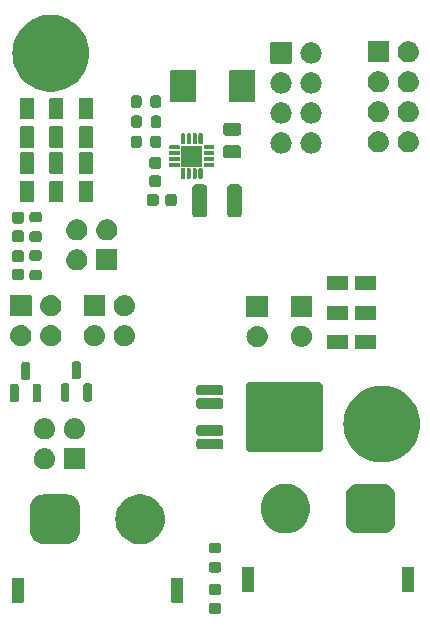
<source format=gbr>
%TF.GenerationSoftware,KiCad,Pcbnew,8.0.1*%
%TF.CreationDate,2024-06-02T10:18:44+08:00*%
%TF.ProjectId,CrazyPowerboard,4372617a-7950-46f7-9765-72626f617264,rev?*%
%TF.SameCoordinates,Original*%
%TF.FileFunction,Soldermask,Top*%
%TF.FilePolarity,Negative*%
%FSLAX46Y46*%
G04 Gerber Fmt 4.6, Leading zero omitted, Abs format (unit mm)*
G04 Created by KiCad (PCBNEW 8.0.1) date 2024-06-02 10:18:44*
%MOMM*%
%LPD*%
G01*
G04 APERTURE LIST*
G04 APERTURE END LIST*
G36*
X100775160Y-79451275D02*
G01*
X100837090Y-79459428D01*
X100852667Y-79466692D01*
X100871596Y-79470457D01*
X100896667Y-79487208D01*
X100922455Y-79499234D01*
X100938144Y-79514923D01*
X100958785Y-79528715D01*
X100972576Y-79549355D01*
X100988265Y-79565044D01*
X101000289Y-79590830D01*
X101017043Y-79615904D01*
X101020808Y-79634834D01*
X101028071Y-79650409D01*
X101036222Y-79712326D01*
X101037500Y-79718750D01*
X101037500Y-80156250D01*
X101036222Y-80162674D01*
X101028071Y-80224590D01*
X101020808Y-80240164D01*
X101017043Y-80259096D01*
X101000287Y-80284171D01*
X100988265Y-80309955D01*
X100972578Y-80325641D01*
X100958785Y-80346285D01*
X100938141Y-80360078D01*
X100922455Y-80375765D01*
X100896671Y-80387787D01*
X100871596Y-80404543D01*
X100852664Y-80408308D01*
X100837090Y-80415571D01*
X100775174Y-80423722D01*
X100768750Y-80425000D01*
X100256250Y-80425000D01*
X100249826Y-80423722D01*
X100187909Y-80415571D01*
X100172334Y-80408308D01*
X100153404Y-80404543D01*
X100128330Y-80387789D01*
X100102544Y-80375765D01*
X100086855Y-80360076D01*
X100066215Y-80346285D01*
X100052423Y-80325644D01*
X100036734Y-80309955D01*
X100024708Y-80284167D01*
X100007957Y-80259096D01*
X100004192Y-80240167D01*
X99996928Y-80224590D01*
X99988775Y-80162660D01*
X99987500Y-80156250D01*
X99987500Y-79718750D01*
X99988774Y-79712341D01*
X99996928Y-79650409D01*
X100004192Y-79634830D01*
X100007957Y-79615904D01*
X100024707Y-79590835D01*
X100036734Y-79565044D01*
X100052425Y-79549352D01*
X100066215Y-79528715D01*
X100086852Y-79514925D01*
X100102544Y-79499234D01*
X100128335Y-79487207D01*
X100153404Y-79470457D01*
X100172330Y-79466692D01*
X100187909Y-79459428D01*
X100249841Y-79451274D01*
X100256250Y-79450000D01*
X100768750Y-79450000D01*
X100775160Y-79451275D01*
G37*
G36*
X84294134Y-77353806D02*
G01*
X84310355Y-77364645D01*
X84321194Y-77380866D01*
X84325000Y-77400000D01*
X84325000Y-79400000D01*
X84321194Y-79419134D01*
X84310355Y-79435355D01*
X84294134Y-79446194D01*
X84275000Y-79450000D01*
X83375000Y-79450000D01*
X83355866Y-79446194D01*
X83339645Y-79435355D01*
X83328806Y-79419134D01*
X83325000Y-79400000D01*
X83325000Y-77400000D01*
X83328806Y-77380866D01*
X83339645Y-77364645D01*
X83355866Y-77353806D01*
X83375000Y-77350000D01*
X84275000Y-77350000D01*
X84294134Y-77353806D01*
G37*
G36*
X97794134Y-77353806D02*
G01*
X97810355Y-77364645D01*
X97821194Y-77380866D01*
X97825000Y-77400000D01*
X97825000Y-79400000D01*
X97821194Y-79419134D01*
X97810355Y-79435355D01*
X97794134Y-79446194D01*
X97775000Y-79450000D01*
X96875000Y-79450000D01*
X96855866Y-79446194D01*
X96839645Y-79435355D01*
X96828806Y-79419134D01*
X96825000Y-79400000D01*
X96825000Y-77400000D01*
X96828806Y-77380866D01*
X96839645Y-77364645D01*
X96855866Y-77353806D01*
X96875000Y-77350000D01*
X97775000Y-77350000D01*
X97794134Y-77353806D01*
G37*
G36*
X100775160Y-77876275D02*
G01*
X100837090Y-77884428D01*
X100852667Y-77891692D01*
X100871596Y-77895457D01*
X100896667Y-77912208D01*
X100922455Y-77924234D01*
X100938144Y-77939923D01*
X100958785Y-77953715D01*
X100972576Y-77974355D01*
X100988265Y-77990044D01*
X101000289Y-78015830D01*
X101017043Y-78040904D01*
X101020808Y-78059834D01*
X101028071Y-78075409D01*
X101036222Y-78137326D01*
X101037500Y-78143750D01*
X101037500Y-78581250D01*
X101036222Y-78587674D01*
X101028071Y-78649590D01*
X101020808Y-78665164D01*
X101017043Y-78684096D01*
X101000287Y-78709171D01*
X100988265Y-78734955D01*
X100972578Y-78750641D01*
X100958785Y-78771285D01*
X100938141Y-78785078D01*
X100922455Y-78800765D01*
X100896671Y-78812787D01*
X100871596Y-78829543D01*
X100852664Y-78833308D01*
X100837090Y-78840571D01*
X100775174Y-78848722D01*
X100768750Y-78850000D01*
X100256250Y-78850000D01*
X100249826Y-78848722D01*
X100187909Y-78840571D01*
X100172334Y-78833308D01*
X100153404Y-78829543D01*
X100128330Y-78812789D01*
X100102544Y-78800765D01*
X100086855Y-78785076D01*
X100066215Y-78771285D01*
X100052423Y-78750644D01*
X100036734Y-78734955D01*
X100024708Y-78709167D01*
X100007957Y-78684096D01*
X100004192Y-78665167D01*
X99996928Y-78649590D01*
X99988775Y-78587660D01*
X99987500Y-78581250D01*
X99987500Y-78143750D01*
X99988774Y-78137341D01*
X99996928Y-78075409D01*
X100004192Y-78059830D01*
X100007957Y-78040904D01*
X100024707Y-78015835D01*
X100036734Y-77990044D01*
X100052425Y-77974352D01*
X100066215Y-77953715D01*
X100086852Y-77939925D01*
X100102544Y-77924234D01*
X100128335Y-77912207D01*
X100153404Y-77895457D01*
X100172330Y-77891692D01*
X100187909Y-77884428D01*
X100249841Y-77876274D01*
X100256250Y-77875000D01*
X100768750Y-77875000D01*
X100775160Y-77876275D01*
G37*
G36*
X103794134Y-76453806D02*
G01*
X103810355Y-76464645D01*
X103821194Y-76480866D01*
X103825000Y-76500000D01*
X103825000Y-78500000D01*
X103821194Y-78519134D01*
X103810355Y-78535355D01*
X103794134Y-78546194D01*
X103775000Y-78550000D01*
X102875000Y-78550000D01*
X102855866Y-78546194D01*
X102839645Y-78535355D01*
X102828806Y-78519134D01*
X102825000Y-78500000D01*
X102825000Y-76500000D01*
X102828806Y-76480866D01*
X102839645Y-76464645D01*
X102855866Y-76453806D01*
X102875000Y-76450000D01*
X103775000Y-76450000D01*
X103794134Y-76453806D01*
G37*
G36*
X117294134Y-76453806D02*
G01*
X117310355Y-76464645D01*
X117321194Y-76480866D01*
X117325000Y-76500000D01*
X117325000Y-78500000D01*
X117321194Y-78519134D01*
X117310355Y-78535355D01*
X117294134Y-78546194D01*
X117275000Y-78550000D01*
X116375000Y-78550000D01*
X116355866Y-78546194D01*
X116339645Y-78535355D01*
X116328806Y-78519134D01*
X116325000Y-78500000D01*
X116325000Y-76500000D01*
X116328806Y-76480866D01*
X116339645Y-76464645D01*
X116355866Y-76453806D01*
X116375000Y-76450000D01*
X117275000Y-76450000D01*
X117294134Y-76453806D01*
G37*
G36*
X100791547Y-76025805D02*
G01*
X100842908Y-76031764D01*
X100860454Y-76039511D01*
X100883171Y-76044030D01*
X100907491Y-76060280D01*
X100928293Y-76069465D01*
X100942500Y-76083672D01*
X100964277Y-76098223D01*
X100978827Y-76119999D01*
X100993034Y-76134206D01*
X101002218Y-76155006D01*
X101018470Y-76179329D01*
X101022989Y-76202048D01*
X101030735Y-76219591D01*
X101036692Y-76270940D01*
X101037500Y-76275000D01*
X101037500Y-76675000D01*
X101036692Y-76679059D01*
X101030735Y-76730408D01*
X101022989Y-76747950D01*
X101018470Y-76770671D01*
X101002216Y-76794995D01*
X100993034Y-76815793D01*
X100978829Y-76829997D01*
X100964277Y-76851777D01*
X100942497Y-76866329D01*
X100928293Y-76880534D01*
X100907495Y-76889716D01*
X100883171Y-76905970D01*
X100860450Y-76910489D01*
X100842908Y-76918235D01*
X100791561Y-76924192D01*
X100787500Y-76925000D01*
X100237500Y-76925000D01*
X100233441Y-76924192D01*
X100182091Y-76918235D01*
X100164548Y-76910489D01*
X100141829Y-76905970D01*
X100117506Y-76889718D01*
X100096706Y-76880534D01*
X100082499Y-76866327D01*
X100060723Y-76851777D01*
X100046172Y-76830000D01*
X100031965Y-76815793D01*
X100022780Y-76794991D01*
X100006530Y-76770671D01*
X100002011Y-76747954D01*
X99994264Y-76730408D01*
X99988305Y-76679049D01*
X99987500Y-76675000D01*
X99987500Y-76275000D01*
X99988304Y-76270953D01*
X99994264Y-76219591D01*
X100002011Y-76202043D01*
X100006530Y-76179329D01*
X100022778Y-76155010D01*
X100031965Y-76134206D01*
X100046174Y-76119996D01*
X100060723Y-76098223D01*
X100082496Y-76083674D01*
X100096706Y-76069465D01*
X100117510Y-76060278D01*
X100141829Y-76044030D01*
X100164543Y-76039511D01*
X100182091Y-76031764D01*
X100233452Y-76025805D01*
X100237500Y-76025000D01*
X100787500Y-76025000D01*
X100791547Y-76025805D01*
G37*
G36*
X100791547Y-74375805D02*
G01*
X100842908Y-74381764D01*
X100860454Y-74389511D01*
X100883171Y-74394030D01*
X100907491Y-74410280D01*
X100928293Y-74419465D01*
X100942500Y-74433672D01*
X100964277Y-74448223D01*
X100978827Y-74469999D01*
X100993034Y-74484206D01*
X101002218Y-74505006D01*
X101018470Y-74529329D01*
X101022989Y-74552048D01*
X101030735Y-74569591D01*
X101036692Y-74620940D01*
X101037500Y-74625000D01*
X101037500Y-75025000D01*
X101036692Y-75029059D01*
X101030735Y-75080408D01*
X101022989Y-75097950D01*
X101018470Y-75120671D01*
X101002216Y-75144995D01*
X100993034Y-75165793D01*
X100978829Y-75179997D01*
X100964277Y-75201777D01*
X100942497Y-75216329D01*
X100928293Y-75230534D01*
X100907495Y-75239716D01*
X100883171Y-75255970D01*
X100860450Y-75260489D01*
X100842908Y-75268235D01*
X100791561Y-75274192D01*
X100787500Y-75275000D01*
X100237500Y-75275000D01*
X100233441Y-75274192D01*
X100182091Y-75268235D01*
X100164548Y-75260489D01*
X100141829Y-75255970D01*
X100117506Y-75239718D01*
X100096706Y-75230534D01*
X100082499Y-75216327D01*
X100060723Y-75201777D01*
X100046172Y-75180000D01*
X100031965Y-75165793D01*
X100022780Y-75144991D01*
X100006530Y-75120671D01*
X100002011Y-75097954D01*
X99994264Y-75080408D01*
X99988305Y-75029049D01*
X99987500Y-75025000D01*
X99987500Y-74625000D01*
X99988304Y-74620953D01*
X99994264Y-74569591D01*
X100002011Y-74552043D01*
X100006530Y-74529329D01*
X100022778Y-74505010D01*
X100031965Y-74484206D01*
X100046174Y-74469996D01*
X100060723Y-74448223D01*
X100082496Y-74433674D01*
X100096706Y-74419465D01*
X100117510Y-74410278D01*
X100141829Y-74394030D01*
X100164543Y-74389511D01*
X100182091Y-74381764D01*
X100233452Y-74375805D01*
X100237500Y-74375000D01*
X100787500Y-74375000D01*
X100791547Y-74375805D01*
G37*
G36*
X88127623Y-70307603D02*
G01*
X88327323Y-70351045D01*
X88515193Y-70431495D01*
X88684442Y-70546046D01*
X88828954Y-70690558D01*
X88943505Y-70859807D01*
X89023955Y-71047677D01*
X89067397Y-71247377D01*
X89075000Y-71375000D01*
X89075000Y-73425000D01*
X89067397Y-73552623D01*
X89023955Y-73752323D01*
X88943505Y-73940193D01*
X88828954Y-74109442D01*
X88684442Y-74253954D01*
X88515193Y-74368505D01*
X88327323Y-74448955D01*
X88127623Y-74492397D01*
X88000000Y-74500000D01*
X85950000Y-74500000D01*
X85822377Y-74492397D01*
X85622677Y-74448955D01*
X85434807Y-74368505D01*
X85265558Y-74253954D01*
X85121046Y-74109442D01*
X85006495Y-73940193D01*
X84926045Y-73752323D01*
X84882603Y-73552623D01*
X84875000Y-73425000D01*
X84875000Y-71375000D01*
X84882603Y-71247377D01*
X84926045Y-71047677D01*
X85006495Y-70859807D01*
X85121046Y-70690558D01*
X85265558Y-70546046D01*
X85434807Y-70431495D01*
X85622677Y-70351045D01*
X85822377Y-70307603D01*
X85950000Y-70300000D01*
X88000000Y-70300000D01*
X88127623Y-70307603D01*
G37*
G36*
X94602258Y-70343923D02*
G01*
X94878247Y-70421252D01*
X95141137Y-70535441D01*
X95386029Y-70684363D01*
X95608362Y-70865244D01*
X95803994Y-71074715D01*
X95969281Y-71308874D01*
X96101144Y-71563358D01*
X96197126Y-71833427D01*
X96255440Y-72114050D01*
X96275000Y-72400000D01*
X96255440Y-72685950D01*
X96197126Y-72966573D01*
X96101144Y-73236642D01*
X95969281Y-73491126D01*
X95803994Y-73725285D01*
X95608362Y-73934756D01*
X95386029Y-74115637D01*
X95141137Y-74264559D01*
X94878247Y-74378748D01*
X94602258Y-74456077D01*
X94318309Y-74495104D01*
X94031691Y-74495104D01*
X93747742Y-74456077D01*
X93471753Y-74378748D01*
X93208863Y-74264559D01*
X92963971Y-74115637D01*
X92741638Y-73934756D01*
X92546006Y-73725285D01*
X92380719Y-73491126D01*
X92248856Y-73236642D01*
X92152874Y-72966573D01*
X92094560Y-72685950D01*
X92075000Y-72400000D01*
X92094560Y-72114050D01*
X92152874Y-71833427D01*
X92248856Y-71563358D01*
X92380719Y-71308874D01*
X92546006Y-71074715D01*
X92741638Y-70865244D01*
X92963971Y-70684363D01*
X93208863Y-70535441D01*
X93471753Y-70421252D01*
X93747742Y-70343923D01*
X94031691Y-70304896D01*
X94318309Y-70304896D01*
X94602258Y-70343923D01*
G37*
G36*
X114827623Y-69407603D02*
G01*
X115027323Y-69451045D01*
X115215193Y-69531495D01*
X115384442Y-69646046D01*
X115528954Y-69790558D01*
X115643505Y-69959807D01*
X115723955Y-70147677D01*
X115767397Y-70347377D01*
X115775000Y-70475000D01*
X115775000Y-72525000D01*
X115767397Y-72652623D01*
X115723955Y-72852323D01*
X115643505Y-73040193D01*
X115528954Y-73209442D01*
X115384442Y-73353954D01*
X115215193Y-73468505D01*
X115027323Y-73548955D01*
X114827623Y-73592397D01*
X114700000Y-73600000D01*
X112650000Y-73600000D01*
X112522377Y-73592397D01*
X112322677Y-73548955D01*
X112134807Y-73468505D01*
X111965558Y-73353954D01*
X111821046Y-73209442D01*
X111706495Y-73040193D01*
X111626045Y-72852323D01*
X111582603Y-72652623D01*
X111575000Y-72525000D01*
X111575000Y-70475000D01*
X111582603Y-70347377D01*
X111626045Y-70147677D01*
X111706495Y-69959807D01*
X111821046Y-69790558D01*
X111965558Y-69646046D01*
X112134807Y-69531495D01*
X112322677Y-69451045D01*
X112522377Y-69407603D01*
X112650000Y-69400000D01*
X114700000Y-69400000D01*
X114827623Y-69407603D01*
G37*
G36*
X106902258Y-69443923D02*
G01*
X107178247Y-69521252D01*
X107441137Y-69635441D01*
X107686029Y-69784363D01*
X107908362Y-69965244D01*
X108103994Y-70174715D01*
X108269281Y-70408874D01*
X108401144Y-70663358D01*
X108497126Y-70933427D01*
X108555440Y-71214050D01*
X108575000Y-71500000D01*
X108555440Y-71785950D01*
X108497126Y-72066573D01*
X108401144Y-72336642D01*
X108269281Y-72591126D01*
X108103994Y-72825285D01*
X107908362Y-73034756D01*
X107686029Y-73215637D01*
X107441137Y-73364559D01*
X107178247Y-73478748D01*
X106902258Y-73556077D01*
X106618309Y-73595104D01*
X106331691Y-73595104D01*
X106047742Y-73556077D01*
X105771753Y-73478748D01*
X105508863Y-73364559D01*
X105263971Y-73215637D01*
X105041638Y-73034756D01*
X104846006Y-72825285D01*
X104680719Y-72591126D01*
X104548856Y-72336642D01*
X104452874Y-72066573D01*
X104394560Y-71785950D01*
X104375000Y-71500000D01*
X104394560Y-71214050D01*
X104452874Y-70933427D01*
X104548856Y-70663358D01*
X104680719Y-70408874D01*
X104846006Y-70174715D01*
X105041638Y-69965244D01*
X105263971Y-69784363D01*
X105508863Y-69635441D01*
X105771753Y-69521252D01*
X106047742Y-69443923D01*
X106331691Y-69404896D01*
X106618309Y-69404896D01*
X106902258Y-69443923D01*
G37*
G36*
X89469134Y-66378806D02*
G01*
X89485355Y-66389645D01*
X89496194Y-66405866D01*
X89500000Y-66425000D01*
X89500000Y-68125000D01*
X89496194Y-68144134D01*
X89485355Y-68160355D01*
X89469134Y-68171194D01*
X89450000Y-68175000D01*
X87750000Y-68175000D01*
X87730866Y-68171194D01*
X87714645Y-68160355D01*
X87703806Y-68144134D01*
X87700000Y-68125000D01*
X87700000Y-66425000D01*
X87703806Y-66405866D01*
X87714645Y-66389645D01*
X87730866Y-66378806D01*
X87750000Y-66375000D01*
X89450000Y-66375000D01*
X89469134Y-66378806D01*
G37*
G36*
X86107607Y-66379930D02*
G01*
X86154076Y-66379930D01*
X86194202Y-66388459D01*
X86235533Y-66392530D01*
X86287460Y-66408282D01*
X86338115Y-66419049D01*
X86370527Y-66433479D01*
X86404321Y-66443731D01*
X86458023Y-66472435D01*
X86510000Y-66495577D01*
X86534165Y-66513134D01*
X86559878Y-66526878D01*
X86612333Y-66569927D01*
X86662218Y-66606170D01*
X86678412Y-66624155D01*
X86696225Y-66638774D01*
X86744089Y-66697097D01*
X86788115Y-66745993D01*
X86797365Y-66762015D01*
X86808121Y-66775121D01*
X86847908Y-66849557D01*
X86882191Y-66908937D01*
X86886134Y-66921074D01*
X86891268Y-66930678D01*
X86919568Y-67023971D01*
X86940333Y-67087879D01*
X86941064Y-67094834D01*
X86942469Y-67099466D01*
X86956151Y-67238385D01*
X86960000Y-67275000D01*
X86956151Y-67311617D01*
X86942469Y-67450533D01*
X86941064Y-67455164D01*
X86940333Y-67462121D01*
X86919563Y-67526042D01*
X86891268Y-67619321D01*
X86886135Y-67628923D01*
X86882191Y-67641063D01*
X86847901Y-67700454D01*
X86808121Y-67774878D01*
X86797367Y-67787981D01*
X86788115Y-67804007D01*
X86744080Y-67852912D01*
X86696225Y-67911225D01*
X86678415Y-67925840D01*
X86662218Y-67943830D01*
X86612323Y-67980080D01*
X86559878Y-68023121D01*
X86534171Y-68036861D01*
X86510000Y-68054423D01*
X86458012Y-68077569D01*
X86404321Y-68106268D01*
X86370534Y-68116517D01*
X86338115Y-68130951D01*
X86287449Y-68141720D01*
X86235533Y-68157469D01*
X86194210Y-68161538D01*
X86154076Y-68170070D01*
X86107597Y-68170070D01*
X86060000Y-68174758D01*
X86012403Y-68170070D01*
X85965924Y-68170070D01*
X85925789Y-68161539D01*
X85884466Y-68157469D01*
X85832546Y-68141719D01*
X85781885Y-68130951D01*
X85749467Y-68116517D01*
X85715678Y-68106268D01*
X85661981Y-68077566D01*
X85610000Y-68054423D01*
X85585831Y-68036863D01*
X85560121Y-68023121D01*
X85507667Y-67980074D01*
X85457782Y-67943830D01*
X85441587Y-67925843D01*
X85423774Y-67911225D01*
X85375908Y-67852899D01*
X85331885Y-67804007D01*
X85322634Y-67787985D01*
X85311878Y-67774878D01*
X85272085Y-67700431D01*
X85237809Y-67641063D01*
X85233866Y-67628928D01*
X85228731Y-67619321D01*
X85200421Y-67525996D01*
X85179667Y-67462121D01*
X85178936Y-67455169D01*
X85177530Y-67450533D01*
X85163832Y-67311466D01*
X85160000Y-67275000D01*
X85163832Y-67238536D01*
X85177530Y-67099466D01*
X85178936Y-67094829D01*
X85179667Y-67087879D01*
X85200416Y-67024017D01*
X85228731Y-66930678D01*
X85233866Y-66921069D01*
X85237809Y-66908937D01*
X85272078Y-66849581D01*
X85311878Y-66775121D01*
X85322636Y-66762011D01*
X85331885Y-66745993D01*
X85375898Y-66697110D01*
X85423774Y-66638774D01*
X85441590Y-66624152D01*
X85457782Y-66606170D01*
X85507657Y-66569933D01*
X85560121Y-66526878D01*
X85585836Y-66513132D01*
X85610000Y-66495577D01*
X85661970Y-66472438D01*
X85715678Y-66443731D01*
X85749474Y-66433478D01*
X85781885Y-66419049D01*
X85832535Y-66408282D01*
X85884466Y-66392530D01*
X85925798Y-66388459D01*
X85965924Y-66379930D01*
X86012393Y-66379930D01*
X86060000Y-66375241D01*
X86107607Y-66379930D01*
G37*
G36*
X115153735Y-61139870D02*
G01*
X115497411Y-61215519D01*
X115830893Y-61327882D01*
X116150271Y-61475642D01*
X116451802Y-61657067D01*
X116731949Y-61870029D01*
X116987429Y-62112033D01*
X117215246Y-62380240D01*
X117412730Y-62671506D01*
X117577564Y-62982416D01*
X117707817Y-63309326D01*
X117801961Y-63648402D01*
X117858892Y-63995669D01*
X117877944Y-64347056D01*
X117858892Y-64698443D01*
X117801961Y-65045710D01*
X117707817Y-65384786D01*
X117577564Y-65711696D01*
X117412730Y-66022606D01*
X117215246Y-66313872D01*
X116987429Y-66582079D01*
X116731949Y-66824083D01*
X116451802Y-67037045D01*
X116150271Y-67218470D01*
X115830893Y-67366230D01*
X115497411Y-67478593D01*
X115153735Y-67554242D01*
X114803895Y-67592290D01*
X114451993Y-67592290D01*
X114102153Y-67554242D01*
X113758477Y-67478593D01*
X113424995Y-67366230D01*
X113105617Y-67218470D01*
X112804086Y-67037045D01*
X112523939Y-66824083D01*
X112268459Y-66582079D01*
X112040642Y-66313872D01*
X111843158Y-66022606D01*
X111678324Y-65711696D01*
X111548071Y-65384786D01*
X111453927Y-65045710D01*
X111396996Y-64698443D01*
X111377944Y-64347056D01*
X111396996Y-63995669D01*
X111453927Y-63648402D01*
X111548071Y-63309326D01*
X111678324Y-62982416D01*
X111843158Y-62671506D01*
X112040642Y-62380240D01*
X112268459Y-62112033D01*
X112523939Y-61870029D01*
X112804086Y-61657067D01*
X113105617Y-61475642D01*
X113424995Y-61327882D01*
X113758477Y-61215519D01*
X114102153Y-61139870D01*
X114451993Y-61101822D01*
X114803895Y-61101822D01*
X115153735Y-61139870D01*
G37*
G36*
X109393687Y-60807969D02*
G01*
X109402359Y-60811797D01*
X109409930Y-60812901D01*
X109457249Y-60836033D01*
X109494542Y-60852500D01*
X109497995Y-60855953D01*
X109498921Y-60856406D01*
X109568593Y-60926078D01*
X109569045Y-60927003D01*
X109572500Y-60930458D01*
X109588970Y-60967761D01*
X109612098Y-61015069D01*
X109613200Y-61022638D01*
X109617031Y-61031313D01*
X109624999Y-61099998D01*
X109624999Y-61103615D01*
X109625000Y-61103622D01*
X109625000Y-63835241D01*
X109625000Y-66400003D01*
X109617031Y-66468687D01*
X109613200Y-66477362D01*
X109612098Y-66484930D01*
X109588975Y-66532228D01*
X109572500Y-66569542D01*
X109569044Y-66572997D01*
X109568593Y-66573921D01*
X109498921Y-66643593D01*
X109497997Y-66644044D01*
X109494542Y-66647500D01*
X109457228Y-66663975D01*
X109409930Y-66687098D01*
X109402362Y-66688200D01*
X109393687Y-66692031D01*
X109325002Y-66699999D01*
X109321384Y-66699999D01*
X109321378Y-66700000D01*
X103428622Y-66700000D01*
X103428621Y-66699999D01*
X103424997Y-66700000D01*
X103356313Y-66692031D01*
X103347638Y-66688200D01*
X103340069Y-66687098D01*
X103292761Y-66663970D01*
X103255458Y-66647500D01*
X103252003Y-66644045D01*
X103251078Y-66643593D01*
X103181406Y-66573921D01*
X103180953Y-66572995D01*
X103177500Y-66569542D01*
X103161033Y-66532249D01*
X103137901Y-66484930D01*
X103136798Y-66477359D01*
X103132969Y-66468687D01*
X103125001Y-66400002D01*
X103125000Y-66396383D01*
X103125000Y-66396377D01*
X103125000Y-61103622D01*
X103125000Y-61103621D01*
X103125000Y-61099997D01*
X103132969Y-61031313D01*
X103136797Y-61022641D01*
X103137901Y-61015069D01*
X103161038Y-60967740D01*
X103177500Y-60930458D01*
X103180952Y-60927005D01*
X103181406Y-60926078D01*
X103251078Y-60856406D01*
X103252005Y-60855952D01*
X103255458Y-60852500D01*
X103292740Y-60836038D01*
X103340069Y-60812901D01*
X103347641Y-60811797D01*
X103356313Y-60807969D01*
X103424998Y-60800001D01*
X103428615Y-60800000D01*
X103428622Y-60800000D01*
X109321378Y-60800000D01*
X109325003Y-60800000D01*
X109393687Y-60807969D01*
G37*
G36*
X100979047Y-65580805D02*
G01*
X101030408Y-65586764D01*
X101047954Y-65594511D01*
X101070671Y-65599030D01*
X101094991Y-65615280D01*
X101115793Y-65624465D01*
X101130000Y-65638672D01*
X101151777Y-65653223D01*
X101166327Y-65674999D01*
X101180534Y-65689206D01*
X101189718Y-65710006D01*
X101205970Y-65734329D01*
X101210489Y-65757048D01*
X101218235Y-65774591D01*
X101224192Y-65825940D01*
X101225000Y-65830000D01*
X101225000Y-66230000D01*
X101224192Y-66234059D01*
X101218235Y-66285408D01*
X101210489Y-66302950D01*
X101205970Y-66325671D01*
X101189716Y-66349995D01*
X101180534Y-66370793D01*
X101166329Y-66384997D01*
X101151777Y-66406777D01*
X101129997Y-66421329D01*
X101115793Y-66435534D01*
X101094995Y-66444716D01*
X101070671Y-66460970D01*
X101047950Y-66465489D01*
X101030408Y-66473235D01*
X100979061Y-66479192D01*
X100975000Y-66480000D01*
X99175000Y-66480000D01*
X99170941Y-66479192D01*
X99119591Y-66473235D01*
X99102048Y-66465489D01*
X99079329Y-66460970D01*
X99055006Y-66444718D01*
X99034206Y-66435534D01*
X99019999Y-66421327D01*
X98998223Y-66406777D01*
X98983672Y-66385000D01*
X98969465Y-66370793D01*
X98960280Y-66349991D01*
X98944030Y-66325671D01*
X98939511Y-66302954D01*
X98931764Y-66285408D01*
X98925805Y-66234049D01*
X98925000Y-66230000D01*
X98925000Y-65830000D01*
X98925804Y-65825953D01*
X98931764Y-65774591D01*
X98939511Y-65757043D01*
X98944030Y-65734329D01*
X98960278Y-65710010D01*
X98969465Y-65689206D01*
X98983674Y-65674996D01*
X98998223Y-65653223D01*
X99019996Y-65638674D01*
X99034206Y-65624465D01*
X99055010Y-65615278D01*
X99079329Y-65599030D01*
X99102043Y-65594511D01*
X99119591Y-65586764D01*
X99170952Y-65580805D01*
X99175000Y-65580000D01*
X100975000Y-65580000D01*
X100979047Y-65580805D01*
G37*
G36*
X86107607Y-63839930D02*
G01*
X86154076Y-63839930D01*
X86194202Y-63848459D01*
X86235533Y-63852530D01*
X86287460Y-63868282D01*
X86338115Y-63879049D01*
X86370527Y-63893479D01*
X86404321Y-63903731D01*
X86458023Y-63932435D01*
X86510000Y-63955577D01*
X86534165Y-63973134D01*
X86559878Y-63986878D01*
X86612333Y-64029927D01*
X86662218Y-64066170D01*
X86678412Y-64084155D01*
X86696225Y-64098774D01*
X86744089Y-64157097D01*
X86788115Y-64205993D01*
X86797365Y-64222015D01*
X86808121Y-64235121D01*
X86847908Y-64309557D01*
X86882191Y-64368937D01*
X86886134Y-64381074D01*
X86891268Y-64390678D01*
X86919568Y-64483971D01*
X86940333Y-64547879D01*
X86941064Y-64554834D01*
X86942469Y-64559466D01*
X86956151Y-64698385D01*
X86960000Y-64735000D01*
X86956151Y-64771617D01*
X86942469Y-64910533D01*
X86941064Y-64915164D01*
X86940333Y-64922121D01*
X86919563Y-64986042D01*
X86891268Y-65079321D01*
X86886135Y-65088923D01*
X86882191Y-65101063D01*
X86847901Y-65160454D01*
X86808121Y-65234878D01*
X86797367Y-65247981D01*
X86788115Y-65264007D01*
X86744080Y-65312912D01*
X86696225Y-65371225D01*
X86678415Y-65385840D01*
X86662218Y-65403830D01*
X86612323Y-65440080D01*
X86559878Y-65483121D01*
X86534171Y-65496861D01*
X86510000Y-65514423D01*
X86458012Y-65537569D01*
X86404321Y-65566268D01*
X86370534Y-65576517D01*
X86338115Y-65590951D01*
X86287449Y-65601720D01*
X86235533Y-65617469D01*
X86194210Y-65621538D01*
X86154076Y-65630070D01*
X86107597Y-65630070D01*
X86060000Y-65634758D01*
X86012403Y-65630070D01*
X85965924Y-65630070D01*
X85925789Y-65621539D01*
X85884466Y-65617469D01*
X85832546Y-65601719D01*
X85781885Y-65590951D01*
X85749467Y-65576517D01*
X85715678Y-65566268D01*
X85661981Y-65537566D01*
X85610000Y-65514423D01*
X85585831Y-65496863D01*
X85560121Y-65483121D01*
X85507667Y-65440074D01*
X85457782Y-65403830D01*
X85441587Y-65385843D01*
X85423774Y-65371225D01*
X85375908Y-65312899D01*
X85331885Y-65264007D01*
X85322634Y-65247985D01*
X85311878Y-65234878D01*
X85272085Y-65160431D01*
X85237809Y-65101063D01*
X85233866Y-65088928D01*
X85228731Y-65079321D01*
X85200421Y-64985996D01*
X85179667Y-64922121D01*
X85178936Y-64915169D01*
X85177530Y-64910533D01*
X85163832Y-64771466D01*
X85160000Y-64735000D01*
X85163842Y-64698441D01*
X85177530Y-64559466D01*
X85178936Y-64554829D01*
X85179667Y-64547879D01*
X85200416Y-64484017D01*
X85228731Y-64390678D01*
X85233866Y-64381069D01*
X85237809Y-64368937D01*
X85272078Y-64309581D01*
X85311878Y-64235121D01*
X85322636Y-64222011D01*
X85331885Y-64205993D01*
X85375898Y-64157110D01*
X85423774Y-64098774D01*
X85441590Y-64084152D01*
X85457782Y-64066170D01*
X85507657Y-64029933D01*
X85560121Y-63986878D01*
X85585836Y-63973132D01*
X85610000Y-63955577D01*
X85661970Y-63932438D01*
X85715678Y-63903731D01*
X85749474Y-63893478D01*
X85781885Y-63879049D01*
X85832535Y-63868282D01*
X85884466Y-63852530D01*
X85925798Y-63848459D01*
X85965924Y-63839930D01*
X86012393Y-63839930D01*
X86060000Y-63835241D01*
X86107607Y-63839930D01*
G37*
G36*
X88647607Y-63839930D02*
G01*
X88694076Y-63839930D01*
X88734202Y-63848459D01*
X88775533Y-63852530D01*
X88827460Y-63868282D01*
X88878115Y-63879049D01*
X88910527Y-63893479D01*
X88944321Y-63903731D01*
X88998023Y-63932435D01*
X89050000Y-63955577D01*
X89074165Y-63973134D01*
X89099878Y-63986878D01*
X89152333Y-64029927D01*
X89202218Y-64066170D01*
X89218412Y-64084155D01*
X89236225Y-64098774D01*
X89284089Y-64157097D01*
X89328115Y-64205993D01*
X89337365Y-64222015D01*
X89348121Y-64235121D01*
X89387908Y-64309557D01*
X89422191Y-64368937D01*
X89426134Y-64381074D01*
X89431268Y-64390678D01*
X89459568Y-64483971D01*
X89480333Y-64547879D01*
X89481064Y-64554834D01*
X89482469Y-64559466D01*
X89496151Y-64698385D01*
X89500000Y-64735000D01*
X89496151Y-64771617D01*
X89482469Y-64910533D01*
X89481064Y-64915164D01*
X89480333Y-64922121D01*
X89459563Y-64986042D01*
X89431268Y-65079321D01*
X89426135Y-65088923D01*
X89422191Y-65101063D01*
X89387901Y-65160454D01*
X89348121Y-65234878D01*
X89337367Y-65247981D01*
X89328115Y-65264007D01*
X89284080Y-65312912D01*
X89236225Y-65371225D01*
X89218415Y-65385840D01*
X89202218Y-65403830D01*
X89152323Y-65440080D01*
X89099878Y-65483121D01*
X89074171Y-65496861D01*
X89050000Y-65514423D01*
X88998012Y-65537569D01*
X88944321Y-65566268D01*
X88910534Y-65576517D01*
X88878115Y-65590951D01*
X88827449Y-65601720D01*
X88775533Y-65617469D01*
X88734210Y-65621538D01*
X88694076Y-65630070D01*
X88647597Y-65630070D01*
X88600000Y-65634758D01*
X88552403Y-65630070D01*
X88505924Y-65630070D01*
X88465789Y-65621539D01*
X88424466Y-65617469D01*
X88372546Y-65601719D01*
X88321885Y-65590951D01*
X88289467Y-65576517D01*
X88255678Y-65566268D01*
X88201981Y-65537566D01*
X88150000Y-65514423D01*
X88125831Y-65496863D01*
X88100121Y-65483121D01*
X88047667Y-65440074D01*
X87997782Y-65403830D01*
X87981587Y-65385843D01*
X87963774Y-65371225D01*
X87915908Y-65312899D01*
X87871885Y-65264007D01*
X87862634Y-65247985D01*
X87851878Y-65234878D01*
X87812085Y-65160431D01*
X87777809Y-65101063D01*
X87773866Y-65088928D01*
X87768731Y-65079321D01*
X87740421Y-64985996D01*
X87719667Y-64922121D01*
X87718936Y-64915169D01*
X87717530Y-64910533D01*
X87703832Y-64771466D01*
X87700000Y-64735000D01*
X87703842Y-64698441D01*
X87717530Y-64559466D01*
X87718936Y-64554829D01*
X87719667Y-64547879D01*
X87740416Y-64484017D01*
X87768731Y-64390678D01*
X87773866Y-64381069D01*
X87777809Y-64368937D01*
X87812078Y-64309581D01*
X87851878Y-64235121D01*
X87862636Y-64222011D01*
X87871885Y-64205993D01*
X87915898Y-64157110D01*
X87963774Y-64098774D01*
X87981590Y-64084152D01*
X87997782Y-64066170D01*
X88047657Y-64029933D01*
X88100121Y-63986878D01*
X88125836Y-63973132D01*
X88150000Y-63955577D01*
X88201970Y-63932438D01*
X88255678Y-63903731D01*
X88289474Y-63893478D01*
X88321885Y-63879049D01*
X88372535Y-63868282D01*
X88424466Y-63852530D01*
X88465798Y-63848459D01*
X88505924Y-63839930D01*
X88552393Y-63839930D01*
X88600000Y-63835241D01*
X88647607Y-63839930D01*
G37*
G36*
X100979047Y-64440805D02*
G01*
X101030408Y-64446764D01*
X101047954Y-64454511D01*
X101070671Y-64459030D01*
X101094991Y-64475280D01*
X101115793Y-64484465D01*
X101130000Y-64498672D01*
X101151777Y-64513223D01*
X101166327Y-64534999D01*
X101180534Y-64549206D01*
X101189718Y-64570006D01*
X101205970Y-64594329D01*
X101210489Y-64617048D01*
X101218235Y-64634591D01*
X101224192Y-64685940D01*
X101225000Y-64690000D01*
X101225000Y-65090000D01*
X101224192Y-65094059D01*
X101218235Y-65145408D01*
X101210489Y-65162950D01*
X101205970Y-65185671D01*
X101189716Y-65209995D01*
X101180534Y-65230793D01*
X101166329Y-65244997D01*
X101151777Y-65266777D01*
X101129997Y-65281329D01*
X101115793Y-65295534D01*
X101094995Y-65304716D01*
X101070671Y-65320970D01*
X101047950Y-65325489D01*
X101030408Y-65333235D01*
X100979061Y-65339192D01*
X100975000Y-65340000D01*
X99175000Y-65340000D01*
X99170941Y-65339192D01*
X99119591Y-65333235D01*
X99102048Y-65325489D01*
X99079329Y-65320970D01*
X99055006Y-65304718D01*
X99034206Y-65295534D01*
X99019999Y-65281327D01*
X98998223Y-65266777D01*
X98983672Y-65245000D01*
X98969465Y-65230793D01*
X98960280Y-65209991D01*
X98944030Y-65185671D01*
X98939511Y-65162954D01*
X98931764Y-65145408D01*
X98925805Y-65094049D01*
X98925000Y-65090000D01*
X98925000Y-64690000D01*
X98925804Y-64685953D01*
X98931764Y-64634591D01*
X98939511Y-64617043D01*
X98944030Y-64594329D01*
X98960278Y-64570010D01*
X98969465Y-64549206D01*
X98983674Y-64534996D01*
X98998223Y-64513223D01*
X99019996Y-64498674D01*
X99034206Y-64484465D01*
X99055010Y-64475278D01*
X99079329Y-64459030D01*
X99102043Y-64454511D01*
X99119591Y-64446764D01*
X99170952Y-64440805D01*
X99175000Y-64440000D01*
X100975000Y-64440000D01*
X100979047Y-64440805D01*
G37*
G36*
X100979047Y-62160805D02*
G01*
X101030408Y-62166764D01*
X101047954Y-62174511D01*
X101070671Y-62179030D01*
X101094991Y-62195280D01*
X101115793Y-62204465D01*
X101130000Y-62218672D01*
X101151777Y-62233223D01*
X101166327Y-62254999D01*
X101180534Y-62269206D01*
X101189718Y-62290006D01*
X101205970Y-62314329D01*
X101210489Y-62337048D01*
X101218235Y-62354591D01*
X101224192Y-62405940D01*
X101225000Y-62410000D01*
X101225000Y-62810000D01*
X101224192Y-62814059D01*
X101218235Y-62865408D01*
X101210489Y-62882950D01*
X101205970Y-62905671D01*
X101189716Y-62929995D01*
X101180534Y-62950793D01*
X101166329Y-62964997D01*
X101151777Y-62986777D01*
X101129997Y-63001329D01*
X101115793Y-63015534D01*
X101094995Y-63024716D01*
X101070671Y-63040970D01*
X101047950Y-63045489D01*
X101030408Y-63053235D01*
X100979061Y-63059192D01*
X100975000Y-63060000D01*
X99175000Y-63060000D01*
X99170941Y-63059192D01*
X99119591Y-63053235D01*
X99102048Y-63045489D01*
X99079329Y-63040970D01*
X99055006Y-63024718D01*
X99034206Y-63015534D01*
X99019999Y-63001327D01*
X98998223Y-62986777D01*
X98983672Y-62965000D01*
X98969465Y-62950793D01*
X98960280Y-62929991D01*
X98944030Y-62905671D01*
X98939511Y-62882954D01*
X98931764Y-62865408D01*
X98925805Y-62814049D01*
X98925000Y-62810000D01*
X98925000Y-62410000D01*
X98925804Y-62405953D01*
X98931764Y-62354591D01*
X98939511Y-62337043D01*
X98944030Y-62314329D01*
X98960278Y-62290010D01*
X98969465Y-62269206D01*
X98983674Y-62254996D01*
X98998223Y-62233223D01*
X99019996Y-62218674D01*
X99034206Y-62204465D01*
X99055010Y-62195278D01*
X99079329Y-62179030D01*
X99102043Y-62174511D01*
X99119591Y-62166764D01*
X99170952Y-62160805D01*
X99175000Y-62160000D01*
X100975000Y-62160000D01*
X100979047Y-62160805D01*
G37*
G36*
X83751537Y-60940224D02*
G01*
X83816421Y-60983579D01*
X83859776Y-61048463D01*
X83875000Y-61125000D01*
X83875000Y-62300000D01*
X83859776Y-62376537D01*
X83816421Y-62441421D01*
X83751537Y-62484776D01*
X83675000Y-62500000D01*
X83375000Y-62500000D01*
X83298463Y-62484776D01*
X83233579Y-62441421D01*
X83190224Y-62376537D01*
X83175000Y-62300000D01*
X83175000Y-61125000D01*
X83190224Y-61048463D01*
X83233579Y-60983579D01*
X83298463Y-60940224D01*
X83375000Y-60925000D01*
X83675000Y-60925000D01*
X83751537Y-60940224D01*
G37*
G36*
X85651537Y-60940224D02*
G01*
X85716421Y-60983579D01*
X85759776Y-61048463D01*
X85775000Y-61125000D01*
X85775000Y-62300000D01*
X85759776Y-62376537D01*
X85716421Y-62441421D01*
X85651537Y-62484776D01*
X85575000Y-62500000D01*
X85275000Y-62500000D01*
X85198463Y-62484776D01*
X85133579Y-62441421D01*
X85090224Y-62376537D01*
X85075000Y-62300000D01*
X85075000Y-61125000D01*
X85090224Y-61048463D01*
X85133579Y-60983579D01*
X85198463Y-60940224D01*
X85275000Y-60925000D01*
X85575000Y-60925000D01*
X85651537Y-60940224D01*
G37*
G36*
X88051537Y-60877724D02*
G01*
X88116421Y-60921079D01*
X88159776Y-60985963D01*
X88175000Y-61062500D01*
X88175000Y-62237500D01*
X88159776Y-62314037D01*
X88116421Y-62378921D01*
X88051537Y-62422276D01*
X87975000Y-62437500D01*
X87675000Y-62437500D01*
X87598463Y-62422276D01*
X87533579Y-62378921D01*
X87490224Y-62314037D01*
X87475000Y-62237500D01*
X87475000Y-61062500D01*
X87490224Y-60985963D01*
X87533579Y-60921079D01*
X87598463Y-60877724D01*
X87675000Y-60862500D01*
X87975000Y-60862500D01*
X88051537Y-60877724D01*
G37*
G36*
X89951537Y-60877724D02*
G01*
X90016421Y-60921079D01*
X90059776Y-60985963D01*
X90075000Y-61062500D01*
X90075000Y-62237500D01*
X90059776Y-62314037D01*
X90016421Y-62378921D01*
X89951537Y-62422276D01*
X89875000Y-62437500D01*
X89575000Y-62437500D01*
X89498463Y-62422276D01*
X89433579Y-62378921D01*
X89390224Y-62314037D01*
X89375000Y-62237500D01*
X89375000Y-61062500D01*
X89390224Y-60985963D01*
X89433579Y-60921079D01*
X89498463Y-60877724D01*
X89575000Y-60862500D01*
X89875000Y-60862500D01*
X89951537Y-60877724D01*
G37*
G36*
X100979047Y-61020805D02*
G01*
X101030408Y-61026764D01*
X101047954Y-61034511D01*
X101070671Y-61039030D01*
X101094991Y-61055280D01*
X101115793Y-61064465D01*
X101130000Y-61078672D01*
X101151777Y-61093223D01*
X101166327Y-61114999D01*
X101180534Y-61129206D01*
X101189718Y-61150006D01*
X101205970Y-61174329D01*
X101210489Y-61197048D01*
X101218235Y-61214591D01*
X101224192Y-61265940D01*
X101225000Y-61270000D01*
X101225000Y-61670000D01*
X101224192Y-61674059D01*
X101218235Y-61725408D01*
X101210489Y-61742950D01*
X101205970Y-61765671D01*
X101189716Y-61789995D01*
X101180534Y-61810793D01*
X101166329Y-61824997D01*
X101151777Y-61846777D01*
X101129997Y-61861329D01*
X101115793Y-61875534D01*
X101094995Y-61884716D01*
X101070671Y-61900970D01*
X101047950Y-61905489D01*
X101030408Y-61913235D01*
X100979061Y-61919192D01*
X100975000Y-61920000D01*
X99175000Y-61920000D01*
X99170941Y-61919192D01*
X99119591Y-61913235D01*
X99102048Y-61905489D01*
X99079329Y-61900970D01*
X99055006Y-61884718D01*
X99034206Y-61875534D01*
X99019999Y-61861327D01*
X98998223Y-61846777D01*
X98983672Y-61825000D01*
X98969465Y-61810793D01*
X98960280Y-61789991D01*
X98944030Y-61765671D01*
X98939511Y-61742954D01*
X98931764Y-61725408D01*
X98925805Y-61674049D01*
X98925000Y-61670000D01*
X98925000Y-61270000D01*
X98925804Y-61265953D01*
X98931764Y-61214591D01*
X98939511Y-61197043D01*
X98944030Y-61174329D01*
X98960278Y-61150010D01*
X98969465Y-61129206D01*
X98983674Y-61114996D01*
X98998223Y-61093223D01*
X99019996Y-61078674D01*
X99034206Y-61064465D01*
X99055010Y-61055278D01*
X99079329Y-61039030D01*
X99102043Y-61034511D01*
X99119591Y-61026764D01*
X99170952Y-61020805D01*
X99175000Y-61020000D01*
X100975000Y-61020000D01*
X100979047Y-61020805D01*
G37*
G36*
X84701537Y-59065224D02*
G01*
X84766421Y-59108579D01*
X84809776Y-59173463D01*
X84825000Y-59250000D01*
X84825000Y-60425000D01*
X84809776Y-60501537D01*
X84766421Y-60566421D01*
X84701537Y-60609776D01*
X84625000Y-60625000D01*
X84325000Y-60625000D01*
X84248463Y-60609776D01*
X84183579Y-60566421D01*
X84140224Y-60501537D01*
X84125000Y-60425000D01*
X84125000Y-59250000D01*
X84140224Y-59173463D01*
X84183579Y-59108579D01*
X84248463Y-59065224D01*
X84325000Y-59050000D01*
X84625000Y-59050000D01*
X84701537Y-59065224D01*
G37*
G36*
X89001537Y-59002724D02*
G01*
X89066421Y-59046079D01*
X89109776Y-59110963D01*
X89125000Y-59187500D01*
X89125000Y-60362500D01*
X89109776Y-60439037D01*
X89066421Y-60503921D01*
X89001537Y-60547276D01*
X88925000Y-60562500D01*
X88625000Y-60562500D01*
X88548463Y-60547276D01*
X88483579Y-60503921D01*
X88440224Y-60439037D01*
X88425000Y-60362500D01*
X88425000Y-59187500D01*
X88440224Y-59110963D01*
X88483579Y-59046079D01*
X88548463Y-59002724D01*
X88625000Y-58987500D01*
X88925000Y-58987500D01*
X89001537Y-59002724D01*
G37*
G36*
X111714034Y-56815764D02*
G01*
X111747125Y-56837875D01*
X111769236Y-56870966D01*
X111777000Y-56910000D01*
X111777000Y-57910000D01*
X111769236Y-57949034D01*
X111747125Y-57982125D01*
X111714034Y-58004236D01*
X111675000Y-58012000D01*
X110075000Y-58012000D01*
X110035966Y-58004236D01*
X110002875Y-57982125D01*
X109980764Y-57949034D01*
X109973000Y-57910000D01*
X109973000Y-56910000D01*
X109980764Y-56870966D01*
X110002875Y-56837875D01*
X110035966Y-56815764D01*
X110075000Y-56808000D01*
X111675000Y-56808000D01*
X111714034Y-56815764D01*
G37*
G36*
X114114034Y-56815764D02*
G01*
X114147125Y-56837875D01*
X114169236Y-56870966D01*
X114177000Y-56910000D01*
X114177000Y-57910000D01*
X114169236Y-57949034D01*
X114147125Y-57982125D01*
X114114034Y-58004236D01*
X114075000Y-58012000D01*
X112475000Y-58012000D01*
X112435966Y-58004236D01*
X112402875Y-57982125D01*
X112380764Y-57949034D01*
X112373000Y-57910000D01*
X112373000Y-56910000D01*
X112380764Y-56870966D01*
X112402875Y-56837875D01*
X112435966Y-56815764D01*
X112475000Y-56808000D01*
X114075000Y-56808000D01*
X114114034Y-56815764D01*
G37*
G36*
X104122607Y-56029930D02*
G01*
X104169076Y-56029930D01*
X104209202Y-56038459D01*
X104250533Y-56042530D01*
X104302460Y-56058282D01*
X104353115Y-56069049D01*
X104385527Y-56083479D01*
X104419321Y-56093731D01*
X104473023Y-56122435D01*
X104525000Y-56145577D01*
X104549165Y-56163134D01*
X104574878Y-56176878D01*
X104627333Y-56219927D01*
X104677218Y-56256170D01*
X104693412Y-56274155D01*
X104711225Y-56288774D01*
X104759089Y-56347097D01*
X104803115Y-56395993D01*
X104812365Y-56412015D01*
X104823121Y-56425121D01*
X104862908Y-56499557D01*
X104897191Y-56558937D01*
X104901134Y-56571074D01*
X104906268Y-56580678D01*
X104934568Y-56673971D01*
X104955333Y-56737879D01*
X104956064Y-56744834D01*
X104957469Y-56749466D01*
X104971151Y-56888385D01*
X104975000Y-56925000D01*
X104971151Y-56961617D01*
X104957469Y-57100533D01*
X104956064Y-57105164D01*
X104955333Y-57112121D01*
X104934563Y-57176042D01*
X104906268Y-57269321D01*
X104901135Y-57278923D01*
X104897191Y-57291063D01*
X104862901Y-57350454D01*
X104823121Y-57424878D01*
X104812367Y-57437981D01*
X104803115Y-57454007D01*
X104759080Y-57502912D01*
X104711225Y-57561225D01*
X104693415Y-57575840D01*
X104677218Y-57593830D01*
X104627323Y-57630080D01*
X104574878Y-57673121D01*
X104549171Y-57686861D01*
X104525000Y-57704423D01*
X104473012Y-57727569D01*
X104419321Y-57756268D01*
X104385534Y-57766517D01*
X104353115Y-57780951D01*
X104302449Y-57791720D01*
X104250533Y-57807469D01*
X104209210Y-57811538D01*
X104169076Y-57820070D01*
X104122597Y-57820070D01*
X104075000Y-57824758D01*
X104027403Y-57820070D01*
X103980924Y-57820070D01*
X103940789Y-57811539D01*
X103899466Y-57807469D01*
X103847546Y-57791719D01*
X103796885Y-57780951D01*
X103764467Y-57766517D01*
X103730678Y-57756268D01*
X103676981Y-57727566D01*
X103625000Y-57704423D01*
X103600831Y-57686863D01*
X103575121Y-57673121D01*
X103522667Y-57630074D01*
X103472782Y-57593830D01*
X103456587Y-57575843D01*
X103438774Y-57561225D01*
X103390908Y-57502899D01*
X103346885Y-57454007D01*
X103337634Y-57437985D01*
X103326878Y-57424878D01*
X103287085Y-57350431D01*
X103252809Y-57291063D01*
X103248866Y-57278928D01*
X103243731Y-57269321D01*
X103215421Y-57175996D01*
X103194667Y-57112121D01*
X103193936Y-57105169D01*
X103192530Y-57100533D01*
X103178832Y-56961466D01*
X103175000Y-56925000D01*
X103178832Y-56888536D01*
X103192530Y-56749466D01*
X103193936Y-56744829D01*
X103194667Y-56737879D01*
X103215416Y-56674017D01*
X103243731Y-56580678D01*
X103248866Y-56571069D01*
X103252809Y-56558937D01*
X103287078Y-56499581D01*
X103326878Y-56425121D01*
X103337636Y-56412011D01*
X103346885Y-56395993D01*
X103390898Y-56347110D01*
X103438774Y-56288774D01*
X103456590Y-56274152D01*
X103472782Y-56256170D01*
X103522657Y-56219933D01*
X103575121Y-56176878D01*
X103600836Y-56163132D01*
X103625000Y-56145577D01*
X103676970Y-56122438D01*
X103730678Y-56093731D01*
X103764474Y-56083478D01*
X103796885Y-56069049D01*
X103847535Y-56058282D01*
X103899466Y-56042530D01*
X103940798Y-56038459D01*
X103980924Y-56029930D01*
X104027393Y-56029930D01*
X104075000Y-56025241D01*
X104122607Y-56029930D01*
G37*
G36*
X107872607Y-56004930D02*
G01*
X107919076Y-56004930D01*
X107959202Y-56013459D01*
X108000533Y-56017530D01*
X108052460Y-56033282D01*
X108103115Y-56044049D01*
X108135527Y-56058479D01*
X108169321Y-56068731D01*
X108223023Y-56097435D01*
X108275000Y-56120577D01*
X108299165Y-56138134D01*
X108324878Y-56151878D01*
X108377333Y-56194927D01*
X108427218Y-56231170D01*
X108443412Y-56249155D01*
X108461225Y-56263774D01*
X108509089Y-56322097D01*
X108553115Y-56370993D01*
X108562365Y-56387015D01*
X108573121Y-56400121D01*
X108612908Y-56474557D01*
X108647191Y-56533937D01*
X108651134Y-56546074D01*
X108656268Y-56555678D01*
X108684568Y-56648971D01*
X108705333Y-56712879D01*
X108706064Y-56719834D01*
X108707469Y-56724466D01*
X108721151Y-56863385D01*
X108725000Y-56900000D01*
X108721151Y-56936617D01*
X108707469Y-57075533D01*
X108706064Y-57080164D01*
X108705333Y-57087121D01*
X108684563Y-57151042D01*
X108656268Y-57244321D01*
X108651135Y-57253923D01*
X108647191Y-57266063D01*
X108612901Y-57325454D01*
X108573121Y-57399878D01*
X108562367Y-57412981D01*
X108553115Y-57429007D01*
X108509080Y-57477912D01*
X108461225Y-57536225D01*
X108443415Y-57550840D01*
X108427218Y-57568830D01*
X108377323Y-57605080D01*
X108324878Y-57648121D01*
X108299171Y-57661861D01*
X108275000Y-57679423D01*
X108223012Y-57702569D01*
X108169321Y-57731268D01*
X108135534Y-57741517D01*
X108103115Y-57755951D01*
X108052449Y-57766720D01*
X108000533Y-57782469D01*
X107959210Y-57786538D01*
X107919076Y-57795070D01*
X107872597Y-57795070D01*
X107825000Y-57799758D01*
X107777403Y-57795070D01*
X107730924Y-57795070D01*
X107690789Y-57786539D01*
X107649466Y-57782469D01*
X107597546Y-57766719D01*
X107546885Y-57755951D01*
X107514467Y-57741517D01*
X107480678Y-57731268D01*
X107426981Y-57702566D01*
X107375000Y-57679423D01*
X107350831Y-57661863D01*
X107325121Y-57648121D01*
X107272667Y-57605074D01*
X107222782Y-57568830D01*
X107206587Y-57550843D01*
X107188774Y-57536225D01*
X107140908Y-57477899D01*
X107096885Y-57429007D01*
X107087634Y-57412985D01*
X107076878Y-57399878D01*
X107037085Y-57325431D01*
X107002809Y-57266063D01*
X106998866Y-57253928D01*
X106993731Y-57244321D01*
X106965421Y-57150996D01*
X106944667Y-57087121D01*
X106943936Y-57080169D01*
X106942530Y-57075533D01*
X106928832Y-56936466D01*
X106925000Y-56900000D01*
X106928832Y-56863536D01*
X106942530Y-56724466D01*
X106943936Y-56719829D01*
X106944667Y-56712879D01*
X106965416Y-56649017D01*
X106993731Y-56555678D01*
X106998866Y-56546069D01*
X107002809Y-56533937D01*
X107037078Y-56474581D01*
X107076878Y-56400121D01*
X107087636Y-56387011D01*
X107096885Y-56370993D01*
X107140898Y-56322110D01*
X107188774Y-56263774D01*
X107206590Y-56249152D01*
X107222782Y-56231170D01*
X107272657Y-56194933D01*
X107325121Y-56151878D01*
X107350836Y-56138132D01*
X107375000Y-56120577D01*
X107426970Y-56097438D01*
X107480678Y-56068731D01*
X107514474Y-56058478D01*
X107546885Y-56044049D01*
X107597535Y-56033282D01*
X107649466Y-56017530D01*
X107690798Y-56013459D01*
X107730924Y-56004930D01*
X107777393Y-56004930D01*
X107825000Y-56000241D01*
X107872607Y-56004930D01*
G37*
G36*
X84122607Y-55959930D02*
G01*
X84169076Y-55959930D01*
X84209202Y-55968459D01*
X84250533Y-55972530D01*
X84302460Y-55988282D01*
X84353115Y-55999049D01*
X84385527Y-56013479D01*
X84419321Y-56023731D01*
X84473023Y-56052435D01*
X84525000Y-56075577D01*
X84549165Y-56093134D01*
X84574878Y-56106878D01*
X84627333Y-56149927D01*
X84677218Y-56186170D01*
X84693412Y-56204155D01*
X84711225Y-56218774D01*
X84759089Y-56277097D01*
X84803115Y-56325993D01*
X84812365Y-56342015D01*
X84823121Y-56355121D01*
X84862908Y-56429557D01*
X84897191Y-56488937D01*
X84901134Y-56501074D01*
X84906268Y-56510678D01*
X84934568Y-56603971D01*
X84955333Y-56667879D01*
X84956064Y-56674834D01*
X84957469Y-56679466D01*
X84971151Y-56818385D01*
X84975000Y-56855000D01*
X84971151Y-56891617D01*
X84957469Y-57030533D01*
X84956064Y-57035164D01*
X84955333Y-57042121D01*
X84934563Y-57106042D01*
X84906268Y-57199321D01*
X84901135Y-57208923D01*
X84897191Y-57221063D01*
X84862901Y-57280454D01*
X84823121Y-57354878D01*
X84812367Y-57367981D01*
X84803115Y-57384007D01*
X84759080Y-57432912D01*
X84711225Y-57491225D01*
X84693415Y-57505840D01*
X84677218Y-57523830D01*
X84627323Y-57560080D01*
X84574878Y-57603121D01*
X84549171Y-57616861D01*
X84525000Y-57634423D01*
X84473012Y-57657569D01*
X84419321Y-57686268D01*
X84385534Y-57696517D01*
X84353115Y-57710951D01*
X84302449Y-57721720D01*
X84250533Y-57737469D01*
X84209210Y-57741538D01*
X84169076Y-57750070D01*
X84122597Y-57750070D01*
X84075000Y-57754758D01*
X84027403Y-57750070D01*
X83980924Y-57750070D01*
X83940789Y-57741539D01*
X83899466Y-57737469D01*
X83847546Y-57721719D01*
X83796885Y-57710951D01*
X83764467Y-57696517D01*
X83730678Y-57686268D01*
X83676981Y-57657566D01*
X83625000Y-57634423D01*
X83600831Y-57616863D01*
X83575121Y-57603121D01*
X83522667Y-57560074D01*
X83472782Y-57523830D01*
X83456587Y-57505843D01*
X83438774Y-57491225D01*
X83390908Y-57432899D01*
X83346885Y-57384007D01*
X83337634Y-57367985D01*
X83326878Y-57354878D01*
X83287085Y-57280431D01*
X83252809Y-57221063D01*
X83248866Y-57208928D01*
X83243731Y-57199321D01*
X83215421Y-57105996D01*
X83194667Y-57042121D01*
X83193936Y-57035169D01*
X83192530Y-57030533D01*
X83178832Y-56891466D01*
X83175000Y-56855000D01*
X83178832Y-56818536D01*
X83192530Y-56679466D01*
X83193936Y-56674829D01*
X83194667Y-56667879D01*
X83215416Y-56604017D01*
X83243731Y-56510678D01*
X83248866Y-56501069D01*
X83252809Y-56488937D01*
X83287078Y-56429581D01*
X83326878Y-56355121D01*
X83337636Y-56342011D01*
X83346885Y-56325993D01*
X83390898Y-56277110D01*
X83438774Y-56218774D01*
X83456590Y-56204152D01*
X83472782Y-56186170D01*
X83522657Y-56149933D01*
X83575121Y-56106878D01*
X83600836Y-56093132D01*
X83625000Y-56075577D01*
X83676970Y-56052438D01*
X83730678Y-56023731D01*
X83764474Y-56013478D01*
X83796885Y-55999049D01*
X83847535Y-55988282D01*
X83899466Y-55972530D01*
X83940798Y-55968459D01*
X83980924Y-55959930D01*
X84027393Y-55959930D01*
X84075000Y-55955241D01*
X84122607Y-55959930D01*
G37*
G36*
X86662607Y-55959930D02*
G01*
X86709076Y-55959930D01*
X86749202Y-55968459D01*
X86790533Y-55972530D01*
X86842460Y-55988282D01*
X86893115Y-55999049D01*
X86925527Y-56013479D01*
X86959321Y-56023731D01*
X87013023Y-56052435D01*
X87065000Y-56075577D01*
X87089165Y-56093134D01*
X87114878Y-56106878D01*
X87167333Y-56149927D01*
X87217218Y-56186170D01*
X87233412Y-56204155D01*
X87251225Y-56218774D01*
X87299089Y-56277097D01*
X87343115Y-56325993D01*
X87352365Y-56342015D01*
X87363121Y-56355121D01*
X87402908Y-56429557D01*
X87437191Y-56488937D01*
X87441134Y-56501074D01*
X87446268Y-56510678D01*
X87474568Y-56603971D01*
X87495333Y-56667879D01*
X87496064Y-56674834D01*
X87497469Y-56679466D01*
X87511151Y-56818385D01*
X87515000Y-56855000D01*
X87511151Y-56891617D01*
X87497469Y-57030533D01*
X87496064Y-57035164D01*
X87495333Y-57042121D01*
X87474563Y-57106042D01*
X87446268Y-57199321D01*
X87441135Y-57208923D01*
X87437191Y-57221063D01*
X87402901Y-57280454D01*
X87363121Y-57354878D01*
X87352367Y-57367981D01*
X87343115Y-57384007D01*
X87299080Y-57432912D01*
X87251225Y-57491225D01*
X87233415Y-57505840D01*
X87217218Y-57523830D01*
X87167323Y-57560080D01*
X87114878Y-57603121D01*
X87089171Y-57616861D01*
X87065000Y-57634423D01*
X87013012Y-57657569D01*
X86959321Y-57686268D01*
X86925534Y-57696517D01*
X86893115Y-57710951D01*
X86842449Y-57721720D01*
X86790533Y-57737469D01*
X86749210Y-57741538D01*
X86709076Y-57750070D01*
X86662597Y-57750070D01*
X86615000Y-57754758D01*
X86567403Y-57750070D01*
X86520924Y-57750070D01*
X86480789Y-57741539D01*
X86439466Y-57737469D01*
X86387546Y-57721719D01*
X86336885Y-57710951D01*
X86304467Y-57696517D01*
X86270678Y-57686268D01*
X86216981Y-57657566D01*
X86165000Y-57634423D01*
X86140831Y-57616863D01*
X86115121Y-57603121D01*
X86062667Y-57560074D01*
X86012782Y-57523830D01*
X85996587Y-57505843D01*
X85978774Y-57491225D01*
X85930908Y-57432899D01*
X85886885Y-57384007D01*
X85877634Y-57367985D01*
X85866878Y-57354878D01*
X85827085Y-57280431D01*
X85792809Y-57221063D01*
X85788866Y-57208928D01*
X85783731Y-57199321D01*
X85755421Y-57105996D01*
X85734667Y-57042121D01*
X85733936Y-57035169D01*
X85732530Y-57030533D01*
X85718832Y-56891466D01*
X85715000Y-56855000D01*
X85718832Y-56818536D01*
X85732530Y-56679466D01*
X85733936Y-56674829D01*
X85734667Y-56667879D01*
X85755416Y-56604017D01*
X85783731Y-56510678D01*
X85788866Y-56501069D01*
X85792809Y-56488937D01*
X85827078Y-56429581D01*
X85866878Y-56355121D01*
X85877636Y-56342011D01*
X85886885Y-56325993D01*
X85930898Y-56277110D01*
X85978774Y-56218774D01*
X85996590Y-56204152D01*
X86012782Y-56186170D01*
X86062657Y-56149933D01*
X86115121Y-56106878D01*
X86140836Y-56093132D01*
X86165000Y-56075577D01*
X86216970Y-56052438D01*
X86270678Y-56023731D01*
X86304474Y-56013478D01*
X86336885Y-55999049D01*
X86387535Y-55988282D01*
X86439466Y-55972530D01*
X86480798Y-55968459D01*
X86520924Y-55959930D01*
X86567393Y-55959930D01*
X86615000Y-55955241D01*
X86662607Y-55959930D01*
G37*
G36*
X90332607Y-55959930D02*
G01*
X90379076Y-55959930D01*
X90419202Y-55968459D01*
X90460533Y-55972530D01*
X90512460Y-55988282D01*
X90563115Y-55999049D01*
X90595527Y-56013479D01*
X90629321Y-56023731D01*
X90683023Y-56052435D01*
X90735000Y-56075577D01*
X90759165Y-56093134D01*
X90784878Y-56106878D01*
X90837333Y-56149927D01*
X90887218Y-56186170D01*
X90903412Y-56204155D01*
X90921225Y-56218774D01*
X90969089Y-56277097D01*
X91013115Y-56325993D01*
X91022365Y-56342015D01*
X91033121Y-56355121D01*
X91072908Y-56429557D01*
X91107191Y-56488937D01*
X91111134Y-56501074D01*
X91116268Y-56510678D01*
X91144568Y-56603971D01*
X91165333Y-56667879D01*
X91166064Y-56674834D01*
X91167469Y-56679466D01*
X91181151Y-56818385D01*
X91185000Y-56855000D01*
X91181151Y-56891617D01*
X91167469Y-57030533D01*
X91166064Y-57035164D01*
X91165333Y-57042121D01*
X91144563Y-57106042D01*
X91116268Y-57199321D01*
X91111135Y-57208923D01*
X91107191Y-57221063D01*
X91072901Y-57280454D01*
X91033121Y-57354878D01*
X91022367Y-57367981D01*
X91013115Y-57384007D01*
X90969080Y-57432912D01*
X90921225Y-57491225D01*
X90903415Y-57505840D01*
X90887218Y-57523830D01*
X90837323Y-57560080D01*
X90784878Y-57603121D01*
X90759171Y-57616861D01*
X90735000Y-57634423D01*
X90683012Y-57657569D01*
X90629321Y-57686268D01*
X90595534Y-57696517D01*
X90563115Y-57710951D01*
X90512449Y-57721720D01*
X90460533Y-57737469D01*
X90419210Y-57741538D01*
X90379076Y-57750070D01*
X90332597Y-57750070D01*
X90285000Y-57754758D01*
X90237403Y-57750070D01*
X90190924Y-57750070D01*
X90150789Y-57741539D01*
X90109466Y-57737469D01*
X90057546Y-57721719D01*
X90006885Y-57710951D01*
X89974467Y-57696517D01*
X89940678Y-57686268D01*
X89886981Y-57657566D01*
X89835000Y-57634423D01*
X89810831Y-57616863D01*
X89785121Y-57603121D01*
X89732667Y-57560074D01*
X89682782Y-57523830D01*
X89666587Y-57505843D01*
X89648774Y-57491225D01*
X89600908Y-57432899D01*
X89556885Y-57384007D01*
X89547634Y-57367985D01*
X89536878Y-57354878D01*
X89497085Y-57280431D01*
X89462809Y-57221063D01*
X89458866Y-57208928D01*
X89453731Y-57199321D01*
X89425421Y-57105996D01*
X89404667Y-57042121D01*
X89403936Y-57035169D01*
X89402530Y-57030533D01*
X89388832Y-56891466D01*
X89385000Y-56855000D01*
X89388832Y-56818536D01*
X89402530Y-56679466D01*
X89403936Y-56674829D01*
X89404667Y-56667879D01*
X89425416Y-56604017D01*
X89453731Y-56510678D01*
X89458866Y-56501069D01*
X89462809Y-56488937D01*
X89497078Y-56429581D01*
X89536878Y-56355121D01*
X89547636Y-56342011D01*
X89556885Y-56325993D01*
X89600898Y-56277110D01*
X89648774Y-56218774D01*
X89666590Y-56204152D01*
X89682782Y-56186170D01*
X89732657Y-56149933D01*
X89785121Y-56106878D01*
X89810836Y-56093132D01*
X89835000Y-56075577D01*
X89886970Y-56052438D01*
X89940678Y-56023731D01*
X89974474Y-56013478D01*
X90006885Y-55999049D01*
X90057535Y-55988282D01*
X90109466Y-55972530D01*
X90150798Y-55968459D01*
X90190924Y-55959930D01*
X90237393Y-55959930D01*
X90285000Y-55955241D01*
X90332607Y-55959930D01*
G37*
G36*
X92872607Y-55959930D02*
G01*
X92919076Y-55959930D01*
X92959202Y-55968459D01*
X93000533Y-55972530D01*
X93052460Y-55988282D01*
X93103115Y-55999049D01*
X93135527Y-56013479D01*
X93169321Y-56023731D01*
X93223023Y-56052435D01*
X93275000Y-56075577D01*
X93299165Y-56093134D01*
X93324878Y-56106878D01*
X93377333Y-56149927D01*
X93427218Y-56186170D01*
X93443412Y-56204155D01*
X93461225Y-56218774D01*
X93509089Y-56277097D01*
X93553115Y-56325993D01*
X93562365Y-56342015D01*
X93573121Y-56355121D01*
X93612908Y-56429557D01*
X93647191Y-56488937D01*
X93651134Y-56501074D01*
X93656268Y-56510678D01*
X93684568Y-56603971D01*
X93705333Y-56667879D01*
X93706064Y-56674834D01*
X93707469Y-56679466D01*
X93721151Y-56818385D01*
X93725000Y-56855000D01*
X93721151Y-56891617D01*
X93707469Y-57030533D01*
X93706064Y-57035164D01*
X93705333Y-57042121D01*
X93684563Y-57106042D01*
X93656268Y-57199321D01*
X93651135Y-57208923D01*
X93647191Y-57221063D01*
X93612901Y-57280454D01*
X93573121Y-57354878D01*
X93562367Y-57367981D01*
X93553115Y-57384007D01*
X93509080Y-57432912D01*
X93461225Y-57491225D01*
X93443415Y-57505840D01*
X93427218Y-57523830D01*
X93377323Y-57560080D01*
X93324878Y-57603121D01*
X93299171Y-57616861D01*
X93275000Y-57634423D01*
X93223012Y-57657569D01*
X93169321Y-57686268D01*
X93135534Y-57696517D01*
X93103115Y-57710951D01*
X93052449Y-57721720D01*
X93000533Y-57737469D01*
X92959210Y-57741538D01*
X92919076Y-57750070D01*
X92872597Y-57750070D01*
X92825000Y-57754758D01*
X92777403Y-57750070D01*
X92730924Y-57750070D01*
X92690789Y-57741539D01*
X92649466Y-57737469D01*
X92597546Y-57721719D01*
X92546885Y-57710951D01*
X92514467Y-57696517D01*
X92480678Y-57686268D01*
X92426981Y-57657566D01*
X92375000Y-57634423D01*
X92350831Y-57616863D01*
X92325121Y-57603121D01*
X92272667Y-57560074D01*
X92222782Y-57523830D01*
X92206587Y-57505843D01*
X92188774Y-57491225D01*
X92140908Y-57432899D01*
X92096885Y-57384007D01*
X92087634Y-57367985D01*
X92076878Y-57354878D01*
X92037085Y-57280431D01*
X92002809Y-57221063D01*
X91998866Y-57208928D01*
X91993731Y-57199321D01*
X91965421Y-57105996D01*
X91944667Y-57042121D01*
X91943936Y-57035169D01*
X91942530Y-57030533D01*
X91928832Y-56891466D01*
X91925000Y-56855000D01*
X91928832Y-56818536D01*
X91942530Y-56679466D01*
X91943936Y-56674829D01*
X91944667Y-56667879D01*
X91965416Y-56604017D01*
X91993731Y-56510678D01*
X91998866Y-56501069D01*
X92002809Y-56488937D01*
X92037078Y-56429581D01*
X92076878Y-56355121D01*
X92087636Y-56342011D01*
X92096885Y-56325993D01*
X92140898Y-56277110D01*
X92188774Y-56218774D01*
X92206590Y-56204152D01*
X92222782Y-56186170D01*
X92272657Y-56149933D01*
X92325121Y-56106878D01*
X92350836Y-56093132D01*
X92375000Y-56075577D01*
X92426970Y-56052438D01*
X92480678Y-56023731D01*
X92514474Y-56013478D01*
X92546885Y-55999049D01*
X92597535Y-55988282D01*
X92649466Y-55972530D01*
X92690798Y-55968459D01*
X92730924Y-55959930D01*
X92777393Y-55959930D01*
X92825000Y-55955241D01*
X92872607Y-55959930D01*
G37*
G36*
X111714034Y-54315764D02*
G01*
X111747125Y-54337875D01*
X111769236Y-54370966D01*
X111777000Y-54410000D01*
X111777000Y-55410000D01*
X111769236Y-55449034D01*
X111747125Y-55482125D01*
X111714034Y-55504236D01*
X111675000Y-55512000D01*
X110075000Y-55512000D01*
X110035966Y-55504236D01*
X110002875Y-55482125D01*
X109980764Y-55449034D01*
X109973000Y-55410000D01*
X109973000Y-54410000D01*
X109980764Y-54370966D01*
X110002875Y-54337875D01*
X110035966Y-54315764D01*
X110075000Y-54308000D01*
X111675000Y-54308000D01*
X111714034Y-54315764D01*
G37*
G36*
X114114034Y-54315764D02*
G01*
X114147125Y-54337875D01*
X114169236Y-54370966D01*
X114177000Y-54410000D01*
X114177000Y-55410000D01*
X114169236Y-55449034D01*
X114147125Y-55482125D01*
X114114034Y-55504236D01*
X114075000Y-55512000D01*
X112475000Y-55512000D01*
X112435966Y-55504236D01*
X112402875Y-55482125D01*
X112380764Y-55449034D01*
X112373000Y-55410000D01*
X112373000Y-54410000D01*
X112380764Y-54370966D01*
X112402875Y-54337875D01*
X112435966Y-54315764D01*
X112475000Y-54308000D01*
X114075000Y-54308000D01*
X114114034Y-54315764D01*
G37*
G36*
X104944134Y-53488806D02*
G01*
X104960355Y-53499645D01*
X104971194Y-53515866D01*
X104975000Y-53535000D01*
X104975000Y-55235000D01*
X104971194Y-55254134D01*
X104960355Y-55270355D01*
X104944134Y-55281194D01*
X104925000Y-55285000D01*
X103225000Y-55285000D01*
X103205866Y-55281194D01*
X103189645Y-55270355D01*
X103178806Y-55254134D01*
X103175000Y-55235000D01*
X103175000Y-53535000D01*
X103178806Y-53515866D01*
X103189645Y-53499645D01*
X103205866Y-53488806D01*
X103225000Y-53485000D01*
X104925000Y-53485000D01*
X104944134Y-53488806D01*
G37*
G36*
X108694134Y-53463806D02*
G01*
X108710355Y-53474645D01*
X108721194Y-53490866D01*
X108725000Y-53510000D01*
X108725000Y-55210000D01*
X108721194Y-55229134D01*
X108710355Y-55245355D01*
X108694134Y-55256194D01*
X108675000Y-55260000D01*
X106975000Y-55260000D01*
X106955866Y-55256194D01*
X106939645Y-55245355D01*
X106928806Y-55229134D01*
X106925000Y-55210000D01*
X106925000Y-53510000D01*
X106928806Y-53490866D01*
X106939645Y-53474645D01*
X106955866Y-53463806D01*
X106975000Y-53460000D01*
X108675000Y-53460000D01*
X108694134Y-53463806D01*
G37*
G36*
X84944134Y-53418806D02*
G01*
X84960355Y-53429645D01*
X84971194Y-53445866D01*
X84975000Y-53465000D01*
X84975000Y-55165000D01*
X84971194Y-55184134D01*
X84960355Y-55200355D01*
X84944134Y-55211194D01*
X84925000Y-55215000D01*
X83225000Y-55215000D01*
X83205866Y-55211194D01*
X83189645Y-55200355D01*
X83178806Y-55184134D01*
X83175000Y-55165000D01*
X83175000Y-53465000D01*
X83178806Y-53445866D01*
X83189645Y-53429645D01*
X83205866Y-53418806D01*
X83225000Y-53415000D01*
X84925000Y-53415000D01*
X84944134Y-53418806D01*
G37*
G36*
X91154134Y-53418806D02*
G01*
X91170355Y-53429645D01*
X91181194Y-53445866D01*
X91185000Y-53465000D01*
X91185000Y-55165000D01*
X91181194Y-55184134D01*
X91170355Y-55200355D01*
X91154134Y-55211194D01*
X91135000Y-55215000D01*
X89435000Y-55215000D01*
X89415866Y-55211194D01*
X89399645Y-55200355D01*
X89388806Y-55184134D01*
X89385000Y-55165000D01*
X89385000Y-53465000D01*
X89388806Y-53445866D01*
X89399645Y-53429645D01*
X89415866Y-53418806D01*
X89435000Y-53415000D01*
X91135000Y-53415000D01*
X91154134Y-53418806D01*
G37*
G36*
X86662607Y-53419930D02*
G01*
X86709076Y-53419930D01*
X86749202Y-53428459D01*
X86790533Y-53432530D01*
X86842460Y-53448282D01*
X86893115Y-53459049D01*
X86925527Y-53473479D01*
X86959321Y-53483731D01*
X87013023Y-53512435D01*
X87065000Y-53535577D01*
X87089165Y-53553134D01*
X87114878Y-53566878D01*
X87167333Y-53609927D01*
X87217218Y-53646170D01*
X87233412Y-53664155D01*
X87251225Y-53678774D01*
X87299089Y-53737097D01*
X87343115Y-53785993D01*
X87352365Y-53802015D01*
X87363121Y-53815121D01*
X87402908Y-53889557D01*
X87437191Y-53948937D01*
X87441134Y-53961074D01*
X87446268Y-53970678D01*
X87474568Y-54063971D01*
X87495333Y-54127879D01*
X87496064Y-54134834D01*
X87497469Y-54139466D01*
X87511151Y-54278385D01*
X87515000Y-54315000D01*
X87511151Y-54351617D01*
X87497469Y-54490533D01*
X87496064Y-54495164D01*
X87495333Y-54502121D01*
X87474563Y-54566042D01*
X87446268Y-54659321D01*
X87441135Y-54668923D01*
X87437191Y-54681063D01*
X87402901Y-54740454D01*
X87363121Y-54814878D01*
X87352367Y-54827981D01*
X87343115Y-54844007D01*
X87299080Y-54892912D01*
X87251225Y-54951225D01*
X87233415Y-54965840D01*
X87217218Y-54983830D01*
X87167323Y-55020080D01*
X87114878Y-55063121D01*
X87089171Y-55076861D01*
X87065000Y-55094423D01*
X87013012Y-55117569D01*
X86959321Y-55146268D01*
X86925534Y-55156517D01*
X86893115Y-55170951D01*
X86842449Y-55181720D01*
X86790533Y-55197469D01*
X86749210Y-55201538D01*
X86709076Y-55210070D01*
X86662597Y-55210070D01*
X86615000Y-55214758D01*
X86567403Y-55210070D01*
X86520924Y-55210070D01*
X86480789Y-55201539D01*
X86439466Y-55197469D01*
X86387546Y-55181719D01*
X86336885Y-55170951D01*
X86304467Y-55156517D01*
X86270678Y-55146268D01*
X86216981Y-55117566D01*
X86165000Y-55094423D01*
X86140831Y-55076863D01*
X86115121Y-55063121D01*
X86062667Y-55020074D01*
X86012782Y-54983830D01*
X85996587Y-54965843D01*
X85978774Y-54951225D01*
X85930908Y-54892899D01*
X85886885Y-54844007D01*
X85877634Y-54827985D01*
X85866878Y-54814878D01*
X85827085Y-54740431D01*
X85792809Y-54681063D01*
X85788866Y-54668928D01*
X85783731Y-54659321D01*
X85755421Y-54565996D01*
X85734667Y-54502121D01*
X85733936Y-54495169D01*
X85732530Y-54490533D01*
X85718832Y-54351466D01*
X85715000Y-54315000D01*
X85718832Y-54278536D01*
X85732530Y-54139466D01*
X85733936Y-54134829D01*
X85734667Y-54127879D01*
X85755416Y-54064017D01*
X85783731Y-53970678D01*
X85788866Y-53961069D01*
X85792809Y-53948937D01*
X85827078Y-53889581D01*
X85866878Y-53815121D01*
X85877636Y-53802011D01*
X85886885Y-53785993D01*
X85930898Y-53737110D01*
X85978774Y-53678774D01*
X85996590Y-53664152D01*
X86012782Y-53646170D01*
X86062657Y-53609933D01*
X86115121Y-53566878D01*
X86140836Y-53553132D01*
X86165000Y-53535577D01*
X86216970Y-53512438D01*
X86270678Y-53483731D01*
X86304474Y-53473478D01*
X86336885Y-53459049D01*
X86387535Y-53448282D01*
X86439466Y-53432530D01*
X86480798Y-53428459D01*
X86520924Y-53419930D01*
X86567393Y-53419930D01*
X86615000Y-53415241D01*
X86662607Y-53419930D01*
G37*
G36*
X92872607Y-53419930D02*
G01*
X92919076Y-53419930D01*
X92959202Y-53428459D01*
X93000533Y-53432530D01*
X93052460Y-53448282D01*
X93103115Y-53459049D01*
X93135527Y-53473479D01*
X93169321Y-53483731D01*
X93223023Y-53512435D01*
X93275000Y-53535577D01*
X93299165Y-53553134D01*
X93324878Y-53566878D01*
X93377333Y-53609927D01*
X93427218Y-53646170D01*
X93443412Y-53664155D01*
X93461225Y-53678774D01*
X93509089Y-53737097D01*
X93553115Y-53785993D01*
X93562365Y-53802015D01*
X93573121Y-53815121D01*
X93612908Y-53889557D01*
X93647191Y-53948937D01*
X93651134Y-53961074D01*
X93656268Y-53970678D01*
X93684568Y-54063971D01*
X93705333Y-54127879D01*
X93706064Y-54134834D01*
X93707469Y-54139466D01*
X93721151Y-54278385D01*
X93725000Y-54315000D01*
X93721151Y-54351617D01*
X93707469Y-54490533D01*
X93706064Y-54495164D01*
X93705333Y-54502121D01*
X93684563Y-54566042D01*
X93656268Y-54659321D01*
X93651135Y-54668923D01*
X93647191Y-54681063D01*
X93612901Y-54740454D01*
X93573121Y-54814878D01*
X93562367Y-54827981D01*
X93553115Y-54844007D01*
X93509080Y-54892912D01*
X93461225Y-54951225D01*
X93443415Y-54965840D01*
X93427218Y-54983830D01*
X93377323Y-55020080D01*
X93324878Y-55063121D01*
X93299171Y-55076861D01*
X93275000Y-55094423D01*
X93223012Y-55117569D01*
X93169321Y-55146268D01*
X93135534Y-55156517D01*
X93103115Y-55170951D01*
X93052449Y-55181720D01*
X93000533Y-55197469D01*
X92959210Y-55201538D01*
X92919076Y-55210070D01*
X92872597Y-55210070D01*
X92825000Y-55214758D01*
X92777403Y-55210070D01*
X92730924Y-55210070D01*
X92690789Y-55201539D01*
X92649466Y-55197469D01*
X92597546Y-55181719D01*
X92546885Y-55170951D01*
X92514467Y-55156517D01*
X92480678Y-55146268D01*
X92426981Y-55117566D01*
X92375000Y-55094423D01*
X92350831Y-55076863D01*
X92325121Y-55063121D01*
X92272667Y-55020074D01*
X92222782Y-54983830D01*
X92206587Y-54965843D01*
X92188774Y-54951225D01*
X92140908Y-54892899D01*
X92096885Y-54844007D01*
X92087634Y-54827985D01*
X92076878Y-54814878D01*
X92037085Y-54740431D01*
X92002809Y-54681063D01*
X91998866Y-54668928D01*
X91993731Y-54659321D01*
X91965421Y-54565996D01*
X91944667Y-54502121D01*
X91943936Y-54495169D01*
X91942530Y-54490533D01*
X91928832Y-54351466D01*
X91925000Y-54315000D01*
X91928832Y-54278536D01*
X91942530Y-54139466D01*
X91943936Y-54134829D01*
X91944667Y-54127879D01*
X91965416Y-54064017D01*
X91993731Y-53970678D01*
X91998866Y-53961069D01*
X92002809Y-53948937D01*
X92037078Y-53889581D01*
X92076878Y-53815121D01*
X92087636Y-53802011D01*
X92096885Y-53785993D01*
X92140898Y-53737110D01*
X92188774Y-53678774D01*
X92206590Y-53664152D01*
X92222782Y-53646170D01*
X92272657Y-53609933D01*
X92325121Y-53566878D01*
X92350836Y-53553132D01*
X92375000Y-53535577D01*
X92426970Y-53512438D01*
X92480678Y-53483731D01*
X92514474Y-53473478D01*
X92546885Y-53459049D01*
X92597535Y-53448282D01*
X92649466Y-53432530D01*
X92690798Y-53428459D01*
X92730924Y-53419930D01*
X92777393Y-53419930D01*
X92825000Y-53415241D01*
X92872607Y-53419930D01*
G37*
G36*
X111714034Y-51815764D02*
G01*
X111747125Y-51837875D01*
X111769236Y-51870966D01*
X111777000Y-51910000D01*
X111777000Y-52910000D01*
X111769236Y-52949034D01*
X111747125Y-52982125D01*
X111714034Y-53004236D01*
X111675000Y-53012000D01*
X110075000Y-53012000D01*
X110035966Y-53004236D01*
X110002875Y-52982125D01*
X109980764Y-52949034D01*
X109973000Y-52910000D01*
X109973000Y-51910000D01*
X109980764Y-51870966D01*
X110002875Y-51837875D01*
X110035966Y-51815764D01*
X110075000Y-51808000D01*
X111675000Y-51808000D01*
X111714034Y-51815764D01*
G37*
G36*
X114114034Y-51815764D02*
G01*
X114147125Y-51837875D01*
X114169236Y-51870966D01*
X114177000Y-51910000D01*
X114177000Y-52910000D01*
X114169236Y-52949034D01*
X114147125Y-52982125D01*
X114114034Y-53004236D01*
X114075000Y-53012000D01*
X112475000Y-53012000D01*
X112435966Y-53004236D01*
X112402875Y-52982125D01*
X112380764Y-52949034D01*
X112373000Y-52910000D01*
X112373000Y-51910000D01*
X112380764Y-51870966D01*
X112402875Y-51837875D01*
X112435966Y-51815764D01*
X112475000Y-51808000D01*
X114075000Y-51808000D01*
X114114034Y-51815764D01*
G37*
G36*
X84081409Y-51176275D02*
G01*
X84144958Y-51184641D01*
X84160943Y-51192095D01*
X84180238Y-51195933D01*
X84205792Y-51213008D01*
X84232290Y-51225364D01*
X84248412Y-51241486D01*
X84269454Y-51255546D01*
X84283513Y-51276587D01*
X84299635Y-51292709D01*
X84311990Y-51319204D01*
X84329067Y-51344762D01*
X84332905Y-51364058D01*
X84340358Y-51380041D01*
X84348722Y-51443577D01*
X84350000Y-51450000D01*
X84350000Y-51900000D01*
X84348722Y-51906424D01*
X84340358Y-51969958D01*
X84332905Y-51985939D01*
X84329067Y-52005238D01*
X84311988Y-52030797D01*
X84299635Y-52057290D01*
X84283516Y-52073408D01*
X84269454Y-52094454D01*
X84248408Y-52108516D01*
X84232290Y-52124635D01*
X84205797Y-52136988D01*
X84180238Y-52154067D01*
X84160939Y-52157905D01*
X84144958Y-52165358D01*
X84081424Y-52173722D01*
X84075000Y-52175000D01*
X83575000Y-52175000D01*
X83568577Y-52173722D01*
X83505041Y-52165358D01*
X83489058Y-52157905D01*
X83469762Y-52154067D01*
X83444204Y-52136990D01*
X83417709Y-52124635D01*
X83401587Y-52108513D01*
X83380546Y-52094454D01*
X83366486Y-52073412D01*
X83350364Y-52057290D01*
X83338008Y-52030792D01*
X83320933Y-52005238D01*
X83317095Y-51985943D01*
X83309641Y-51969958D01*
X83301275Y-51906409D01*
X83300000Y-51900000D01*
X83300000Y-51450000D01*
X83301274Y-51443592D01*
X83309641Y-51380041D01*
X83317095Y-51364054D01*
X83320933Y-51344762D01*
X83338006Y-51319209D01*
X83350364Y-51292709D01*
X83366488Y-51276584D01*
X83380546Y-51255546D01*
X83401584Y-51241488D01*
X83417709Y-51225364D01*
X83444209Y-51213006D01*
X83469762Y-51195933D01*
X83489054Y-51192095D01*
X83505041Y-51184641D01*
X83568592Y-51176274D01*
X83575000Y-51175000D01*
X84075000Y-51175000D01*
X84081409Y-51176275D01*
G37*
G36*
X85604047Y-51275805D02*
G01*
X85655408Y-51281764D01*
X85672954Y-51289511D01*
X85695671Y-51294030D01*
X85719991Y-51310280D01*
X85740793Y-51319465D01*
X85755000Y-51333672D01*
X85776777Y-51348223D01*
X85791327Y-51369999D01*
X85805534Y-51384206D01*
X85814718Y-51405006D01*
X85830970Y-51429329D01*
X85835489Y-51452048D01*
X85843235Y-51469591D01*
X85849192Y-51520940D01*
X85850000Y-51525000D01*
X85850000Y-51925000D01*
X85849192Y-51929059D01*
X85843235Y-51980408D01*
X85835489Y-51997950D01*
X85830970Y-52020671D01*
X85814716Y-52044995D01*
X85805534Y-52065793D01*
X85791329Y-52079997D01*
X85776777Y-52101777D01*
X85754997Y-52116329D01*
X85740793Y-52130534D01*
X85719995Y-52139716D01*
X85695671Y-52155970D01*
X85672950Y-52160489D01*
X85655408Y-52168235D01*
X85604061Y-52174192D01*
X85600000Y-52175000D01*
X85050000Y-52175000D01*
X85045941Y-52174192D01*
X84994591Y-52168235D01*
X84977048Y-52160489D01*
X84954329Y-52155970D01*
X84930006Y-52139718D01*
X84909206Y-52130534D01*
X84894999Y-52116327D01*
X84873223Y-52101777D01*
X84858672Y-52080000D01*
X84844465Y-52065793D01*
X84835280Y-52044991D01*
X84819030Y-52020671D01*
X84814511Y-51997954D01*
X84806764Y-51980408D01*
X84800805Y-51929049D01*
X84800000Y-51925000D01*
X84800000Y-51525000D01*
X84800804Y-51520953D01*
X84806764Y-51469591D01*
X84814511Y-51452043D01*
X84819030Y-51429329D01*
X84835278Y-51405010D01*
X84844465Y-51384206D01*
X84858674Y-51369996D01*
X84873223Y-51348223D01*
X84894996Y-51333674D01*
X84909206Y-51319465D01*
X84930010Y-51310278D01*
X84954329Y-51294030D01*
X84977043Y-51289511D01*
X84994591Y-51281764D01*
X85045952Y-51275805D01*
X85050000Y-51275000D01*
X85600000Y-51275000D01*
X85604047Y-51275805D01*
G37*
G36*
X92219134Y-49543806D02*
G01*
X92235355Y-49554645D01*
X92246194Y-49570866D01*
X92250000Y-49590000D01*
X92250000Y-51290000D01*
X92246194Y-51309134D01*
X92235355Y-51325355D01*
X92219134Y-51336194D01*
X92200000Y-51340000D01*
X90500000Y-51340000D01*
X90480866Y-51336194D01*
X90464645Y-51325355D01*
X90453806Y-51309134D01*
X90450000Y-51290000D01*
X90450000Y-49590000D01*
X90453806Y-49570866D01*
X90464645Y-49554645D01*
X90480866Y-49543806D01*
X90500000Y-49540000D01*
X92200000Y-49540000D01*
X92219134Y-49543806D01*
G37*
G36*
X88857607Y-49544930D02*
G01*
X88904076Y-49544930D01*
X88944202Y-49553459D01*
X88985533Y-49557530D01*
X89037460Y-49573282D01*
X89088115Y-49584049D01*
X89120527Y-49598479D01*
X89154321Y-49608731D01*
X89208023Y-49637435D01*
X89260000Y-49660577D01*
X89284165Y-49678134D01*
X89309878Y-49691878D01*
X89362333Y-49734927D01*
X89412218Y-49771170D01*
X89428412Y-49789155D01*
X89446225Y-49803774D01*
X89494089Y-49862097D01*
X89538115Y-49910993D01*
X89547365Y-49927015D01*
X89558121Y-49940121D01*
X89597908Y-50014557D01*
X89632191Y-50073937D01*
X89636134Y-50086074D01*
X89641268Y-50095678D01*
X89669568Y-50188971D01*
X89690333Y-50252879D01*
X89691064Y-50259834D01*
X89692469Y-50264466D01*
X89706151Y-50403385D01*
X89710000Y-50440000D01*
X89706151Y-50476617D01*
X89692469Y-50615533D01*
X89691064Y-50620164D01*
X89690333Y-50627121D01*
X89669563Y-50691042D01*
X89641268Y-50784321D01*
X89636135Y-50793923D01*
X89632191Y-50806063D01*
X89597901Y-50865454D01*
X89558121Y-50939878D01*
X89547367Y-50952981D01*
X89538115Y-50969007D01*
X89494080Y-51017912D01*
X89446225Y-51076225D01*
X89428415Y-51090840D01*
X89412218Y-51108830D01*
X89362323Y-51145080D01*
X89309878Y-51188121D01*
X89284171Y-51201861D01*
X89260000Y-51219423D01*
X89208012Y-51242569D01*
X89154321Y-51271268D01*
X89120534Y-51281517D01*
X89088115Y-51295951D01*
X89037449Y-51306720D01*
X88985533Y-51322469D01*
X88944210Y-51326538D01*
X88904076Y-51335070D01*
X88857597Y-51335070D01*
X88810000Y-51339758D01*
X88762403Y-51335070D01*
X88715924Y-51335070D01*
X88675789Y-51326539D01*
X88634466Y-51322469D01*
X88582546Y-51306719D01*
X88531885Y-51295951D01*
X88499467Y-51281517D01*
X88465678Y-51271268D01*
X88411981Y-51242566D01*
X88360000Y-51219423D01*
X88335831Y-51201863D01*
X88310121Y-51188121D01*
X88257667Y-51145074D01*
X88207782Y-51108830D01*
X88191587Y-51090843D01*
X88173774Y-51076225D01*
X88125908Y-51017899D01*
X88081885Y-50969007D01*
X88072634Y-50952985D01*
X88061878Y-50939878D01*
X88022085Y-50865431D01*
X87987809Y-50806063D01*
X87983866Y-50793928D01*
X87978731Y-50784321D01*
X87950421Y-50690996D01*
X87929667Y-50627121D01*
X87928936Y-50620169D01*
X87927530Y-50615533D01*
X87913832Y-50476466D01*
X87910000Y-50440000D01*
X87913832Y-50403536D01*
X87927530Y-50264466D01*
X87928936Y-50259829D01*
X87929667Y-50252879D01*
X87950416Y-50189017D01*
X87978731Y-50095678D01*
X87983866Y-50086069D01*
X87987809Y-50073937D01*
X88022078Y-50014581D01*
X88061878Y-49940121D01*
X88072636Y-49927011D01*
X88081885Y-49910993D01*
X88125898Y-49862110D01*
X88173774Y-49803774D01*
X88191590Y-49789152D01*
X88207782Y-49771170D01*
X88257657Y-49734933D01*
X88310121Y-49691878D01*
X88335836Y-49678132D01*
X88360000Y-49660577D01*
X88411970Y-49637438D01*
X88465678Y-49608731D01*
X88499474Y-49598478D01*
X88531885Y-49584049D01*
X88582535Y-49573282D01*
X88634466Y-49557530D01*
X88675798Y-49553459D01*
X88715924Y-49544930D01*
X88762393Y-49544930D01*
X88810000Y-49540241D01*
X88857607Y-49544930D01*
G37*
G36*
X84081409Y-49626275D02*
G01*
X84144958Y-49634641D01*
X84160943Y-49642095D01*
X84180238Y-49645933D01*
X84205792Y-49663008D01*
X84232290Y-49675364D01*
X84248412Y-49691486D01*
X84269454Y-49705546D01*
X84283513Y-49726587D01*
X84299635Y-49742709D01*
X84311990Y-49769204D01*
X84329067Y-49794762D01*
X84332905Y-49814058D01*
X84340358Y-49830041D01*
X84348722Y-49893577D01*
X84350000Y-49900000D01*
X84350000Y-50350000D01*
X84348722Y-50356424D01*
X84340358Y-50419958D01*
X84332905Y-50435939D01*
X84329067Y-50455238D01*
X84311988Y-50480797D01*
X84299635Y-50507290D01*
X84283516Y-50523408D01*
X84269454Y-50544454D01*
X84248408Y-50558516D01*
X84232290Y-50574635D01*
X84205797Y-50586988D01*
X84180238Y-50604067D01*
X84160939Y-50607905D01*
X84144958Y-50615358D01*
X84081424Y-50623722D01*
X84075000Y-50625000D01*
X83575000Y-50625000D01*
X83568577Y-50623722D01*
X83505041Y-50615358D01*
X83489058Y-50607905D01*
X83469762Y-50604067D01*
X83444204Y-50586990D01*
X83417709Y-50574635D01*
X83401587Y-50558513D01*
X83380546Y-50544454D01*
X83366486Y-50523412D01*
X83350364Y-50507290D01*
X83338008Y-50480792D01*
X83320933Y-50455238D01*
X83317095Y-50435943D01*
X83309641Y-50419958D01*
X83301275Y-50356409D01*
X83300000Y-50350000D01*
X83300000Y-49900000D01*
X83301274Y-49893592D01*
X83309641Y-49830041D01*
X83317095Y-49814054D01*
X83320933Y-49794762D01*
X83338006Y-49769209D01*
X83350364Y-49742709D01*
X83366488Y-49726584D01*
X83380546Y-49705546D01*
X83401584Y-49691488D01*
X83417709Y-49675364D01*
X83444209Y-49663006D01*
X83469762Y-49645933D01*
X83489054Y-49642095D01*
X83505041Y-49634641D01*
X83568592Y-49626274D01*
X83575000Y-49625000D01*
X84075000Y-49625000D01*
X84081409Y-49626275D01*
G37*
G36*
X85604047Y-49625805D02*
G01*
X85655408Y-49631764D01*
X85672954Y-49639511D01*
X85695671Y-49644030D01*
X85719991Y-49660280D01*
X85740793Y-49669465D01*
X85755000Y-49683672D01*
X85776777Y-49698223D01*
X85791327Y-49719999D01*
X85805534Y-49734206D01*
X85814718Y-49755006D01*
X85830970Y-49779329D01*
X85835489Y-49802048D01*
X85843235Y-49819591D01*
X85849192Y-49870940D01*
X85850000Y-49875000D01*
X85850000Y-50275000D01*
X85849192Y-50279059D01*
X85843235Y-50330408D01*
X85835489Y-50347950D01*
X85830970Y-50370671D01*
X85814716Y-50394995D01*
X85805534Y-50415793D01*
X85791329Y-50429997D01*
X85776777Y-50451777D01*
X85754997Y-50466329D01*
X85740793Y-50480534D01*
X85719995Y-50489716D01*
X85695671Y-50505970D01*
X85672950Y-50510489D01*
X85655408Y-50518235D01*
X85604061Y-50524192D01*
X85600000Y-50525000D01*
X85050000Y-50525000D01*
X85045941Y-50524192D01*
X84994591Y-50518235D01*
X84977048Y-50510489D01*
X84954329Y-50505970D01*
X84930006Y-50489718D01*
X84909206Y-50480534D01*
X84894999Y-50466327D01*
X84873223Y-50451777D01*
X84858672Y-50430000D01*
X84844465Y-50415793D01*
X84835280Y-50394991D01*
X84819030Y-50370671D01*
X84814511Y-50347954D01*
X84806764Y-50330408D01*
X84800805Y-50279049D01*
X84800000Y-50275000D01*
X84800000Y-49875000D01*
X84800804Y-49870953D01*
X84806764Y-49819591D01*
X84814511Y-49802043D01*
X84819030Y-49779329D01*
X84835278Y-49755010D01*
X84844465Y-49734206D01*
X84858674Y-49719996D01*
X84873223Y-49698223D01*
X84894996Y-49683674D01*
X84909206Y-49669465D01*
X84930010Y-49660278D01*
X84954329Y-49644030D01*
X84977043Y-49639511D01*
X84994591Y-49631764D01*
X85045952Y-49625805D01*
X85050000Y-49625000D01*
X85600000Y-49625000D01*
X85604047Y-49625805D01*
G37*
G36*
X84081409Y-47926275D02*
G01*
X84144958Y-47934641D01*
X84160943Y-47942095D01*
X84180238Y-47945933D01*
X84205792Y-47963008D01*
X84232290Y-47975364D01*
X84248412Y-47991486D01*
X84269454Y-48005546D01*
X84283513Y-48026587D01*
X84299635Y-48042709D01*
X84311990Y-48069204D01*
X84329067Y-48094762D01*
X84332905Y-48114058D01*
X84340358Y-48130041D01*
X84348722Y-48193577D01*
X84350000Y-48200000D01*
X84350000Y-48650000D01*
X84348722Y-48656424D01*
X84340358Y-48719958D01*
X84332905Y-48735939D01*
X84329067Y-48755238D01*
X84311988Y-48780797D01*
X84299635Y-48807290D01*
X84283516Y-48823408D01*
X84269454Y-48844454D01*
X84248408Y-48858516D01*
X84232290Y-48874635D01*
X84205797Y-48886988D01*
X84180238Y-48904067D01*
X84160939Y-48907905D01*
X84144958Y-48915358D01*
X84081424Y-48923722D01*
X84075000Y-48925000D01*
X83575000Y-48925000D01*
X83568577Y-48923722D01*
X83505041Y-48915358D01*
X83489058Y-48907905D01*
X83469762Y-48904067D01*
X83444204Y-48886990D01*
X83417709Y-48874635D01*
X83401587Y-48858513D01*
X83380546Y-48844454D01*
X83366486Y-48823412D01*
X83350364Y-48807290D01*
X83338008Y-48780792D01*
X83320933Y-48755238D01*
X83317095Y-48735943D01*
X83309641Y-48719958D01*
X83301275Y-48656409D01*
X83300000Y-48650000D01*
X83300000Y-48200000D01*
X83301274Y-48193592D01*
X83309641Y-48130041D01*
X83317095Y-48114054D01*
X83320933Y-48094762D01*
X83338006Y-48069209D01*
X83350364Y-48042709D01*
X83366488Y-48026584D01*
X83380546Y-48005546D01*
X83401584Y-47991488D01*
X83417709Y-47975364D01*
X83444209Y-47963006D01*
X83469762Y-47945933D01*
X83489054Y-47942095D01*
X83505041Y-47934641D01*
X83568592Y-47926274D01*
X83575000Y-47925000D01*
X84075000Y-47925000D01*
X84081409Y-47926275D01*
G37*
G36*
X85604047Y-48025805D02*
G01*
X85655408Y-48031764D01*
X85672954Y-48039511D01*
X85695671Y-48044030D01*
X85719991Y-48060280D01*
X85740793Y-48069465D01*
X85755000Y-48083672D01*
X85776777Y-48098223D01*
X85791327Y-48119999D01*
X85805534Y-48134206D01*
X85814718Y-48155006D01*
X85830970Y-48179329D01*
X85835489Y-48202048D01*
X85843235Y-48219591D01*
X85849192Y-48270940D01*
X85850000Y-48275000D01*
X85850000Y-48675000D01*
X85849192Y-48679059D01*
X85843235Y-48730408D01*
X85835489Y-48747950D01*
X85830970Y-48770671D01*
X85814716Y-48794995D01*
X85805534Y-48815793D01*
X85791329Y-48829997D01*
X85776777Y-48851777D01*
X85754997Y-48866329D01*
X85740793Y-48880534D01*
X85719995Y-48889716D01*
X85695671Y-48905970D01*
X85672950Y-48910489D01*
X85655408Y-48918235D01*
X85604061Y-48924192D01*
X85600000Y-48925000D01*
X85050000Y-48925000D01*
X85045941Y-48924192D01*
X84994591Y-48918235D01*
X84977048Y-48910489D01*
X84954329Y-48905970D01*
X84930006Y-48889718D01*
X84909206Y-48880534D01*
X84894999Y-48866327D01*
X84873223Y-48851777D01*
X84858672Y-48830000D01*
X84844465Y-48815793D01*
X84835280Y-48794991D01*
X84819030Y-48770671D01*
X84814511Y-48747954D01*
X84806764Y-48730408D01*
X84800805Y-48679049D01*
X84800000Y-48675000D01*
X84800000Y-48275000D01*
X84800804Y-48270953D01*
X84806764Y-48219591D01*
X84814511Y-48202043D01*
X84819030Y-48179329D01*
X84835278Y-48155010D01*
X84844465Y-48134206D01*
X84858674Y-48119996D01*
X84873223Y-48098223D01*
X84894996Y-48083674D01*
X84909206Y-48069465D01*
X84930010Y-48060278D01*
X84954329Y-48044030D01*
X84977043Y-48039511D01*
X84994591Y-48031764D01*
X85045952Y-48025805D01*
X85050000Y-48025000D01*
X85600000Y-48025000D01*
X85604047Y-48025805D01*
G37*
G36*
X88857607Y-47004930D02*
G01*
X88904076Y-47004930D01*
X88944202Y-47013459D01*
X88985533Y-47017530D01*
X89037460Y-47033282D01*
X89088115Y-47044049D01*
X89120527Y-47058479D01*
X89154321Y-47068731D01*
X89208023Y-47097435D01*
X89260000Y-47120577D01*
X89284165Y-47138134D01*
X89309878Y-47151878D01*
X89362333Y-47194927D01*
X89412218Y-47231170D01*
X89428412Y-47249155D01*
X89446225Y-47263774D01*
X89494089Y-47322097D01*
X89538115Y-47370993D01*
X89547365Y-47387015D01*
X89558121Y-47400121D01*
X89597908Y-47474557D01*
X89632191Y-47533937D01*
X89636134Y-47546074D01*
X89641268Y-47555678D01*
X89669568Y-47648971D01*
X89690333Y-47712879D01*
X89691064Y-47719834D01*
X89692469Y-47724466D01*
X89706151Y-47863385D01*
X89710000Y-47900000D01*
X89706151Y-47936617D01*
X89692469Y-48075533D01*
X89691064Y-48080164D01*
X89690333Y-48087121D01*
X89669563Y-48151042D01*
X89641268Y-48244321D01*
X89636135Y-48253923D01*
X89632191Y-48266063D01*
X89597901Y-48325454D01*
X89558121Y-48399878D01*
X89547367Y-48412981D01*
X89538115Y-48429007D01*
X89494080Y-48477912D01*
X89446225Y-48536225D01*
X89428415Y-48550840D01*
X89412218Y-48568830D01*
X89362323Y-48605080D01*
X89309878Y-48648121D01*
X89284171Y-48661861D01*
X89260000Y-48679423D01*
X89208012Y-48702569D01*
X89154321Y-48731268D01*
X89120534Y-48741517D01*
X89088115Y-48755951D01*
X89037449Y-48766720D01*
X88985533Y-48782469D01*
X88944210Y-48786538D01*
X88904076Y-48795070D01*
X88857597Y-48795070D01*
X88810000Y-48799758D01*
X88762403Y-48795070D01*
X88715924Y-48795070D01*
X88675789Y-48786539D01*
X88634466Y-48782469D01*
X88582546Y-48766719D01*
X88531885Y-48755951D01*
X88499467Y-48741517D01*
X88465678Y-48731268D01*
X88411981Y-48702566D01*
X88360000Y-48679423D01*
X88335831Y-48661863D01*
X88310121Y-48648121D01*
X88257667Y-48605074D01*
X88207782Y-48568830D01*
X88191587Y-48550843D01*
X88173774Y-48536225D01*
X88125908Y-48477899D01*
X88081885Y-48429007D01*
X88072634Y-48412985D01*
X88061878Y-48399878D01*
X88022085Y-48325431D01*
X87987809Y-48266063D01*
X87983866Y-48253928D01*
X87978731Y-48244321D01*
X87950421Y-48150996D01*
X87929667Y-48087121D01*
X87928936Y-48080169D01*
X87927530Y-48075533D01*
X87913832Y-47936466D01*
X87910000Y-47900000D01*
X87913832Y-47863536D01*
X87927530Y-47724466D01*
X87928936Y-47719829D01*
X87929667Y-47712879D01*
X87950416Y-47649017D01*
X87978731Y-47555678D01*
X87983866Y-47546069D01*
X87987809Y-47533937D01*
X88022078Y-47474581D01*
X88061878Y-47400121D01*
X88072636Y-47387011D01*
X88081885Y-47370993D01*
X88125898Y-47322110D01*
X88173774Y-47263774D01*
X88191590Y-47249152D01*
X88207782Y-47231170D01*
X88257657Y-47194933D01*
X88310121Y-47151878D01*
X88335836Y-47138132D01*
X88360000Y-47120577D01*
X88411970Y-47097438D01*
X88465678Y-47068731D01*
X88499474Y-47058478D01*
X88531885Y-47044049D01*
X88582535Y-47033282D01*
X88634466Y-47017530D01*
X88675798Y-47013459D01*
X88715924Y-47004930D01*
X88762393Y-47004930D01*
X88810000Y-47000241D01*
X88857607Y-47004930D01*
G37*
G36*
X91397607Y-47004930D02*
G01*
X91444076Y-47004930D01*
X91484202Y-47013459D01*
X91525533Y-47017530D01*
X91577460Y-47033282D01*
X91628115Y-47044049D01*
X91660527Y-47058479D01*
X91694321Y-47068731D01*
X91748023Y-47097435D01*
X91800000Y-47120577D01*
X91824165Y-47138134D01*
X91849878Y-47151878D01*
X91902333Y-47194927D01*
X91952218Y-47231170D01*
X91968412Y-47249155D01*
X91986225Y-47263774D01*
X92034089Y-47322097D01*
X92078115Y-47370993D01*
X92087365Y-47387015D01*
X92098121Y-47400121D01*
X92137908Y-47474557D01*
X92172191Y-47533937D01*
X92176134Y-47546074D01*
X92181268Y-47555678D01*
X92209568Y-47648971D01*
X92230333Y-47712879D01*
X92231064Y-47719834D01*
X92232469Y-47724466D01*
X92246151Y-47863385D01*
X92250000Y-47900000D01*
X92246151Y-47936617D01*
X92232469Y-48075533D01*
X92231064Y-48080164D01*
X92230333Y-48087121D01*
X92209563Y-48151042D01*
X92181268Y-48244321D01*
X92176135Y-48253923D01*
X92172191Y-48266063D01*
X92137901Y-48325454D01*
X92098121Y-48399878D01*
X92087367Y-48412981D01*
X92078115Y-48429007D01*
X92034080Y-48477912D01*
X91986225Y-48536225D01*
X91968415Y-48550840D01*
X91952218Y-48568830D01*
X91902323Y-48605080D01*
X91849878Y-48648121D01*
X91824171Y-48661861D01*
X91800000Y-48679423D01*
X91748012Y-48702569D01*
X91694321Y-48731268D01*
X91660534Y-48741517D01*
X91628115Y-48755951D01*
X91577449Y-48766720D01*
X91525533Y-48782469D01*
X91484210Y-48786538D01*
X91444076Y-48795070D01*
X91397597Y-48795070D01*
X91350000Y-48799758D01*
X91302403Y-48795070D01*
X91255924Y-48795070D01*
X91215789Y-48786539D01*
X91174466Y-48782469D01*
X91122546Y-48766719D01*
X91071885Y-48755951D01*
X91039467Y-48741517D01*
X91005678Y-48731268D01*
X90951981Y-48702566D01*
X90900000Y-48679423D01*
X90875831Y-48661863D01*
X90850121Y-48648121D01*
X90797667Y-48605074D01*
X90747782Y-48568830D01*
X90731587Y-48550843D01*
X90713774Y-48536225D01*
X90665908Y-48477899D01*
X90621885Y-48429007D01*
X90612634Y-48412985D01*
X90601878Y-48399878D01*
X90562085Y-48325431D01*
X90527809Y-48266063D01*
X90523866Y-48253928D01*
X90518731Y-48244321D01*
X90490421Y-48150996D01*
X90469667Y-48087121D01*
X90468936Y-48080169D01*
X90467530Y-48075533D01*
X90453832Y-47936466D01*
X90450000Y-47900000D01*
X90453832Y-47863536D01*
X90467530Y-47724466D01*
X90468936Y-47719829D01*
X90469667Y-47712879D01*
X90490416Y-47649017D01*
X90518731Y-47555678D01*
X90523866Y-47546069D01*
X90527809Y-47533937D01*
X90562078Y-47474581D01*
X90601878Y-47400121D01*
X90612636Y-47387011D01*
X90621885Y-47370993D01*
X90665898Y-47322110D01*
X90713774Y-47263774D01*
X90731590Y-47249152D01*
X90747782Y-47231170D01*
X90797657Y-47194933D01*
X90850121Y-47151878D01*
X90875836Y-47138132D01*
X90900000Y-47120577D01*
X90951970Y-47097438D01*
X91005678Y-47068731D01*
X91039474Y-47058478D01*
X91071885Y-47044049D01*
X91122535Y-47033282D01*
X91174466Y-47017530D01*
X91215798Y-47013459D01*
X91255924Y-47004930D01*
X91302393Y-47004930D01*
X91350000Y-47000241D01*
X91397607Y-47004930D01*
G37*
G36*
X84081409Y-46376275D02*
G01*
X84144958Y-46384641D01*
X84160943Y-46392095D01*
X84180238Y-46395933D01*
X84205792Y-46413008D01*
X84232290Y-46425364D01*
X84248412Y-46441486D01*
X84269454Y-46455546D01*
X84283513Y-46476587D01*
X84299635Y-46492709D01*
X84311990Y-46519204D01*
X84329067Y-46544762D01*
X84332905Y-46564058D01*
X84340358Y-46580041D01*
X84348722Y-46643577D01*
X84350000Y-46650000D01*
X84350000Y-47100000D01*
X84348722Y-47106424D01*
X84340358Y-47169958D01*
X84332905Y-47185939D01*
X84329067Y-47205238D01*
X84311988Y-47230797D01*
X84299635Y-47257290D01*
X84283516Y-47273408D01*
X84269454Y-47294454D01*
X84248408Y-47308516D01*
X84232290Y-47324635D01*
X84205797Y-47336988D01*
X84180238Y-47354067D01*
X84160939Y-47357905D01*
X84144958Y-47365358D01*
X84081424Y-47373722D01*
X84075000Y-47375000D01*
X83575000Y-47375000D01*
X83568577Y-47373722D01*
X83505041Y-47365358D01*
X83489058Y-47357905D01*
X83469762Y-47354067D01*
X83444204Y-47336990D01*
X83417709Y-47324635D01*
X83401587Y-47308513D01*
X83380546Y-47294454D01*
X83366486Y-47273412D01*
X83350364Y-47257290D01*
X83338008Y-47230792D01*
X83320933Y-47205238D01*
X83317095Y-47185943D01*
X83309641Y-47169958D01*
X83301275Y-47106409D01*
X83300000Y-47100000D01*
X83300000Y-46650000D01*
X83301274Y-46643592D01*
X83309641Y-46580041D01*
X83317095Y-46564054D01*
X83320933Y-46544762D01*
X83338006Y-46519209D01*
X83350364Y-46492709D01*
X83366488Y-46476584D01*
X83380546Y-46455546D01*
X83401584Y-46441488D01*
X83417709Y-46425364D01*
X83444209Y-46413006D01*
X83469762Y-46395933D01*
X83489054Y-46392095D01*
X83505041Y-46384641D01*
X83568592Y-46376274D01*
X83575000Y-46375000D01*
X84075000Y-46375000D01*
X84081409Y-46376275D01*
G37*
G36*
X85604047Y-46375805D02*
G01*
X85655408Y-46381764D01*
X85672954Y-46389511D01*
X85695671Y-46394030D01*
X85719991Y-46410280D01*
X85740793Y-46419465D01*
X85755000Y-46433672D01*
X85776777Y-46448223D01*
X85791327Y-46469999D01*
X85805534Y-46484206D01*
X85814718Y-46505006D01*
X85830970Y-46529329D01*
X85835489Y-46552048D01*
X85843235Y-46569591D01*
X85849192Y-46620940D01*
X85850000Y-46625000D01*
X85850000Y-47025000D01*
X85849192Y-47029059D01*
X85843235Y-47080408D01*
X85835489Y-47097950D01*
X85830970Y-47120671D01*
X85814716Y-47144995D01*
X85805534Y-47165793D01*
X85791329Y-47179997D01*
X85776777Y-47201777D01*
X85754997Y-47216329D01*
X85740793Y-47230534D01*
X85719995Y-47239716D01*
X85695671Y-47255970D01*
X85672950Y-47260489D01*
X85655408Y-47268235D01*
X85604061Y-47274192D01*
X85600000Y-47275000D01*
X85050000Y-47275000D01*
X85045941Y-47274192D01*
X84994591Y-47268235D01*
X84977048Y-47260489D01*
X84954329Y-47255970D01*
X84930006Y-47239718D01*
X84909206Y-47230534D01*
X84894999Y-47216327D01*
X84873223Y-47201777D01*
X84858672Y-47180000D01*
X84844465Y-47165793D01*
X84835280Y-47144991D01*
X84819030Y-47120671D01*
X84814511Y-47097954D01*
X84806764Y-47080408D01*
X84800805Y-47029049D01*
X84800000Y-47025000D01*
X84800000Y-46625000D01*
X84800804Y-46620953D01*
X84806764Y-46569591D01*
X84814511Y-46552043D01*
X84819030Y-46529329D01*
X84835278Y-46505010D01*
X84844465Y-46484206D01*
X84858674Y-46469996D01*
X84873223Y-46448223D01*
X84894996Y-46433674D01*
X84909206Y-46419465D01*
X84930010Y-46410278D01*
X84954329Y-46394030D01*
X84977043Y-46389511D01*
X84994591Y-46381764D01*
X85045952Y-46375805D01*
X85050000Y-46375000D01*
X85600000Y-46375000D01*
X85604047Y-46375805D01*
G37*
G36*
X99604485Y-44054569D02*
G01*
X99613158Y-44058398D01*
X99620725Y-44059501D01*
X99668023Y-44082623D01*
X99705341Y-44099101D01*
X99708796Y-44102556D01*
X99709720Y-44103008D01*
X99779391Y-44172679D01*
X99779842Y-44173602D01*
X99783299Y-44177059D01*
X99799778Y-44214382D01*
X99822898Y-44261673D01*
X99824000Y-44269239D01*
X99827831Y-44277915D01*
X99835800Y-44346600D01*
X99835800Y-46546600D01*
X99827831Y-46615285D01*
X99823999Y-46623961D01*
X99822898Y-46631525D01*
X99799785Y-46678802D01*
X99783299Y-46716141D01*
X99779841Y-46719598D01*
X99779391Y-46720520D01*
X99709720Y-46790191D01*
X99708798Y-46790641D01*
X99705341Y-46794099D01*
X99668007Y-46810583D01*
X99620726Y-46833698D01*
X99613161Y-46834800D01*
X99604485Y-46838631D01*
X99535800Y-46846600D01*
X98885800Y-46846600D01*
X98817115Y-46838631D01*
X98808438Y-46834800D01*
X98800874Y-46833698D01*
X98753587Y-46810581D01*
X98716259Y-46794099D01*
X98712802Y-46790642D01*
X98711879Y-46790191D01*
X98642208Y-46720520D01*
X98641756Y-46719596D01*
X98638301Y-46716141D01*
X98621825Y-46678828D01*
X98598701Y-46631526D01*
X98597598Y-46623957D01*
X98593769Y-46615285D01*
X98585800Y-46546600D01*
X98585800Y-44346600D01*
X98593769Y-44277915D01*
X98597598Y-44269242D01*
X98598701Y-44261674D01*
X98621828Y-44214366D01*
X98638301Y-44177059D01*
X98641755Y-44173604D01*
X98642208Y-44172679D01*
X98711879Y-44103008D01*
X98712804Y-44102555D01*
X98716259Y-44099101D01*
X98753561Y-44082630D01*
X98800873Y-44059501D01*
X98808442Y-44058398D01*
X98817115Y-44054569D01*
X98885800Y-44046600D01*
X99535800Y-44046600D01*
X99604485Y-44054569D01*
G37*
G36*
X102554485Y-44054569D02*
G01*
X102563158Y-44058398D01*
X102570725Y-44059501D01*
X102618023Y-44082623D01*
X102655341Y-44099101D01*
X102658796Y-44102556D01*
X102659720Y-44103008D01*
X102729391Y-44172679D01*
X102729842Y-44173602D01*
X102733299Y-44177059D01*
X102749778Y-44214382D01*
X102772898Y-44261673D01*
X102774000Y-44269239D01*
X102777831Y-44277915D01*
X102785800Y-44346600D01*
X102785800Y-46546600D01*
X102777831Y-46615285D01*
X102773999Y-46623961D01*
X102772898Y-46631525D01*
X102749785Y-46678802D01*
X102733299Y-46716141D01*
X102729841Y-46719598D01*
X102729391Y-46720520D01*
X102659720Y-46790191D01*
X102658798Y-46790641D01*
X102655341Y-46794099D01*
X102618007Y-46810583D01*
X102570726Y-46833698D01*
X102563161Y-46834800D01*
X102554485Y-46838631D01*
X102485800Y-46846600D01*
X101835800Y-46846600D01*
X101767115Y-46838631D01*
X101758438Y-46834800D01*
X101750874Y-46833698D01*
X101703587Y-46810581D01*
X101666259Y-46794099D01*
X101662802Y-46790642D01*
X101661879Y-46790191D01*
X101592208Y-46720520D01*
X101591756Y-46719596D01*
X101588301Y-46716141D01*
X101571825Y-46678828D01*
X101548701Y-46631526D01*
X101547598Y-46623957D01*
X101543769Y-46615285D01*
X101535800Y-46546600D01*
X101535800Y-44346600D01*
X101543769Y-44277915D01*
X101547598Y-44269242D01*
X101548701Y-44261674D01*
X101571828Y-44214366D01*
X101588301Y-44177059D01*
X101591755Y-44173604D01*
X101592208Y-44172679D01*
X101661879Y-44103008D01*
X101662804Y-44102555D01*
X101666259Y-44099101D01*
X101703561Y-44082630D01*
X101750873Y-44059501D01*
X101758442Y-44058398D01*
X101767115Y-44054569D01*
X101835800Y-44046600D01*
X102485800Y-44046600D01*
X102554485Y-44054569D01*
G37*
G36*
X95468609Y-44846675D02*
G01*
X95532158Y-44855041D01*
X95548143Y-44862495D01*
X95567438Y-44866333D01*
X95592992Y-44883408D01*
X95619490Y-44895764D01*
X95635612Y-44911886D01*
X95656654Y-44925946D01*
X95670713Y-44946987D01*
X95686835Y-44963109D01*
X95699190Y-44989604D01*
X95716267Y-45015162D01*
X95720105Y-45034458D01*
X95727558Y-45050441D01*
X95735922Y-45113977D01*
X95737200Y-45120400D01*
X95737200Y-45620400D01*
X95735922Y-45626824D01*
X95727558Y-45690358D01*
X95720105Y-45706339D01*
X95716267Y-45725638D01*
X95699188Y-45751197D01*
X95686835Y-45777690D01*
X95670716Y-45793808D01*
X95656654Y-45814854D01*
X95635608Y-45828916D01*
X95619490Y-45845035D01*
X95592997Y-45857388D01*
X95567438Y-45874467D01*
X95548139Y-45878305D01*
X95532158Y-45885758D01*
X95468624Y-45894122D01*
X95462200Y-45895400D01*
X95012200Y-45895400D01*
X95005777Y-45894122D01*
X94942241Y-45885758D01*
X94926258Y-45878305D01*
X94906962Y-45874467D01*
X94881404Y-45857390D01*
X94854909Y-45845035D01*
X94838787Y-45828913D01*
X94817746Y-45814854D01*
X94803686Y-45793812D01*
X94787564Y-45777690D01*
X94775208Y-45751192D01*
X94758133Y-45725638D01*
X94754295Y-45706343D01*
X94746841Y-45690358D01*
X94738475Y-45626809D01*
X94737200Y-45620400D01*
X94737200Y-45120400D01*
X94738474Y-45113992D01*
X94746841Y-45050441D01*
X94754295Y-45034454D01*
X94758133Y-45015162D01*
X94775206Y-44989609D01*
X94787564Y-44963109D01*
X94803688Y-44946984D01*
X94817746Y-44925946D01*
X94838784Y-44911888D01*
X94854909Y-44895764D01*
X94881409Y-44883406D01*
X94906962Y-44866333D01*
X94926254Y-44862495D01*
X94942241Y-44855041D01*
X95005792Y-44846674D01*
X95012200Y-44845400D01*
X95462200Y-44845400D01*
X95468609Y-44846675D01*
G37*
G36*
X97018609Y-44846675D02*
G01*
X97082158Y-44855041D01*
X97098143Y-44862495D01*
X97117438Y-44866333D01*
X97142992Y-44883408D01*
X97169490Y-44895764D01*
X97185612Y-44911886D01*
X97206654Y-44925946D01*
X97220713Y-44946987D01*
X97236835Y-44963109D01*
X97249190Y-44989604D01*
X97266267Y-45015162D01*
X97270105Y-45034458D01*
X97277558Y-45050441D01*
X97285922Y-45113977D01*
X97287200Y-45120400D01*
X97287200Y-45620400D01*
X97285922Y-45626824D01*
X97277558Y-45690358D01*
X97270105Y-45706339D01*
X97266267Y-45725638D01*
X97249188Y-45751197D01*
X97236835Y-45777690D01*
X97220716Y-45793808D01*
X97206654Y-45814854D01*
X97185608Y-45828916D01*
X97169490Y-45845035D01*
X97142997Y-45857388D01*
X97117438Y-45874467D01*
X97098139Y-45878305D01*
X97082158Y-45885758D01*
X97018624Y-45894122D01*
X97012200Y-45895400D01*
X96562200Y-45895400D01*
X96555777Y-45894122D01*
X96492241Y-45885758D01*
X96476258Y-45878305D01*
X96456962Y-45874467D01*
X96431404Y-45857390D01*
X96404909Y-45845035D01*
X96388787Y-45828913D01*
X96367746Y-45814854D01*
X96353686Y-45793812D01*
X96337564Y-45777690D01*
X96325208Y-45751192D01*
X96308133Y-45725638D01*
X96304295Y-45706343D01*
X96296841Y-45690358D01*
X96288475Y-45626809D01*
X96287200Y-45620400D01*
X96287200Y-45120400D01*
X96288474Y-45113992D01*
X96296841Y-45050441D01*
X96304295Y-45034454D01*
X96308133Y-45015162D01*
X96325206Y-44989609D01*
X96337564Y-44963109D01*
X96353688Y-44946984D01*
X96367746Y-44925946D01*
X96388784Y-44911888D01*
X96404909Y-44895764D01*
X96431409Y-44883406D01*
X96456962Y-44866333D01*
X96476254Y-44862495D01*
X96492241Y-44855041D01*
X96555792Y-44846674D01*
X96562200Y-44845400D01*
X97012200Y-44845400D01*
X97018609Y-44846675D01*
G37*
G36*
X85114034Y-43755764D02*
G01*
X85147125Y-43777875D01*
X85169236Y-43810966D01*
X85177000Y-43850000D01*
X85177000Y-45450000D01*
X85169236Y-45489034D01*
X85147125Y-45522125D01*
X85114034Y-45544236D01*
X85075000Y-45552000D01*
X84075000Y-45552000D01*
X84035966Y-45544236D01*
X84002875Y-45522125D01*
X83980764Y-45489034D01*
X83973000Y-45450000D01*
X83973000Y-43850000D01*
X83980764Y-43810966D01*
X84002875Y-43777875D01*
X84035966Y-43755764D01*
X84075000Y-43748000D01*
X85075000Y-43748000D01*
X85114034Y-43755764D01*
G37*
G36*
X87614034Y-43755764D02*
G01*
X87647125Y-43777875D01*
X87669236Y-43810966D01*
X87677000Y-43850000D01*
X87677000Y-45450000D01*
X87669236Y-45489034D01*
X87647125Y-45522125D01*
X87614034Y-45544236D01*
X87575000Y-45552000D01*
X86575000Y-45552000D01*
X86535966Y-45544236D01*
X86502875Y-45522125D01*
X86480764Y-45489034D01*
X86473000Y-45450000D01*
X86473000Y-43850000D01*
X86480764Y-43810966D01*
X86502875Y-43777875D01*
X86535966Y-43755764D01*
X86575000Y-43748000D01*
X87575000Y-43748000D01*
X87614034Y-43755764D01*
G37*
G36*
X90114034Y-43755764D02*
G01*
X90147125Y-43777875D01*
X90169236Y-43810966D01*
X90177000Y-43850000D01*
X90177000Y-45450000D01*
X90169236Y-45489034D01*
X90147125Y-45522125D01*
X90114034Y-45544236D01*
X90075000Y-45552000D01*
X89075000Y-45552000D01*
X89035966Y-45544236D01*
X89002875Y-45522125D01*
X88980764Y-45489034D01*
X88973000Y-45450000D01*
X88973000Y-43850000D01*
X88980764Y-43810966D01*
X89002875Y-43777875D01*
X89035966Y-43755764D01*
X89075000Y-43748000D01*
X90075000Y-43748000D01*
X90114034Y-43755764D01*
G37*
G36*
X95709809Y-43284475D02*
G01*
X95773358Y-43292841D01*
X95789343Y-43300295D01*
X95808638Y-43304133D01*
X95834192Y-43321208D01*
X95860690Y-43333564D01*
X95876812Y-43349686D01*
X95897854Y-43363746D01*
X95911913Y-43384787D01*
X95928035Y-43400909D01*
X95940390Y-43427404D01*
X95957467Y-43452962D01*
X95961305Y-43472258D01*
X95968758Y-43488241D01*
X95977122Y-43551777D01*
X95978400Y-43558200D01*
X95978400Y-44008200D01*
X95977122Y-44014624D01*
X95968758Y-44078158D01*
X95961305Y-44094139D01*
X95957467Y-44113438D01*
X95940388Y-44138997D01*
X95928035Y-44165490D01*
X95911916Y-44181608D01*
X95897854Y-44202654D01*
X95876808Y-44216716D01*
X95860690Y-44232835D01*
X95834197Y-44245188D01*
X95808638Y-44262267D01*
X95789339Y-44266105D01*
X95773358Y-44273558D01*
X95709824Y-44281922D01*
X95703400Y-44283200D01*
X95203400Y-44283200D01*
X95196977Y-44281922D01*
X95133441Y-44273558D01*
X95117458Y-44266105D01*
X95098162Y-44262267D01*
X95072604Y-44245190D01*
X95046109Y-44232835D01*
X95029987Y-44216713D01*
X95008946Y-44202654D01*
X94994886Y-44181612D01*
X94978764Y-44165490D01*
X94966408Y-44138992D01*
X94949333Y-44113438D01*
X94945495Y-44094143D01*
X94938041Y-44078158D01*
X94929675Y-44014609D01*
X94928400Y-44008200D01*
X94928400Y-43558200D01*
X94929674Y-43551792D01*
X94938041Y-43488241D01*
X94945495Y-43472254D01*
X94949333Y-43452962D01*
X94966406Y-43427409D01*
X94978764Y-43400909D01*
X94994888Y-43384784D01*
X95008946Y-43363746D01*
X95029984Y-43349688D01*
X95046109Y-43333564D01*
X95072609Y-43321206D01*
X95098162Y-43304133D01*
X95117454Y-43300295D01*
X95133441Y-43292841D01*
X95196992Y-43284474D01*
X95203400Y-43283200D01*
X95703400Y-43283200D01*
X95709809Y-43284475D01*
G37*
G36*
X97893052Y-42658564D02*
G01*
X97929550Y-42682950D01*
X97953936Y-42719448D01*
X97962500Y-42762500D01*
X97962500Y-43462500D01*
X97953936Y-43505552D01*
X97929550Y-43542050D01*
X97893052Y-43566436D01*
X97850000Y-43575000D01*
X97725000Y-43575000D01*
X97681948Y-43566436D01*
X97645450Y-43542050D01*
X97621064Y-43505552D01*
X97612500Y-43462500D01*
X97612500Y-42762500D01*
X97621064Y-42719448D01*
X97645450Y-42682950D01*
X97681948Y-42658564D01*
X97725000Y-42650000D01*
X97850000Y-42650000D01*
X97893052Y-42658564D01*
G37*
G36*
X98393052Y-42658564D02*
G01*
X98429550Y-42682950D01*
X98453936Y-42719448D01*
X98462500Y-42762500D01*
X98462500Y-43462500D01*
X98453936Y-43505552D01*
X98429550Y-43542050D01*
X98393052Y-43566436D01*
X98350000Y-43575000D01*
X98225000Y-43575000D01*
X98181948Y-43566436D01*
X98145450Y-43542050D01*
X98121064Y-43505552D01*
X98112500Y-43462500D01*
X98112500Y-42762500D01*
X98121064Y-42719448D01*
X98145450Y-42682950D01*
X98181948Y-42658564D01*
X98225000Y-42650000D01*
X98350000Y-42650000D01*
X98393052Y-42658564D01*
G37*
G36*
X98893052Y-42658564D02*
G01*
X98929550Y-42682950D01*
X98953936Y-42719448D01*
X98962500Y-42762500D01*
X98962500Y-43462500D01*
X98953936Y-43505552D01*
X98929550Y-43542050D01*
X98893052Y-43566436D01*
X98850000Y-43575000D01*
X98725000Y-43575000D01*
X98681948Y-43566436D01*
X98645450Y-43542050D01*
X98621064Y-43505552D01*
X98612500Y-43462500D01*
X98612500Y-42762500D01*
X98621064Y-42719448D01*
X98645450Y-42682950D01*
X98681948Y-42658564D01*
X98725000Y-42650000D01*
X98850000Y-42650000D01*
X98893052Y-42658564D01*
G37*
G36*
X99393052Y-42658564D02*
G01*
X99429550Y-42682950D01*
X99453936Y-42719448D01*
X99462500Y-42762500D01*
X99462500Y-43462500D01*
X99453936Y-43505552D01*
X99429550Y-43542050D01*
X99393052Y-43566436D01*
X99350000Y-43575000D01*
X99225000Y-43575000D01*
X99181948Y-43566436D01*
X99145450Y-43542050D01*
X99121064Y-43505552D01*
X99112500Y-43462500D01*
X99112500Y-42762500D01*
X99121064Y-42719448D01*
X99145450Y-42682950D01*
X99181948Y-42658564D01*
X99225000Y-42650000D01*
X99350000Y-42650000D01*
X99393052Y-42658564D01*
G37*
G36*
X85114034Y-41355764D02*
G01*
X85147125Y-41377875D01*
X85169236Y-41410966D01*
X85177000Y-41450000D01*
X85177000Y-43050000D01*
X85169236Y-43089034D01*
X85147125Y-43122125D01*
X85114034Y-43144236D01*
X85075000Y-43152000D01*
X84075000Y-43152000D01*
X84035966Y-43144236D01*
X84002875Y-43122125D01*
X83980764Y-43089034D01*
X83973000Y-43050000D01*
X83973000Y-41450000D01*
X83980764Y-41410966D01*
X84002875Y-41377875D01*
X84035966Y-41355764D01*
X84075000Y-41348000D01*
X85075000Y-41348000D01*
X85114034Y-41355764D01*
G37*
G36*
X87614034Y-41355764D02*
G01*
X87647125Y-41377875D01*
X87669236Y-41410966D01*
X87677000Y-41450000D01*
X87677000Y-43050000D01*
X87669236Y-43089034D01*
X87647125Y-43122125D01*
X87614034Y-43144236D01*
X87575000Y-43152000D01*
X86575000Y-43152000D01*
X86535966Y-43144236D01*
X86502875Y-43122125D01*
X86480764Y-43089034D01*
X86473000Y-43050000D01*
X86473000Y-41450000D01*
X86480764Y-41410966D01*
X86502875Y-41377875D01*
X86535966Y-41355764D01*
X86575000Y-41348000D01*
X87575000Y-41348000D01*
X87614034Y-41355764D01*
G37*
G36*
X90114034Y-41355764D02*
G01*
X90147125Y-41377875D01*
X90169236Y-41410966D01*
X90177000Y-41450000D01*
X90177000Y-43050000D01*
X90169236Y-43089034D01*
X90147125Y-43122125D01*
X90114034Y-43144236D01*
X90075000Y-43152000D01*
X89075000Y-43152000D01*
X89035966Y-43144236D01*
X89002875Y-43122125D01*
X88980764Y-43089034D01*
X88973000Y-43050000D01*
X88973000Y-41450000D01*
X88980764Y-41410966D01*
X89002875Y-41377875D01*
X89035966Y-41355764D01*
X89075000Y-41348000D01*
X90075000Y-41348000D01*
X90114034Y-41355764D01*
G37*
G36*
X95709809Y-41734475D02*
G01*
X95773358Y-41742841D01*
X95789343Y-41750295D01*
X95808638Y-41754133D01*
X95834192Y-41771208D01*
X95860690Y-41783564D01*
X95876812Y-41799686D01*
X95897854Y-41813746D01*
X95911913Y-41834787D01*
X95928035Y-41850909D01*
X95940390Y-41877404D01*
X95957467Y-41902962D01*
X95961305Y-41922258D01*
X95968758Y-41938241D01*
X95977122Y-42001777D01*
X95978400Y-42008200D01*
X95978400Y-42458200D01*
X95977122Y-42464624D01*
X95968758Y-42528158D01*
X95961305Y-42544139D01*
X95957467Y-42563438D01*
X95940388Y-42588997D01*
X95928035Y-42615490D01*
X95911916Y-42631608D01*
X95897854Y-42652654D01*
X95876808Y-42666716D01*
X95860690Y-42682835D01*
X95834197Y-42695188D01*
X95808638Y-42712267D01*
X95789339Y-42716105D01*
X95773358Y-42723558D01*
X95709824Y-42731922D01*
X95703400Y-42733200D01*
X95203400Y-42733200D01*
X95196977Y-42731922D01*
X95133441Y-42723558D01*
X95117458Y-42716105D01*
X95098162Y-42712267D01*
X95072604Y-42695190D01*
X95046109Y-42682835D01*
X95029987Y-42666713D01*
X95008946Y-42652654D01*
X94994886Y-42631612D01*
X94978764Y-42615490D01*
X94966408Y-42588992D01*
X94949333Y-42563438D01*
X94945495Y-42544143D01*
X94938041Y-42528158D01*
X94929675Y-42464609D01*
X94928400Y-42458200D01*
X94928400Y-42008200D01*
X94929674Y-42001792D01*
X94938041Y-41938241D01*
X94945495Y-41922254D01*
X94949333Y-41902962D01*
X94966406Y-41877409D01*
X94978764Y-41850909D01*
X94994888Y-41834784D01*
X95008946Y-41813746D01*
X95029984Y-41799688D01*
X95046109Y-41783564D01*
X95072609Y-41771206D01*
X95098162Y-41754133D01*
X95117454Y-41750295D01*
X95133441Y-41742841D01*
X95196992Y-41734474D01*
X95203400Y-41733200D01*
X95703400Y-41733200D01*
X95709809Y-41734475D01*
G37*
G36*
X97468052Y-42233564D02*
G01*
X97504550Y-42257950D01*
X97528936Y-42294448D01*
X97537500Y-42337500D01*
X97537500Y-42462500D01*
X97528936Y-42505552D01*
X97504550Y-42542050D01*
X97468052Y-42566436D01*
X97425000Y-42575000D01*
X96725000Y-42575000D01*
X96681948Y-42566436D01*
X96645450Y-42542050D01*
X96621064Y-42505552D01*
X96612500Y-42462500D01*
X96612500Y-42337500D01*
X96621064Y-42294448D01*
X96645450Y-42257950D01*
X96681948Y-42233564D01*
X96725000Y-42225000D01*
X97425000Y-42225000D01*
X97468052Y-42233564D01*
G37*
G36*
X100393052Y-42233564D02*
G01*
X100429550Y-42257950D01*
X100453936Y-42294448D01*
X100462500Y-42337500D01*
X100462500Y-42462500D01*
X100453936Y-42505552D01*
X100429550Y-42542050D01*
X100393052Y-42566436D01*
X100350000Y-42575000D01*
X99650000Y-42575000D01*
X99606948Y-42566436D01*
X99570450Y-42542050D01*
X99546064Y-42505552D01*
X99537500Y-42462500D01*
X99537500Y-42337500D01*
X99546064Y-42294448D01*
X99570450Y-42257950D01*
X99606948Y-42233564D01*
X99650000Y-42225000D01*
X100350000Y-42225000D01*
X100393052Y-42233564D01*
G37*
G36*
X99396634Y-40763806D02*
G01*
X99412855Y-40774645D01*
X99423694Y-40790866D01*
X99427500Y-40810000D01*
X99427500Y-42490000D01*
X99423694Y-42509134D01*
X99412855Y-42525355D01*
X99396634Y-42536194D01*
X99377500Y-42540000D01*
X97697500Y-42540000D01*
X97678366Y-42536194D01*
X97662145Y-42525355D01*
X97651306Y-42509134D01*
X97647500Y-42490000D01*
X97647500Y-40810000D01*
X97651306Y-40790866D01*
X97662145Y-40774645D01*
X97678366Y-40763806D01*
X97697500Y-40760000D01*
X99377500Y-40760000D01*
X99396634Y-40763806D01*
G37*
G36*
X97468052Y-41733564D02*
G01*
X97504550Y-41757950D01*
X97528936Y-41794448D01*
X97537500Y-41837500D01*
X97537500Y-41962500D01*
X97528936Y-42005552D01*
X97504550Y-42042050D01*
X97468052Y-42066436D01*
X97425000Y-42075000D01*
X96725000Y-42075000D01*
X96681948Y-42066436D01*
X96645450Y-42042050D01*
X96621064Y-42005552D01*
X96612500Y-41962500D01*
X96612500Y-41837500D01*
X96621064Y-41794448D01*
X96645450Y-41757950D01*
X96681948Y-41733564D01*
X96725000Y-41725000D01*
X97425000Y-41725000D01*
X97468052Y-41733564D01*
G37*
G36*
X100393052Y-41733564D02*
G01*
X100429550Y-41757950D01*
X100453936Y-41794448D01*
X100462500Y-41837500D01*
X100462500Y-41962500D01*
X100453936Y-42005552D01*
X100429550Y-42042050D01*
X100393052Y-42066436D01*
X100350000Y-42075000D01*
X99650000Y-42075000D01*
X99606948Y-42066436D01*
X99570450Y-42042050D01*
X99546064Y-42005552D01*
X99537500Y-41962500D01*
X99537500Y-41837500D01*
X99546064Y-41794448D01*
X99570450Y-41757950D01*
X99606948Y-41733564D01*
X99650000Y-41725000D01*
X100350000Y-41725000D01*
X100393052Y-41733564D01*
G37*
G36*
X102499485Y-40749169D02*
G01*
X102508158Y-40752998D01*
X102515725Y-40754101D01*
X102563023Y-40777223D01*
X102600341Y-40793701D01*
X102603796Y-40797156D01*
X102604720Y-40797608D01*
X102674391Y-40867279D01*
X102674842Y-40868202D01*
X102678299Y-40871659D01*
X102694778Y-40908982D01*
X102717898Y-40956273D01*
X102719000Y-40963839D01*
X102722831Y-40972515D01*
X102730800Y-41041200D01*
X102730800Y-41541200D01*
X102722831Y-41609885D01*
X102718999Y-41618561D01*
X102717898Y-41626125D01*
X102694785Y-41673402D01*
X102678299Y-41710741D01*
X102674841Y-41714198D01*
X102674391Y-41715120D01*
X102604720Y-41784791D01*
X102603798Y-41785241D01*
X102600341Y-41788699D01*
X102563007Y-41805183D01*
X102515726Y-41828298D01*
X102508161Y-41829400D01*
X102499485Y-41833231D01*
X102430800Y-41841200D01*
X101480800Y-41841200D01*
X101412115Y-41833231D01*
X101403438Y-41829400D01*
X101395874Y-41828298D01*
X101348587Y-41805181D01*
X101311259Y-41788699D01*
X101307802Y-41785242D01*
X101306879Y-41784791D01*
X101237208Y-41715120D01*
X101236756Y-41714196D01*
X101233301Y-41710741D01*
X101216825Y-41673428D01*
X101193701Y-41626126D01*
X101192598Y-41618557D01*
X101188769Y-41609885D01*
X101180800Y-41541200D01*
X101180800Y-41041200D01*
X101188769Y-40972515D01*
X101192598Y-40963842D01*
X101193701Y-40956274D01*
X101216828Y-40908966D01*
X101233301Y-40871659D01*
X101236755Y-40868204D01*
X101237208Y-40867279D01*
X101306879Y-40797608D01*
X101307804Y-40797155D01*
X101311259Y-40793701D01*
X101348561Y-40777230D01*
X101395873Y-40754101D01*
X101403442Y-40752998D01*
X101412115Y-40749169D01*
X101480800Y-40741200D01*
X102430800Y-40741200D01*
X102499485Y-40749169D01*
G37*
G36*
X97468052Y-41233564D02*
G01*
X97504550Y-41257950D01*
X97528936Y-41294448D01*
X97537500Y-41337500D01*
X97537500Y-41462500D01*
X97528936Y-41505552D01*
X97504550Y-41542050D01*
X97468052Y-41566436D01*
X97425000Y-41575000D01*
X96725000Y-41575000D01*
X96681948Y-41566436D01*
X96645450Y-41542050D01*
X96621064Y-41505552D01*
X96612500Y-41462500D01*
X96612500Y-41337500D01*
X96621064Y-41294448D01*
X96645450Y-41257950D01*
X96681948Y-41233564D01*
X96725000Y-41225000D01*
X97425000Y-41225000D01*
X97468052Y-41233564D01*
G37*
G36*
X100393052Y-41233564D02*
G01*
X100429550Y-41257950D01*
X100453936Y-41294448D01*
X100462500Y-41337500D01*
X100462500Y-41462500D01*
X100453936Y-41505552D01*
X100429550Y-41542050D01*
X100393052Y-41566436D01*
X100350000Y-41575000D01*
X99650000Y-41575000D01*
X99606948Y-41566436D01*
X99570450Y-41542050D01*
X99546064Y-41505552D01*
X99537500Y-41462500D01*
X99537500Y-41337500D01*
X99546064Y-41294448D01*
X99570450Y-41257950D01*
X99606948Y-41233564D01*
X99650000Y-41225000D01*
X100350000Y-41225000D01*
X100393052Y-41233564D01*
G37*
G36*
X106150807Y-39642330D02*
G01*
X106197276Y-39642330D01*
X106237402Y-39650859D01*
X106278733Y-39654930D01*
X106330660Y-39670682D01*
X106381315Y-39681449D01*
X106413727Y-39695879D01*
X106447521Y-39706131D01*
X106501223Y-39734835D01*
X106553200Y-39757977D01*
X106577365Y-39775534D01*
X106603078Y-39789278D01*
X106655533Y-39832327D01*
X106705418Y-39868570D01*
X106721612Y-39886555D01*
X106739425Y-39901174D01*
X106787289Y-39959497D01*
X106831315Y-40008393D01*
X106840565Y-40024415D01*
X106851321Y-40037521D01*
X106891108Y-40111957D01*
X106925391Y-40171337D01*
X106929334Y-40183474D01*
X106934468Y-40193078D01*
X106962768Y-40286371D01*
X106983533Y-40350279D01*
X106984264Y-40357234D01*
X106985669Y-40361866D01*
X106999351Y-40500785D01*
X107003200Y-40537400D01*
X106999351Y-40574017D01*
X106985669Y-40712933D01*
X106984264Y-40717564D01*
X106983533Y-40724521D01*
X106962763Y-40788442D01*
X106934468Y-40881721D01*
X106929335Y-40891323D01*
X106925391Y-40903463D01*
X106891101Y-40962854D01*
X106851321Y-41037278D01*
X106840567Y-41050381D01*
X106831315Y-41066407D01*
X106787280Y-41115312D01*
X106739425Y-41173625D01*
X106721615Y-41188240D01*
X106705418Y-41206230D01*
X106655523Y-41242480D01*
X106603078Y-41285521D01*
X106577371Y-41299261D01*
X106553200Y-41316823D01*
X106501212Y-41339969D01*
X106447521Y-41368668D01*
X106413734Y-41378917D01*
X106381315Y-41393351D01*
X106330649Y-41404120D01*
X106278733Y-41419869D01*
X106237410Y-41423938D01*
X106197276Y-41432470D01*
X106150797Y-41432470D01*
X106103200Y-41437158D01*
X106055603Y-41432470D01*
X106009124Y-41432470D01*
X105968989Y-41423939D01*
X105927666Y-41419869D01*
X105875746Y-41404119D01*
X105825085Y-41393351D01*
X105792667Y-41378917D01*
X105758878Y-41368668D01*
X105705181Y-41339966D01*
X105653200Y-41316823D01*
X105629031Y-41299263D01*
X105603321Y-41285521D01*
X105550867Y-41242474D01*
X105500982Y-41206230D01*
X105484787Y-41188243D01*
X105466974Y-41173625D01*
X105419108Y-41115299D01*
X105375085Y-41066407D01*
X105365834Y-41050385D01*
X105355078Y-41037278D01*
X105315285Y-40962831D01*
X105281009Y-40903463D01*
X105277066Y-40891328D01*
X105271931Y-40881721D01*
X105243621Y-40788396D01*
X105222867Y-40724521D01*
X105222136Y-40717569D01*
X105220730Y-40712933D01*
X105207032Y-40573866D01*
X105203200Y-40537400D01*
X105207032Y-40500936D01*
X105220730Y-40361866D01*
X105222136Y-40357229D01*
X105222867Y-40350279D01*
X105243616Y-40286417D01*
X105271931Y-40193078D01*
X105277066Y-40183469D01*
X105281009Y-40171337D01*
X105315278Y-40111981D01*
X105355078Y-40037521D01*
X105365836Y-40024411D01*
X105375085Y-40008393D01*
X105419098Y-39959510D01*
X105466974Y-39901174D01*
X105484790Y-39886552D01*
X105500982Y-39868570D01*
X105550857Y-39832333D01*
X105603321Y-39789278D01*
X105629036Y-39775532D01*
X105653200Y-39757977D01*
X105705170Y-39734838D01*
X105758878Y-39706131D01*
X105792674Y-39695878D01*
X105825085Y-39681449D01*
X105875735Y-39670682D01*
X105927666Y-39654930D01*
X105968998Y-39650859D01*
X106009124Y-39642330D01*
X106055593Y-39642330D01*
X106103200Y-39637641D01*
X106150807Y-39642330D01*
G37*
G36*
X108690807Y-39642330D02*
G01*
X108737276Y-39642330D01*
X108777402Y-39650859D01*
X108818733Y-39654930D01*
X108870660Y-39670682D01*
X108921315Y-39681449D01*
X108953727Y-39695879D01*
X108987521Y-39706131D01*
X109041223Y-39734835D01*
X109093200Y-39757977D01*
X109117365Y-39775534D01*
X109143078Y-39789278D01*
X109195533Y-39832327D01*
X109245418Y-39868570D01*
X109261612Y-39886555D01*
X109279425Y-39901174D01*
X109327289Y-39959497D01*
X109371315Y-40008393D01*
X109380565Y-40024415D01*
X109391321Y-40037521D01*
X109431108Y-40111957D01*
X109465391Y-40171337D01*
X109469334Y-40183474D01*
X109474468Y-40193078D01*
X109502768Y-40286371D01*
X109523533Y-40350279D01*
X109524264Y-40357234D01*
X109525669Y-40361866D01*
X109539351Y-40500785D01*
X109543200Y-40537400D01*
X109539351Y-40574017D01*
X109525669Y-40712933D01*
X109524264Y-40717564D01*
X109523533Y-40724521D01*
X109502763Y-40788442D01*
X109474468Y-40881721D01*
X109469335Y-40891323D01*
X109465391Y-40903463D01*
X109431101Y-40962854D01*
X109391321Y-41037278D01*
X109380567Y-41050381D01*
X109371315Y-41066407D01*
X109327280Y-41115312D01*
X109279425Y-41173625D01*
X109261615Y-41188240D01*
X109245418Y-41206230D01*
X109195523Y-41242480D01*
X109143078Y-41285521D01*
X109117371Y-41299261D01*
X109093200Y-41316823D01*
X109041212Y-41339969D01*
X108987521Y-41368668D01*
X108953734Y-41378917D01*
X108921315Y-41393351D01*
X108870649Y-41404120D01*
X108818733Y-41419869D01*
X108777410Y-41423938D01*
X108737276Y-41432470D01*
X108690797Y-41432470D01*
X108643200Y-41437158D01*
X108595603Y-41432470D01*
X108549124Y-41432470D01*
X108508989Y-41423939D01*
X108467666Y-41419869D01*
X108415746Y-41404119D01*
X108365085Y-41393351D01*
X108332667Y-41378917D01*
X108298878Y-41368668D01*
X108245181Y-41339966D01*
X108193200Y-41316823D01*
X108169031Y-41299263D01*
X108143321Y-41285521D01*
X108090867Y-41242474D01*
X108040982Y-41206230D01*
X108024787Y-41188243D01*
X108006974Y-41173625D01*
X107959108Y-41115299D01*
X107915085Y-41066407D01*
X107905834Y-41050385D01*
X107895078Y-41037278D01*
X107855285Y-40962831D01*
X107821009Y-40903463D01*
X107817066Y-40891328D01*
X107811931Y-40881721D01*
X107783621Y-40788396D01*
X107762867Y-40724521D01*
X107762136Y-40717569D01*
X107760730Y-40712933D01*
X107747032Y-40573866D01*
X107743200Y-40537400D01*
X107747032Y-40500936D01*
X107760730Y-40361866D01*
X107762136Y-40357229D01*
X107762867Y-40350279D01*
X107783616Y-40286417D01*
X107811931Y-40193078D01*
X107817066Y-40183469D01*
X107821009Y-40171337D01*
X107855278Y-40111981D01*
X107895078Y-40037521D01*
X107905836Y-40024411D01*
X107915085Y-40008393D01*
X107959098Y-39959510D01*
X108006974Y-39901174D01*
X108024790Y-39886552D01*
X108040982Y-39868570D01*
X108090857Y-39832333D01*
X108143321Y-39789278D01*
X108169036Y-39775532D01*
X108193200Y-39757977D01*
X108245170Y-39734838D01*
X108298878Y-39706131D01*
X108332674Y-39695878D01*
X108365085Y-39681449D01*
X108415735Y-39670682D01*
X108467666Y-39654930D01*
X108508998Y-39650859D01*
X108549124Y-39642330D01*
X108595593Y-39642330D01*
X108643200Y-39637641D01*
X108690807Y-39642330D01*
G37*
G36*
X114372607Y-39544930D02*
G01*
X114419076Y-39544930D01*
X114459202Y-39553459D01*
X114500533Y-39557530D01*
X114552460Y-39573282D01*
X114603115Y-39584049D01*
X114635527Y-39598479D01*
X114669321Y-39608731D01*
X114723023Y-39637435D01*
X114775000Y-39660577D01*
X114799165Y-39678134D01*
X114824878Y-39691878D01*
X114877333Y-39734927D01*
X114927218Y-39771170D01*
X114943412Y-39789155D01*
X114961225Y-39803774D01*
X115009089Y-39862097D01*
X115053115Y-39910993D01*
X115062365Y-39927015D01*
X115073121Y-39940121D01*
X115112908Y-40014557D01*
X115147191Y-40073937D01*
X115151134Y-40086074D01*
X115156268Y-40095678D01*
X115184568Y-40188971D01*
X115205333Y-40252879D01*
X115206064Y-40259834D01*
X115207469Y-40264466D01*
X115221151Y-40403385D01*
X115225000Y-40440000D01*
X115221151Y-40476617D01*
X115207469Y-40615533D01*
X115206064Y-40620164D01*
X115205333Y-40627121D01*
X115184563Y-40691042D01*
X115156268Y-40784321D01*
X115151135Y-40793923D01*
X115147191Y-40806063D01*
X115112901Y-40865454D01*
X115073121Y-40939878D01*
X115062367Y-40952981D01*
X115053115Y-40969007D01*
X115009080Y-41017912D01*
X114961225Y-41076225D01*
X114943415Y-41090840D01*
X114927218Y-41108830D01*
X114877323Y-41145080D01*
X114824878Y-41188121D01*
X114799171Y-41201861D01*
X114775000Y-41219423D01*
X114723012Y-41242569D01*
X114669321Y-41271268D01*
X114635534Y-41281517D01*
X114603115Y-41295951D01*
X114552449Y-41306720D01*
X114500533Y-41322469D01*
X114459210Y-41326538D01*
X114419076Y-41335070D01*
X114372597Y-41335070D01*
X114325000Y-41339758D01*
X114277403Y-41335070D01*
X114230924Y-41335070D01*
X114190789Y-41326539D01*
X114149466Y-41322469D01*
X114097546Y-41306719D01*
X114046885Y-41295951D01*
X114014467Y-41281517D01*
X113980678Y-41271268D01*
X113926981Y-41242566D01*
X113875000Y-41219423D01*
X113850831Y-41201863D01*
X113825121Y-41188121D01*
X113772667Y-41145074D01*
X113722782Y-41108830D01*
X113706587Y-41090843D01*
X113688774Y-41076225D01*
X113640908Y-41017899D01*
X113596885Y-40969007D01*
X113587634Y-40952985D01*
X113576878Y-40939878D01*
X113537085Y-40865431D01*
X113502809Y-40806063D01*
X113498866Y-40793928D01*
X113493731Y-40784321D01*
X113465421Y-40690996D01*
X113444667Y-40627121D01*
X113443936Y-40620169D01*
X113442530Y-40615533D01*
X113428832Y-40476466D01*
X113425000Y-40440000D01*
X113428832Y-40403536D01*
X113442530Y-40264466D01*
X113443936Y-40259829D01*
X113444667Y-40252879D01*
X113465416Y-40189017D01*
X113493731Y-40095678D01*
X113498866Y-40086069D01*
X113502809Y-40073937D01*
X113537078Y-40014581D01*
X113576878Y-39940121D01*
X113587636Y-39927011D01*
X113596885Y-39910993D01*
X113640898Y-39862110D01*
X113688774Y-39803774D01*
X113706590Y-39789152D01*
X113722782Y-39771170D01*
X113772657Y-39734933D01*
X113825121Y-39691878D01*
X113850836Y-39678132D01*
X113875000Y-39660577D01*
X113926970Y-39637438D01*
X113980678Y-39608731D01*
X114014474Y-39598478D01*
X114046885Y-39584049D01*
X114097535Y-39573282D01*
X114149466Y-39557530D01*
X114190798Y-39553459D01*
X114230924Y-39544930D01*
X114277393Y-39544930D01*
X114325000Y-39540241D01*
X114372607Y-39544930D01*
G37*
G36*
X116912607Y-39544930D02*
G01*
X116959076Y-39544930D01*
X116999202Y-39553459D01*
X117040533Y-39557530D01*
X117092460Y-39573282D01*
X117143115Y-39584049D01*
X117175527Y-39598479D01*
X117209321Y-39608731D01*
X117263023Y-39637435D01*
X117315000Y-39660577D01*
X117339165Y-39678134D01*
X117364878Y-39691878D01*
X117417333Y-39734927D01*
X117467218Y-39771170D01*
X117483412Y-39789155D01*
X117501225Y-39803774D01*
X117549089Y-39862097D01*
X117593115Y-39910993D01*
X117602365Y-39927015D01*
X117613121Y-39940121D01*
X117652908Y-40014557D01*
X117687191Y-40073937D01*
X117691134Y-40086074D01*
X117696268Y-40095678D01*
X117724568Y-40188971D01*
X117745333Y-40252879D01*
X117746064Y-40259834D01*
X117747469Y-40264466D01*
X117761151Y-40403385D01*
X117765000Y-40440000D01*
X117761151Y-40476617D01*
X117747469Y-40615533D01*
X117746064Y-40620164D01*
X117745333Y-40627121D01*
X117724563Y-40691042D01*
X117696268Y-40784321D01*
X117691135Y-40793923D01*
X117687191Y-40806063D01*
X117652901Y-40865454D01*
X117613121Y-40939878D01*
X117602367Y-40952981D01*
X117593115Y-40969007D01*
X117549080Y-41017912D01*
X117501225Y-41076225D01*
X117483415Y-41090840D01*
X117467218Y-41108830D01*
X117417323Y-41145080D01*
X117364878Y-41188121D01*
X117339171Y-41201861D01*
X117315000Y-41219423D01*
X117263012Y-41242569D01*
X117209321Y-41271268D01*
X117175534Y-41281517D01*
X117143115Y-41295951D01*
X117092449Y-41306720D01*
X117040533Y-41322469D01*
X116999210Y-41326538D01*
X116959076Y-41335070D01*
X116912597Y-41335070D01*
X116865000Y-41339758D01*
X116817403Y-41335070D01*
X116770924Y-41335070D01*
X116730789Y-41326539D01*
X116689466Y-41322469D01*
X116637546Y-41306719D01*
X116586885Y-41295951D01*
X116554467Y-41281517D01*
X116520678Y-41271268D01*
X116466981Y-41242566D01*
X116415000Y-41219423D01*
X116390831Y-41201863D01*
X116365121Y-41188121D01*
X116312667Y-41145074D01*
X116262782Y-41108830D01*
X116246587Y-41090843D01*
X116228774Y-41076225D01*
X116180908Y-41017899D01*
X116136885Y-40969007D01*
X116127634Y-40952985D01*
X116116878Y-40939878D01*
X116077085Y-40865431D01*
X116042809Y-40806063D01*
X116038866Y-40793928D01*
X116033731Y-40784321D01*
X116005421Y-40690996D01*
X115984667Y-40627121D01*
X115983936Y-40620169D01*
X115982530Y-40615533D01*
X115968832Y-40476466D01*
X115965000Y-40440000D01*
X115968832Y-40403536D01*
X115982530Y-40264466D01*
X115983936Y-40259829D01*
X115984667Y-40252879D01*
X116005416Y-40189017D01*
X116033731Y-40095678D01*
X116038866Y-40086069D01*
X116042809Y-40073937D01*
X116077078Y-40014581D01*
X116116878Y-39940121D01*
X116127636Y-39927011D01*
X116136885Y-39910993D01*
X116180898Y-39862110D01*
X116228774Y-39803774D01*
X116246590Y-39789152D01*
X116262782Y-39771170D01*
X116312657Y-39734933D01*
X116365121Y-39691878D01*
X116390836Y-39678132D01*
X116415000Y-39660577D01*
X116466970Y-39637438D01*
X116520678Y-39608731D01*
X116554474Y-39598478D01*
X116586885Y-39584049D01*
X116637535Y-39573282D01*
X116689466Y-39557530D01*
X116730798Y-39553459D01*
X116770924Y-39544930D01*
X116817393Y-39544930D01*
X116865000Y-39540241D01*
X116912607Y-39544930D01*
G37*
G36*
X97468052Y-40733564D02*
G01*
X97504550Y-40757950D01*
X97528936Y-40794448D01*
X97537500Y-40837500D01*
X97537500Y-40962500D01*
X97528936Y-41005552D01*
X97504550Y-41042050D01*
X97468052Y-41066436D01*
X97425000Y-41075000D01*
X96725000Y-41075000D01*
X96681948Y-41066436D01*
X96645450Y-41042050D01*
X96621064Y-41005552D01*
X96612500Y-40962500D01*
X96612500Y-40837500D01*
X96621064Y-40794448D01*
X96645450Y-40757950D01*
X96681948Y-40733564D01*
X96725000Y-40725000D01*
X97425000Y-40725000D01*
X97468052Y-40733564D01*
G37*
G36*
X100393052Y-40733564D02*
G01*
X100429550Y-40757950D01*
X100453936Y-40794448D01*
X100462500Y-40837500D01*
X100462500Y-40962500D01*
X100453936Y-41005552D01*
X100429550Y-41042050D01*
X100393052Y-41066436D01*
X100350000Y-41075000D01*
X99650000Y-41075000D01*
X99606948Y-41066436D01*
X99570450Y-41042050D01*
X99546064Y-41005552D01*
X99537500Y-40962500D01*
X99537500Y-40837500D01*
X99546064Y-40794448D01*
X99570450Y-40757950D01*
X99606948Y-40733564D01*
X99650000Y-40725000D01*
X100350000Y-40725000D01*
X100393052Y-40733564D01*
G37*
G36*
X94045047Y-39918605D02*
G01*
X94096408Y-39924564D01*
X94113954Y-39932311D01*
X94136671Y-39936830D01*
X94160991Y-39953080D01*
X94181793Y-39962265D01*
X94196000Y-39976472D01*
X94217777Y-39991023D01*
X94232327Y-40012799D01*
X94246534Y-40027006D01*
X94255718Y-40047806D01*
X94271970Y-40072129D01*
X94276489Y-40094848D01*
X94284235Y-40112391D01*
X94290192Y-40163740D01*
X94291000Y-40167800D01*
X94291000Y-40717800D01*
X94290192Y-40721859D01*
X94284235Y-40773208D01*
X94276489Y-40790750D01*
X94271970Y-40813471D01*
X94255716Y-40837795D01*
X94246534Y-40858593D01*
X94232329Y-40872797D01*
X94217777Y-40894577D01*
X94195997Y-40909129D01*
X94181793Y-40923334D01*
X94160995Y-40932516D01*
X94136671Y-40948770D01*
X94113950Y-40953289D01*
X94096408Y-40961035D01*
X94045061Y-40966992D01*
X94041000Y-40967800D01*
X93641000Y-40967800D01*
X93636941Y-40966992D01*
X93585591Y-40961035D01*
X93568048Y-40953289D01*
X93545329Y-40948770D01*
X93521006Y-40932518D01*
X93500206Y-40923334D01*
X93485999Y-40909127D01*
X93464223Y-40894577D01*
X93449672Y-40872800D01*
X93435465Y-40858593D01*
X93426280Y-40837791D01*
X93410030Y-40813471D01*
X93405511Y-40790754D01*
X93397764Y-40773208D01*
X93391805Y-40721849D01*
X93391000Y-40717800D01*
X93391000Y-40167800D01*
X93391804Y-40163753D01*
X93397764Y-40112391D01*
X93405511Y-40094843D01*
X93410030Y-40072129D01*
X93426278Y-40047810D01*
X93435465Y-40027006D01*
X93449674Y-40012796D01*
X93464223Y-39991023D01*
X93485996Y-39976474D01*
X93500206Y-39962265D01*
X93521010Y-39953078D01*
X93545329Y-39936830D01*
X93568043Y-39932311D01*
X93585591Y-39924564D01*
X93636952Y-39918605D01*
X93641000Y-39917800D01*
X94041000Y-39917800D01*
X94045047Y-39918605D01*
G37*
G36*
X95695047Y-39918605D02*
G01*
X95746408Y-39924564D01*
X95763954Y-39932311D01*
X95786671Y-39936830D01*
X95810991Y-39953080D01*
X95831793Y-39962265D01*
X95846000Y-39976472D01*
X95867777Y-39991023D01*
X95882327Y-40012799D01*
X95896534Y-40027006D01*
X95905718Y-40047806D01*
X95921970Y-40072129D01*
X95926489Y-40094848D01*
X95934235Y-40112391D01*
X95940192Y-40163740D01*
X95941000Y-40167800D01*
X95941000Y-40717800D01*
X95940192Y-40721859D01*
X95934235Y-40773208D01*
X95926489Y-40790750D01*
X95921970Y-40813471D01*
X95905716Y-40837795D01*
X95896534Y-40858593D01*
X95882329Y-40872797D01*
X95867777Y-40894577D01*
X95845997Y-40909129D01*
X95831793Y-40923334D01*
X95810995Y-40932516D01*
X95786671Y-40948770D01*
X95763950Y-40953289D01*
X95746408Y-40961035D01*
X95695061Y-40966992D01*
X95691000Y-40967800D01*
X95291000Y-40967800D01*
X95286941Y-40966992D01*
X95235591Y-40961035D01*
X95218048Y-40953289D01*
X95195329Y-40948770D01*
X95171006Y-40932518D01*
X95150206Y-40923334D01*
X95135999Y-40909127D01*
X95114223Y-40894577D01*
X95099672Y-40872800D01*
X95085465Y-40858593D01*
X95076280Y-40837791D01*
X95060030Y-40813471D01*
X95055511Y-40790754D01*
X95047764Y-40773208D01*
X95041805Y-40721849D01*
X95041000Y-40717800D01*
X95041000Y-40167800D01*
X95041804Y-40163753D01*
X95047764Y-40112391D01*
X95055511Y-40094843D01*
X95060030Y-40072129D01*
X95076278Y-40047810D01*
X95085465Y-40027006D01*
X95099674Y-40012796D01*
X95114223Y-39991023D01*
X95135996Y-39976474D01*
X95150206Y-39962265D01*
X95171010Y-39953078D01*
X95195329Y-39936830D01*
X95218043Y-39932311D01*
X95235591Y-39924564D01*
X95286952Y-39918605D01*
X95291000Y-39917800D01*
X95691000Y-39917800D01*
X95695047Y-39918605D01*
G37*
G36*
X85114034Y-39155764D02*
G01*
X85147125Y-39177875D01*
X85169236Y-39210966D01*
X85177000Y-39250000D01*
X85177000Y-40850000D01*
X85169236Y-40889034D01*
X85147125Y-40922125D01*
X85114034Y-40944236D01*
X85075000Y-40952000D01*
X84075000Y-40952000D01*
X84035966Y-40944236D01*
X84002875Y-40922125D01*
X83980764Y-40889034D01*
X83973000Y-40850000D01*
X83973000Y-39250000D01*
X83980764Y-39210966D01*
X84002875Y-39177875D01*
X84035966Y-39155764D01*
X84075000Y-39148000D01*
X85075000Y-39148000D01*
X85114034Y-39155764D01*
G37*
G36*
X87614034Y-39155764D02*
G01*
X87647125Y-39177875D01*
X87669236Y-39210966D01*
X87677000Y-39250000D01*
X87677000Y-40850000D01*
X87669236Y-40889034D01*
X87647125Y-40922125D01*
X87614034Y-40944236D01*
X87575000Y-40952000D01*
X86575000Y-40952000D01*
X86535966Y-40944236D01*
X86502875Y-40922125D01*
X86480764Y-40889034D01*
X86473000Y-40850000D01*
X86473000Y-39250000D01*
X86480764Y-39210966D01*
X86502875Y-39177875D01*
X86535966Y-39155764D01*
X86575000Y-39148000D01*
X87575000Y-39148000D01*
X87614034Y-39155764D01*
G37*
G36*
X90114034Y-39155764D02*
G01*
X90147125Y-39177875D01*
X90169236Y-39210966D01*
X90177000Y-39250000D01*
X90177000Y-40850000D01*
X90169236Y-40889034D01*
X90147125Y-40922125D01*
X90114034Y-40944236D01*
X90075000Y-40952000D01*
X89075000Y-40952000D01*
X89035966Y-40944236D01*
X89002875Y-40922125D01*
X88980764Y-40889034D01*
X88973000Y-40850000D01*
X88973000Y-39250000D01*
X88980764Y-39210966D01*
X89002875Y-39177875D01*
X89035966Y-39155764D01*
X89075000Y-39148000D01*
X90075000Y-39148000D01*
X90114034Y-39155764D01*
G37*
G36*
X97893052Y-39733564D02*
G01*
X97929550Y-39757950D01*
X97953936Y-39794448D01*
X97962500Y-39837500D01*
X97962500Y-40537500D01*
X97953936Y-40580552D01*
X97929550Y-40617050D01*
X97893052Y-40641436D01*
X97850000Y-40650000D01*
X97725000Y-40650000D01*
X97681948Y-40641436D01*
X97645450Y-40617050D01*
X97621064Y-40580552D01*
X97612500Y-40537500D01*
X97612500Y-39837500D01*
X97621064Y-39794448D01*
X97645450Y-39757950D01*
X97681948Y-39733564D01*
X97725000Y-39725000D01*
X97850000Y-39725000D01*
X97893052Y-39733564D01*
G37*
G36*
X98393052Y-39733564D02*
G01*
X98429550Y-39757950D01*
X98453936Y-39794448D01*
X98462500Y-39837500D01*
X98462500Y-40537500D01*
X98453936Y-40580552D01*
X98429550Y-40617050D01*
X98393052Y-40641436D01*
X98350000Y-40650000D01*
X98225000Y-40650000D01*
X98181948Y-40641436D01*
X98145450Y-40617050D01*
X98121064Y-40580552D01*
X98112500Y-40537500D01*
X98112500Y-39837500D01*
X98121064Y-39794448D01*
X98145450Y-39757950D01*
X98181948Y-39733564D01*
X98225000Y-39725000D01*
X98350000Y-39725000D01*
X98393052Y-39733564D01*
G37*
G36*
X98893052Y-39733564D02*
G01*
X98929550Y-39757950D01*
X98953936Y-39794448D01*
X98962500Y-39837500D01*
X98962500Y-40537500D01*
X98953936Y-40580552D01*
X98929550Y-40617050D01*
X98893052Y-40641436D01*
X98850000Y-40650000D01*
X98725000Y-40650000D01*
X98681948Y-40641436D01*
X98645450Y-40617050D01*
X98621064Y-40580552D01*
X98612500Y-40537500D01*
X98612500Y-39837500D01*
X98621064Y-39794448D01*
X98645450Y-39757950D01*
X98681948Y-39733564D01*
X98725000Y-39725000D01*
X98850000Y-39725000D01*
X98893052Y-39733564D01*
G37*
G36*
X99393052Y-39733564D02*
G01*
X99429550Y-39757950D01*
X99453936Y-39794448D01*
X99462500Y-39837500D01*
X99462500Y-40537500D01*
X99453936Y-40580552D01*
X99429550Y-40617050D01*
X99393052Y-40641436D01*
X99350000Y-40650000D01*
X99225000Y-40650000D01*
X99181948Y-40641436D01*
X99145450Y-40617050D01*
X99121064Y-40580552D01*
X99112500Y-40537500D01*
X99112500Y-39837500D01*
X99121064Y-39794448D01*
X99145450Y-39757950D01*
X99181948Y-39733564D01*
X99225000Y-39725000D01*
X99350000Y-39725000D01*
X99393052Y-39733564D01*
G37*
G36*
X102499485Y-38849169D02*
G01*
X102508158Y-38852998D01*
X102515725Y-38854101D01*
X102563023Y-38877223D01*
X102600341Y-38893701D01*
X102603796Y-38897156D01*
X102604720Y-38897608D01*
X102674391Y-38967279D01*
X102674842Y-38968202D01*
X102678299Y-38971659D01*
X102694778Y-39008982D01*
X102717898Y-39056273D01*
X102719000Y-39063839D01*
X102722831Y-39072515D01*
X102730800Y-39141200D01*
X102730800Y-39641200D01*
X102722831Y-39709885D01*
X102718999Y-39718561D01*
X102717898Y-39726125D01*
X102694785Y-39773402D01*
X102678299Y-39810741D01*
X102674841Y-39814198D01*
X102674391Y-39815120D01*
X102604720Y-39884791D01*
X102603798Y-39885241D01*
X102600341Y-39888699D01*
X102563007Y-39905183D01*
X102515726Y-39928298D01*
X102508161Y-39929400D01*
X102499485Y-39933231D01*
X102430800Y-39941200D01*
X101480800Y-39941200D01*
X101412115Y-39933231D01*
X101403438Y-39929400D01*
X101395874Y-39928298D01*
X101348587Y-39905181D01*
X101311259Y-39888699D01*
X101307802Y-39885242D01*
X101306879Y-39884791D01*
X101237208Y-39815120D01*
X101236756Y-39814196D01*
X101233301Y-39810741D01*
X101216825Y-39773428D01*
X101193701Y-39726126D01*
X101192598Y-39718557D01*
X101188769Y-39709885D01*
X101180800Y-39641200D01*
X101180800Y-39141200D01*
X101188769Y-39072515D01*
X101192598Y-39063842D01*
X101193701Y-39056274D01*
X101216828Y-39008966D01*
X101233301Y-38971659D01*
X101236755Y-38968204D01*
X101237208Y-38967279D01*
X101306879Y-38897608D01*
X101307804Y-38897155D01*
X101311259Y-38893701D01*
X101348561Y-38877230D01*
X101395873Y-38854101D01*
X101403442Y-38852998D01*
X101412115Y-38849169D01*
X101480800Y-38841200D01*
X102430800Y-38841200D01*
X102499485Y-38849169D01*
G37*
G36*
X94070447Y-38216805D02*
G01*
X94121808Y-38222764D01*
X94139354Y-38230511D01*
X94162071Y-38235030D01*
X94186391Y-38251280D01*
X94207193Y-38260465D01*
X94221400Y-38274672D01*
X94243177Y-38289223D01*
X94257727Y-38310999D01*
X94271934Y-38325206D01*
X94281118Y-38346006D01*
X94297370Y-38370329D01*
X94301889Y-38393048D01*
X94309635Y-38410591D01*
X94315592Y-38461940D01*
X94316400Y-38466000D01*
X94316400Y-39016000D01*
X94315592Y-39020059D01*
X94309635Y-39071408D01*
X94301889Y-39088950D01*
X94297370Y-39111671D01*
X94281116Y-39135995D01*
X94271934Y-39156793D01*
X94257729Y-39170997D01*
X94243177Y-39192777D01*
X94221397Y-39207329D01*
X94207193Y-39221534D01*
X94186395Y-39230716D01*
X94162071Y-39246970D01*
X94139350Y-39251489D01*
X94121808Y-39259235D01*
X94070461Y-39265192D01*
X94066400Y-39266000D01*
X93666400Y-39266000D01*
X93662341Y-39265192D01*
X93610991Y-39259235D01*
X93593448Y-39251489D01*
X93570729Y-39246970D01*
X93546406Y-39230718D01*
X93525606Y-39221534D01*
X93511399Y-39207327D01*
X93489623Y-39192777D01*
X93475072Y-39171000D01*
X93460865Y-39156793D01*
X93451680Y-39135991D01*
X93435430Y-39111671D01*
X93430911Y-39088954D01*
X93423164Y-39071408D01*
X93417205Y-39020049D01*
X93416400Y-39016000D01*
X93416400Y-38466000D01*
X93417204Y-38461953D01*
X93423164Y-38410591D01*
X93430911Y-38393043D01*
X93435430Y-38370329D01*
X93451678Y-38346010D01*
X93460865Y-38325206D01*
X93475074Y-38310996D01*
X93489623Y-38289223D01*
X93511396Y-38274674D01*
X93525606Y-38260465D01*
X93546410Y-38251278D01*
X93570729Y-38235030D01*
X93593443Y-38230511D01*
X93610991Y-38222764D01*
X93662352Y-38216805D01*
X93666400Y-38216000D01*
X94066400Y-38216000D01*
X94070447Y-38216805D01*
G37*
G36*
X95720447Y-38216805D02*
G01*
X95771808Y-38222764D01*
X95789354Y-38230511D01*
X95812071Y-38235030D01*
X95836391Y-38251280D01*
X95857193Y-38260465D01*
X95871400Y-38274672D01*
X95893177Y-38289223D01*
X95907727Y-38310999D01*
X95921934Y-38325206D01*
X95931118Y-38346006D01*
X95947370Y-38370329D01*
X95951889Y-38393048D01*
X95959635Y-38410591D01*
X95965592Y-38461940D01*
X95966400Y-38466000D01*
X95966400Y-39016000D01*
X95965592Y-39020059D01*
X95959635Y-39071408D01*
X95951889Y-39088950D01*
X95947370Y-39111671D01*
X95931116Y-39135995D01*
X95921934Y-39156793D01*
X95907729Y-39170997D01*
X95893177Y-39192777D01*
X95871397Y-39207329D01*
X95857193Y-39221534D01*
X95836395Y-39230716D01*
X95812071Y-39246970D01*
X95789350Y-39251489D01*
X95771808Y-39259235D01*
X95720461Y-39265192D01*
X95716400Y-39266000D01*
X95316400Y-39266000D01*
X95312341Y-39265192D01*
X95260991Y-39259235D01*
X95243448Y-39251489D01*
X95220729Y-39246970D01*
X95196406Y-39230718D01*
X95175606Y-39221534D01*
X95161399Y-39207327D01*
X95139623Y-39192777D01*
X95125072Y-39171000D01*
X95110865Y-39156793D01*
X95101680Y-39135991D01*
X95085430Y-39111671D01*
X95080911Y-39088954D01*
X95073164Y-39071408D01*
X95067205Y-39020049D01*
X95066400Y-39016000D01*
X95066400Y-38466000D01*
X95067204Y-38461953D01*
X95073164Y-38410591D01*
X95080911Y-38393043D01*
X95085430Y-38370329D01*
X95101678Y-38346010D01*
X95110865Y-38325206D01*
X95125074Y-38310996D01*
X95139623Y-38289223D01*
X95161396Y-38274674D01*
X95175606Y-38260465D01*
X95196410Y-38251278D01*
X95220729Y-38235030D01*
X95243443Y-38230511D01*
X95260991Y-38222764D01*
X95312352Y-38216805D01*
X95316400Y-38216000D01*
X95716400Y-38216000D01*
X95720447Y-38216805D01*
G37*
G36*
X106150807Y-37102330D02*
G01*
X106197276Y-37102330D01*
X106237402Y-37110859D01*
X106278733Y-37114930D01*
X106330660Y-37130682D01*
X106381315Y-37141449D01*
X106413727Y-37155879D01*
X106447521Y-37166131D01*
X106501223Y-37194835D01*
X106553200Y-37217977D01*
X106577365Y-37235534D01*
X106603078Y-37249278D01*
X106655533Y-37292327D01*
X106705418Y-37328570D01*
X106721612Y-37346555D01*
X106739425Y-37361174D01*
X106787289Y-37419497D01*
X106831315Y-37468393D01*
X106840565Y-37484415D01*
X106851321Y-37497521D01*
X106891108Y-37571957D01*
X106925391Y-37631337D01*
X106929334Y-37643474D01*
X106934468Y-37653078D01*
X106962768Y-37746371D01*
X106983533Y-37810279D01*
X106984264Y-37817234D01*
X106985669Y-37821866D01*
X106999351Y-37960785D01*
X107003200Y-37997400D01*
X106999351Y-38034017D01*
X106985669Y-38172933D01*
X106984264Y-38177564D01*
X106983533Y-38184521D01*
X106962763Y-38248442D01*
X106934468Y-38341721D01*
X106929335Y-38351323D01*
X106925391Y-38363463D01*
X106891101Y-38422854D01*
X106851321Y-38497278D01*
X106840567Y-38510381D01*
X106831315Y-38526407D01*
X106787280Y-38575312D01*
X106739425Y-38633625D01*
X106721615Y-38648240D01*
X106705418Y-38666230D01*
X106655523Y-38702480D01*
X106603078Y-38745521D01*
X106577371Y-38759261D01*
X106553200Y-38776823D01*
X106501212Y-38799969D01*
X106447521Y-38828668D01*
X106413734Y-38838917D01*
X106381315Y-38853351D01*
X106330649Y-38864120D01*
X106278733Y-38879869D01*
X106237410Y-38883938D01*
X106197276Y-38892470D01*
X106150797Y-38892470D01*
X106103200Y-38897158D01*
X106055603Y-38892470D01*
X106009124Y-38892470D01*
X105968989Y-38883939D01*
X105927666Y-38879869D01*
X105875746Y-38864119D01*
X105825085Y-38853351D01*
X105792667Y-38838917D01*
X105758878Y-38828668D01*
X105705181Y-38799966D01*
X105653200Y-38776823D01*
X105629031Y-38759263D01*
X105603321Y-38745521D01*
X105550867Y-38702474D01*
X105500982Y-38666230D01*
X105484787Y-38648243D01*
X105466974Y-38633625D01*
X105419108Y-38575299D01*
X105375085Y-38526407D01*
X105365834Y-38510385D01*
X105355078Y-38497278D01*
X105315285Y-38422831D01*
X105281009Y-38363463D01*
X105277066Y-38351328D01*
X105271931Y-38341721D01*
X105243621Y-38248396D01*
X105222867Y-38184521D01*
X105222136Y-38177569D01*
X105220730Y-38172933D01*
X105207032Y-38033866D01*
X105203200Y-37997400D01*
X105207032Y-37960936D01*
X105220730Y-37821866D01*
X105222136Y-37817229D01*
X105222867Y-37810279D01*
X105243616Y-37746417D01*
X105271931Y-37653078D01*
X105277066Y-37643469D01*
X105281009Y-37631337D01*
X105315278Y-37571981D01*
X105355078Y-37497521D01*
X105365836Y-37484411D01*
X105375085Y-37468393D01*
X105419098Y-37419510D01*
X105466974Y-37361174D01*
X105484790Y-37346552D01*
X105500982Y-37328570D01*
X105550857Y-37292333D01*
X105603321Y-37249278D01*
X105629036Y-37235532D01*
X105653200Y-37217977D01*
X105705170Y-37194838D01*
X105758878Y-37166131D01*
X105792674Y-37155878D01*
X105825085Y-37141449D01*
X105875735Y-37130682D01*
X105927666Y-37114930D01*
X105968998Y-37110859D01*
X106009124Y-37102330D01*
X106055593Y-37102330D01*
X106103200Y-37097641D01*
X106150807Y-37102330D01*
G37*
G36*
X108690807Y-37102330D02*
G01*
X108737276Y-37102330D01*
X108777402Y-37110859D01*
X108818733Y-37114930D01*
X108870660Y-37130682D01*
X108921315Y-37141449D01*
X108953727Y-37155879D01*
X108987521Y-37166131D01*
X109041223Y-37194835D01*
X109093200Y-37217977D01*
X109117365Y-37235534D01*
X109143078Y-37249278D01*
X109195533Y-37292327D01*
X109245418Y-37328570D01*
X109261612Y-37346555D01*
X109279425Y-37361174D01*
X109327289Y-37419497D01*
X109371315Y-37468393D01*
X109380565Y-37484415D01*
X109391321Y-37497521D01*
X109431108Y-37571957D01*
X109465391Y-37631337D01*
X109469334Y-37643474D01*
X109474468Y-37653078D01*
X109502768Y-37746371D01*
X109523533Y-37810279D01*
X109524264Y-37817234D01*
X109525669Y-37821866D01*
X109539351Y-37960785D01*
X109543200Y-37997400D01*
X109539351Y-38034017D01*
X109525669Y-38172933D01*
X109524264Y-38177564D01*
X109523533Y-38184521D01*
X109502763Y-38248442D01*
X109474468Y-38341721D01*
X109469335Y-38351323D01*
X109465391Y-38363463D01*
X109431101Y-38422854D01*
X109391321Y-38497278D01*
X109380567Y-38510381D01*
X109371315Y-38526407D01*
X109327280Y-38575312D01*
X109279425Y-38633625D01*
X109261615Y-38648240D01*
X109245418Y-38666230D01*
X109195523Y-38702480D01*
X109143078Y-38745521D01*
X109117371Y-38759261D01*
X109093200Y-38776823D01*
X109041212Y-38799969D01*
X108987521Y-38828668D01*
X108953734Y-38838917D01*
X108921315Y-38853351D01*
X108870649Y-38864120D01*
X108818733Y-38879869D01*
X108777410Y-38883938D01*
X108737276Y-38892470D01*
X108690797Y-38892470D01*
X108643200Y-38897158D01*
X108595603Y-38892470D01*
X108549124Y-38892470D01*
X108508989Y-38883939D01*
X108467666Y-38879869D01*
X108415746Y-38864119D01*
X108365085Y-38853351D01*
X108332667Y-38838917D01*
X108298878Y-38828668D01*
X108245181Y-38799966D01*
X108193200Y-38776823D01*
X108169031Y-38759263D01*
X108143321Y-38745521D01*
X108090867Y-38702474D01*
X108040982Y-38666230D01*
X108024787Y-38648243D01*
X108006974Y-38633625D01*
X107959108Y-38575299D01*
X107915085Y-38526407D01*
X107905834Y-38510385D01*
X107895078Y-38497278D01*
X107855285Y-38422831D01*
X107821009Y-38363463D01*
X107817066Y-38351328D01*
X107811931Y-38341721D01*
X107783621Y-38248396D01*
X107762867Y-38184521D01*
X107762136Y-38177569D01*
X107760730Y-38172933D01*
X107747032Y-38033866D01*
X107743200Y-37997400D01*
X107747032Y-37960936D01*
X107760730Y-37821866D01*
X107762136Y-37817229D01*
X107762867Y-37810279D01*
X107783616Y-37746417D01*
X107811931Y-37653078D01*
X107817066Y-37643469D01*
X107821009Y-37631337D01*
X107855278Y-37571981D01*
X107895078Y-37497521D01*
X107905836Y-37484411D01*
X107915085Y-37468393D01*
X107959098Y-37419510D01*
X108006974Y-37361174D01*
X108024790Y-37346552D01*
X108040982Y-37328570D01*
X108090857Y-37292333D01*
X108143321Y-37249278D01*
X108169036Y-37235532D01*
X108193200Y-37217977D01*
X108245170Y-37194838D01*
X108298878Y-37166131D01*
X108332674Y-37155878D01*
X108365085Y-37141449D01*
X108415735Y-37130682D01*
X108467666Y-37114930D01*
X108508998Y-37110859D01*
X108549124Y-37102330D01*
X108595593Y-37102330D01*
X108643200Y-37097641D01*
X108690807Y-37102330D01*
G37*
G36*
X114372607Y-37004930D02*
G01*
X114419076Y-37004930D01*
X114459202Y-37013459D01*
X114500533Y-37017530D01*
X114552460Y-37033282D01*
X114603115Y-37044049D01*
X114635527Y-37058479D01*
X114669321Y-37068731D01*
X114723023Y-37097435D01*
X114775000Y-37120577D01*
X114799165Y-37138134D01*
X114824878Y-37151878D01*
X114877333Y-37194927D01*
X114927218Y-37231170D01*
X114943412Y-37249155D01*
X114961225Y-37263774D01*
X115009089Y-37322097D01*
X115053115Y-37370993D01*
X115062365Y-37387015D01*
X115073121Y-37400121D01*
X115112908Y-37474557D01*
X115147191Y-37533937D01*
X115151134Y-37546074D01*
X115156268Y-37555678D01*
X115184568Y-37648971D01*
X115205333Y-37712879D01*
X115206064Y-37719834D01*
X115207469Y-37724466D01*
X115221151Y-37863385D01*
X115225000Y-37900000D01*
X115221151Y-37936617D01*
X115207469Y-38075533D01*
X115206064Y-38080164D01*
X115205333Y-38087121D01*
X115184563Y-38151042D01*
X115156268Y-38244321D01*
X115151135Y-38253923D01*
X115147191Y-38266063D01*
X115112901Y-38325454D01*
X115073121Y-38399878D01*
X115062367Y-38412981D01*
X115053115Y-38429007D01*
X115009080Y-38477912D01*
X114961225Y-38536225D01*
X114943415Y-38550840D01*
X114927218Y-38568830D01*
X114877323Y-38605080D01*
X114824878Y-38648121D01*
X114799171Y-38661861D01*
X114775000Y-38679423D01*
X114723012Y-38702569D01*
X114669321Y-38731268D01*
X114635534Y-38741517D01*
X114603115Y-38755951D01*
X114552449Y-38766720D01*
X114500533Y-38782469D01*
X114459210Y-38786538D01*
X114419076Y-38795070D01*
X114372597Y-38795070D01*
X114325000Y-38799758D01*
X114277403Y-38795070D01*
X114230924Y-38795070D01*
X114190789Y-38786539D01*
X114149466Y-38782469D01*
X114097546Y-38766719D01*
X114046885Y-38755951D01*
X114014467Y-38741517D01*
X113980678Y-38731268D01*
X113926981Y-38702566D01*
X113875000Y-38679423D01*
X113850831Y-38661863D01*
X113825121Y-38648121D01*
X113772667Y-38605074D01*
X113722782Y-38568830D01*
X113706587Y-38550843D01*
X113688774Y-38536225D01*
X113640908Y-38477899D01*
X113596885Y-38429007D01*
X113587634Y-38412985D01*
X113576878Y-38399878D01*
X113537085Y-38325431D01*
X113502809Y-38266063D01*
X113498866Y-38253928D01*
X113493731Y-38244321D01*
X113465421Y-38150996D01*
X113444667Y-38087121D01*
X113443936Y-38080169D01*
X113442530Y-38075533D01*
X113428832Y-37936466D01*
X113425000Y-37900000D01*
X113428832Y-37863536D01*
X113442530Y-37724466D01*
X113443936Y-37719829D01*
X113444667Y-37712879D01*
X113465416Y-37649017D01*
X113493731Y-37555678D01*
X113498866Y-37546069D01*
X113502809Y-37533937D01*
X113537078Y-37474581D01*
X113576878Y-37400121D01*
X113587636Y-37387011D01*
X113596885Y-37370993D01*
X113640898Y-37322110D01*
X113688774Y-37263774D01*
X113706590Y-37249152D01*
X113722782Y-37231170D01*
X113772657Y-37194933D01*
X113825121Y-37151878D01*
X113850836Y-37138132D01*
X113875000Y-37120577D01*
X113926970Y-37097438D01*
X113980678Y-37068731D01*
X114014474Y-37058478D01*
X114046885Y-37044049D01*
X114097535Y-37033282D01*
X114149466Y-37017530D01*
X114190798Y-37013459D01*
X114230924Y-37004930D01*
X114277393Y-37004930D01*
X114325000Y-37000241D01*
X114372607Y-37004930D01*
G37*
G36*
X116912607Y-37004930D02*
G01*
X116959076Y-37004930D01*
X116999202Y-37013459D01*
X117040533Y-37017530D01*
X117092460Y-37033282D01*
X117143115Y-37044049D01*
X117175527Y-37058479D01*
X117209321Y-37068731D01*
X117263023Y-37097435D01*
X117315000Y-37120577D01*
X117339165Y-37138134D01*
X117364878Y-37151878D01*
X117417333Y-37194927D01*
X117467218Y-37231170D01*
X117483412Y-37249155D01*
X117501225Y-37263774D01*
X117549089Y-37322097D01*
X117593115Y-37370993D01*
X117602365Y-37387015D01*
X117613121Y-37400121D01*
X117652908Y-37474557D01*
X117687191Y-37533937D01*
X117691134Y-37546074D01*
X117696268Y-37555678D01*
X117724568Y-37648971D01*
X117745333Y-37712879D01*
X117746064Y-37719834D01*
X117747469Y-37724466D01*
X117761151Y-37863385D01*
X117765000Y-37900000D01*
X117761151Y-37936617D01*
X117747469Y-38075533D01*
X117746064Y-38080164D01*
X117745333Y-38087121D01*
X117724563Y-38151042D01*
X117696268Y-38244321D01*
X117691135Y-38253923D01*
X117687191Y-38266063D01*
X117652901Y-38325454D01*
X117613121Y-38399878D01*
X117602367Y-38412981D01*
X117593115Y-38429007D01*
X117549080Y-38477912D01*
X117501225Y-38536225D01*
X117483415Y-38550840D01*
X117467218Y-38568830D01*
X117417323Y-38605080D01*
X117364878Y-38648121D01*
X117339171Y-38661861D01*
X117315000Y-38679423D01*
X117263012Y-38702569D01*
X117209321Y-38731268D01*
X117175534Y-38741517D01*
X117143115Y-38755951D01*
X117092449Y-38766720D01*
X117040533Y-38782469D01*
X116999210Y-38786538D01*
X116959076Y-38795070D01*
X116912597Y-38795070D01*
X116865000Y-38799758D01*
X116817403Y-38795070D01*
X116770924Y-38795070D01*
X116730789Y-38786539D01*
X116689466Y-38782469D01*
X116637546Y-38766719D01*
X116586885Y-38755951D01*
X116554467Y-38741517D01*
X116520678Y-38731268D01*
X116466981Y-38702566D01*
X116415000Y-38679423D01*
X116390831Y-38661863D01*
X116365121Y-38648121D01*
X116312667Y-38605074D01*
X116262782Y-38568830D01*
X116246587Y-38550843D01*
X116228774Y-38536225D01*
X116180908Y-38477899D01*
X116136885Y-38429007D01*
X116127634Y-38412985D01*
X116116878Y-38399878D01*
X116077085Y-38325431D01*
X116042809Y-38266063D01*
X116038866Y-38253928D01*
X116033731Y-38244321D01*
X116005421Y-38150996D01*
X115984667Y-38087121D01*
X115983936Y-38080169D01*
X115982530Y-38075533D01*
X115968832Y-37936466D01*
X115965000Y-37900000D01*
X115968832Y-37863536D01*
X115982530Y-37724466D01*
X115983936Y-37719829D01*
X115984667Y-37712879D01*
X116005416Y-37649017D01*
X116033731Y-37555678D01*
X116038866Y-37546069D01*
X116042809Y-37533937D01*
X116077078Y-37474581D01*
X116116878Y-37400121D01*
X116127636Y-37387011D01*
X116136885Y-37370993D01*
X116180898Y-37322110D01*
X116228774Y-37263774D01*
X116246590Y-37249152D01*
X116262782Y-37231170D01*
X116312657Y-37194933D01*
X116365121Y-37151878D01*
X116390836Y-37138132D01*
X116415000Y-37120577D01*
X116466970Y-37097438D01*
X116520678Y-37068731D01*
X116554474Y-37058478D01*
X116586885Y-37044049D01*
X116637535Y-37033282D01*
X116689466Y-37017530D01*
X116730798Y-37013459D01*
X116770924Y-37004930D01*
X116817393Y-37004930D01*
X116865000Y-37000241D01*
X116912607Y-37004930D01*
G37*
G36*
X85114034Y-36755764D02*
G01*
X85147125Y-36777875D01*
X85169236Y-36810966D01*
X85177000Y-36850000D01*
X85177000Y-38450000D01*
X85169236Y-38489034D01*
X85147125Y-38522125D01*
X85114034Y-38544236D01*
X85075000Y-38552000D01*
X84075000Y-38552000D01*
X84035966Y-38544236D01*
X84002875Y-38522125D01*
X83980764Y-38489034D01*
X83973000Y-38450000D01*
X83973000Y-36850000D01*
X83980764Y-36810966D01*
X84002875Y-36777875D01*
X84035966Y-36755764D01*
X84075000Y-36748000D01*
X85075000Y-36748000D01*
X85114034Y-36755764D01*
G37*
G36*
X87614034Y-36755764D02*
G01*
X87647125Y-36777875D01*
X87669236Y-36810966D01*
X87677000Y-36850000D01*
X87677000Y-38450000D01*
X87669236Y-38489034D01*
X87647125Y-38522125D01*
X87614034Y-38544236D01*
X87575000Y-38552000D01*
X86575000Y-38552000D01*
X86535966Y-38544236D01*
X86502875Y-38522125D01*
X86480764Y-38489034D01*
X86473000Y-38450000D01*
X86473000Y-36850000D01*
X86480764Y-36810966D01*
X86502875Y-36777875D01*
X86535966Y-36755764D01*
X86575000Y-36748000D01*
X87575000Y-36748000D01*
X87614034Y-36755764D01*
G37*
G36*
X90114034Y-36755764D02*
G01*
X90147125Y-36777875D01*
X90169236Y-36810966D01*
X90177000Y-36850000D01*
X90177000Y-38450000D01*
X90169236Y-38489034D01*
X90147125Y-38522125D01*
X90114034Y-38544236D01*
X90075000Y-38552000D01*
X89075000Y-38552000D01*
X89035966Y-38544236D01*
X89002875Y-38522125D01*
X88980764Y-38489034D01*
X88973000Y-38450000D01*
X88973000Y-36850000D01*
X88980764Y-36810966D01*
X89002875Y-36777875D01*
X89035966Y-36755764D01*
X89075000Y-36748000D01*
X90075000Y-36748000D01*
X90114034Y-36755764D01*
G37*
G36*
X94045047Y-36515005D02*
G01*
X94096408Y-36520964D01*
X94113954Y-36528711D01*
X94136671Y-36533230D01*
X94160991Y-36549480D01*
X94181793Y-36558665D01*
X94196000Y-36572872D01*
X94217777Y-36587423D01*
X94232327Y-36609199D01*
X94246534Y-36623406D01*
X94255718Y-36644206D01*
X94271970Y-36668529D01*
X94276489Y-36691248D01*
X94284235Y-36708791D01*
X94290192Y-36760140D01*
X94291000Y-36764200D01*
X94291000Y-37314200D01*
X94290192Y-37318259D01*
X94284235Y-37369608D01*
X94276489Y-37387150D01*
X94271970Y-37409871D01*
X94255716Y-37434195D01*
X94246534Y-37454993D01*
X94232329Y-37469197D01*
X94217777Y-37490977D01*
X94195997Y-37505529D01*
X94181793Y-37519734D01*
X94160995Y-37528916D01*
X94136671Y-37545170D01*
X94113950Y-37549689D01*
X94096408Y-37557435D01*
X94045061Y-37563392D01*
X94041000Y-37564200D01*
X93641000Y-37564200D01*
X93636941Y-37563392D01*
X93585591Y-37557435D01*
X93568048Y-37549689D01*
X93545329Y-37545170D01*
X93521006Y-37528918D01*
X93500206Y-37519734D01*
X93485999Y-37505527D01*
X93464223Y-37490977D01*
X93449672Y-37469200D01*
X93435465Y-37454993D01*
X93426280Y-37434191D01*
X93410030Y-37409871D01*
X93405511Y-37387154D01*
X93397764Y-37369608D01*
X93391805Y-37318249D01*
X93391000Y-37314200D01*
X93391000Y-36764200D01*
X93391804Y-36760153D01*
X93397764Y-36708791D01*
X93405511Y-36691243D01*
X93410030Y-36668529D01*
X93426278Y-36644210D01*
X93435465Y-36623406D01*
X93449674Y-36609196D01*
X93464223Y-36587423D01*
X93485996Y-36572874D01*
X93500206Y-36558665D01*
X93521010Y-36549478D01*
X93545329Y-36533230D01*
X93568043Y-36528711D01*
X93585591Y-36520964D01*
X93636952Y-36515005D01*
X93641000Y-36514200D01*
X94041000Y-36514200D01*
X94045047Y-36515005D01*
G37*
G36*
X95695047Y-36515005D02*
G01*
X95746408Y-36520964D01*
X95763954Y-36528711D01*
X95786671Y-36533230D01*
X95810991Y-36549480D01*
X95831793Y-36558665D01*
X95846000Y-36572872D01*
X95867777Y-36587423D01*
X95882327Y-36609199D01*
X95896534Y-36623406D01*
X95905718Y-36644206D01*
X95921970Y-36668529D01*
X95926489Y-36691248D01*
X95934235Y-36708791D01*
X95940192Y-36760140D01*
X95941000Y-36764200D01*
X95941000Y-37314200D01*
X95940192Y-37318259D01*
X95934235Y-37369608D01*
X95926489Y-37387150D01*
X95921970Y-37409871D01*
X95905716Y-37434195D01*
X95896534Y-37454993D01*
X95882329Y-37469197D01*
X95867777Y-37490977D01*
X95845997Y-37505529D01*
X95831793Y-37519734D01*
X95810995Y-37528916D01*
X95786671Y-37545170D01*
X95763950Y-37549689D01*
X95746408Y-37557435D01*
X95695061Y-37563392D01*
X95691000Y-37564200D01*
X95291000Y-37564200D01*
X95286941Y-37563392D01*
X95235591Y-37557435D01*
X95218048Y-37549689D01*
X95195329Y-37545170D01*
X95171006Y-37528918D01*
X95150206Y-37519734D01*
X95135999Y-37505527D01*
X95114223Y-37490977D01*
X95099672Y-37469200D01*
X95085465Y-37454993D01*
X95076280Y-37434191D01*
X95060030Y-37409871D01*
X95055511Y-37387154D01*
X95047764Y-37369608D01*
X95041805Y-37318249D01*
X95041000Y-37314200D01*
X95041000Y-36764200D01*
X95041804Y-36760153D01*
X95047764Y-36708791D01*
X95055511Y-36691243D01*
X95060030Y-36668529D01*
X95076278Y-36644210D01*
X95085465Y-36623406D01*
X95099674Y-36609196D01*
X95114223Y-36587423D01*
X95135996Y-36572874D01*
X95150206Y-36558665D01*
X95171010Y-36549478D01*
X95195329Y-36533230D01*
X95218043Y-36528711D01*
X95235591Y-36520964D01*
X95286952Y-36515005D01*
X95291000Y-36514200D01*
X95691000Y-36514200D01*
X95695047Y-36515005D01*
G37*
G36*
X98856234Y-34374164D02*
G01*
X98889325Y-34396275D01*
X98911436Y-34429366D01*
X98919200Y-34468400D01*
X98919200Y-36968400D01*
X98911436Y-37007434D01*
X98889325Y-37040525D01*
X98856234Y-37062636D01*
X98817200Y-37070400D01*
X96817200Y-37070400D01*
X96778166Y-37062636D01*
X96745075Y-37040525D01*
X96722964Y-37007434D01*
X96715200Y-36968400D01*
X96715200Y-34468400D01*
X96722964Y-34429366D01*
X96745075Y-34396275D01*
X96778166Y-34374164D01*
X96817200Y-34366400D01*
X98817200Y-34366400D01*
X98856234Y-34374164D01*
G37*
G36*
X103856234Y-34374164D02*
G01*
X103889325Y-34396275D01*
X103911436Y-34429366D01*
X103919200Y-34468400D01*
X103919200Y-36968400D01*
X103911436Y-37007434D01*
X103889325Y-37040525D01*
X103856234Y-37062636D01*
X103817200Y-37070400D01*
X101817200Y-37070400D01*
X101778166Y-37062636D01*
X101745075Y-37040525D01*
X101722964Y-37007434D01*
X101715200Y-36968400D01*
X101715200Y-34468400D01*
X101722964Y-34429366D01*
X101745075Y-34396275D01*
X101778166Y-34374164D01*
X101817200Y-34366400D01*
X103817200Y-34366400D01*
X103856234Y-34374164D01*
G37*
G36*
X106150807Y-34562330D02*
G01*
X106197276Y-34562330D01*
X106237402Y-34570859D01*
X106278733Y-34574930D01*
X106330660Y-34590682D01*
X106381315Y-34601449D01*
X106413727Y-34615879D01*
X106447521Y-34626131D01*
X106501223Y-34654835D01*
X106553200Y-34677977D01*
X106577365Y-34695534D01*
X106603078Y-34709278D01*
X106655533Y-34752327D01*
X106705418Y-34788570D01*
X106721612Y-34806555D01*
X106739425Y-34821174D01*
X106787289Y-34879497D01*
X106831315Y-34928393D01*
X106840565Y-34944415D01*
X106851321Y-34957521D01*
X106891108Y-35031957D01*
X106925391Y-35091337D01*
X106929334Y-35103474D01*
X106934468Y-35113078D01*
X106962768Y-35206371D01*
X106983533Y-35270279D01*
X106984264Y-35277234D01*
X106985669Y-35281866D01*
X106999351Y-35420785D01*
X107003200Y-35457400D01*
X106999351Y-35494017D01*
X106985669Y-35632933D01*
X106984264Y-35637564D01*
X106983533Y-35644521D01*
X106962763Y-35708442D01*
X106934468Y-35801721D01*
X106929335Y-35811323D01*
X106925391Y-35823463D01*
X106891101Y-35882854D01*
X106851321Y-35957278D01*
X106840567Y-35970381D01*
X106831315Y-35986407D01*
X106787280Y-36035312D01*
X106739425Y-36093625D01*
X106721615Y-36108240D01*
X106705418Y-36126230D01*
X106655523Y-36162480D01*
X106603078Y-36205521D01*
X106577371Y-36219261D01*
X106553200Y-36236823D01*
X106501212Y-36259969D01*
X106447521Y-36288668D01*
X106413734Y-36298917D01*
X106381315Y-36313351D01*
X106330649Y-36324120D01*
X106278733Y-36339869D01*
X106237410Y-36343938D01*
X106197276Y-36352470D01*
X106150797Y-36352470D01*
X106103200Y-36357158D01*
X106055603Y-36352470D01*
X106009124Y-36352470D01*
X105968989Y-36343939D01*
X105927666Y-36339869D01*
X105875746Y-36324119D01*
X105825085Y-36313351D01*
X105792667Y-36298917D01*
X105758878Y-36288668D01*
X105705181Y-36259966D01*
X105653200Y-36236823D01*
X105629031Y-36219263D01*
X105603321Y-36205521D01*
X105550867Y-36162474D01*
X105500982Y-36126230D01*
X105484787Y-36108243D01*
X105466974Y-36093625D01*
X105419108Y-36035299D01*
X105375085Y-35986407D01*
X105365834Y-35970385D01*
X105355078Y-35957278D01*
X105315285Y-35882831D01*
X105281009Y-35823463D01*
X105277066Y-35811328D01*
X105271931Y-35801721D01*
X105243621Y-35708396D01*
X105222867Y-35644521D01*
X105222136Y-35637569D01*
X105220730Y-35632933D01*
X105207032Y-35493866D01*
X105203200Y-35457400D01*
X105207032Y-35420936D01*
X105220730Y-35281866D01*
X105222136Y-35277229D01*
X105222867Y-35270279D01*
X105243616Y-35206417D01*
X105271931Y-35113078D01*
X105277066Y-35103469D01*
X105281009Y-35091337D01*
X105315278Y-35031981D01*
X105355078Y-34957521D01*
X105365836Y-34944411D01*
X105375085Y-34928393D01*
X105419098Y-34879510D01*
X105466974Y-34821174D01*
X105484790Y-34806552D01*
X105500982Y-34788570D01*
X105550857Y-34752333D01*
X105603321Y-34709278D01*
X105629036Y-34695532D01*
X105653200Y-34677977D01*
X105705170Y-34654838D01*
X105758878Y-34626131D01*
X105792674Y-34615878D01*
X105825085Y-34601449D01*
X105875735Y-34590682D01*
X105927666Y-34574930D01*
X105968998Y-34570859D01*
X106009124Y-34562330D01*
X106055593Y-34562330D01*
X106103200Y-34557641D01*
X106150807Y-34562330D01*
G37*
G36*
X108690807Y-34562330D02*
G01*
X108737276Y-34562330D01*
X108777402Y-34570859D01*
X108818733Y-34574930D01*
X108870660Y-34590682D01*
X108921315Y-34601449D01*
X108953727Y-34615879D01*
X108987521Y-34626131D01*
X109041223Y-34654835D01*
X109093200Y-34677977D01*
X109117365Y-34695534D01*
X109143078Y-34709278D01*
X109195533Y-34752327D01*
X109245418Y-34788570D01*
X109261612Y-34806555D01*
X109279425Y-34821174D01*
X109327289Y-34879497D01*
X109371315Y-34928393D01*
X109380565Y-34944415D01*
X109391321Y-34957521D01*
X109431108Y-35031957D01*
X109465391Y-35091337D01*
X109469334Y-35103474D01*
X109474468Y-35113078D01*
X109502768Y-35206371D01*
X109523533Y-35270279D01*
X109524264Y-35277234D01*
X109525669Y-35281866D01*
X109539351Y-35420785D01*
X109543200Y-35457400D01*
X109539351Y-35494017D01*
X109525669Y-35632933D01*
X109524264Y-35637564D01*
X109523533Y-35644521D01*
X109502763Y-35708442D01*
X109474468Y-35801721D01*
X109469335Y-35811323D01*
X109465391Y-35823463D01*
X109431101Y-35882854D01*
X109391321Y-35957278D01*
X109380567Y-35970381D01*
X109371315Y-35986407D01*
X109327280Y-36035312D01*
X109279425Y-36093625D01*
X109261615Y-36108240D01*
X109245418Y-36126230D01*
X109195523Y-36162480D01*
X109143078Y-36205521D01*
X109117371Y-36219261D01*
X109093200Y-36236823D01*
X109041212Y-36259969D01*
X108987521Y-36288668D01*
X108953734Y-36298917D01*
X108921315Y-36313351D01*
X108870649Y-36324120D01*
X108818733Y-36339869D01*
X108777410Y-36343938D01*
X108737276Y-36352470D01*
X108690797Y-36352470D01*
X108643200Y-36357158D01*
X108595603Y-36352470D01*
X108549124Y-36352470D01*
X108508989Y-36343939D01*
X108467666Y-36339869D01*
X108415746Y-36324119D01*
X108365085Y-36313351D01*
X108332667Y-36298917D01*
X108298878Y-36288668D01*
X108245181Y-36259966D01*
X108193200Y-36236823D01*
X108169031Y-36219263D01*
X108143321Y-36205521D01*
X108090867Y-36162474D01*
X108040982Y-36126230D01*
X108024787Y-36108243D01*
X108006974Y-36093625D01*
X107959108Y-36035299D01*
X107915085Y-35986407D01*
X107905834Y-35970385D01*
X107895078Y-35957278D01*
X107855285Y-35882831D01*
X107821009Y-35823463D01*
X107817066Y-35811328D01*
X107811931Y-35801721D01*
X107783621Y-35708396D01*
X107762867Y-35644521D01*
X107762136Y-35637569D01*
X107760730Y-35632933D01*
X107747032Y-35493866D01*
X107743200Y-35457400D01*
X107747032Y-35420936D01*
X107760730Y-35281866D01*
X107762136Y-35277229D01*
X107762867Y-35270279D01*
X107783616Y-35206417D01*
X107811931Y-35113078D01*
X107817066Y-35103469D01*
X107821009Y-35091337D01*
X107855278Y-35031981D01*
X107895078Y-34957521D01*
X107905836Y-34944411D01*
X107915085Y-34928393D01*
X107959098Y-34879510D01*
X108006974Y-34821174D01*
X108024790Y-34806552D01*
X108040982Y-34788570D01*
X108090857Y-34752333D01*
X108143321Y-34709278D01*
X108169036Y-34695532D01*
X108193200Y-34677977D01*
X108245170Y-34654838D01*
X108298878Y-34626131D01*
X108332674Y-34615878D01*
X108365085Y-34601449D01*
X108415735Y-34590682D01*
X108467666Y-34574930D01*
X108508998Y-34570859D01*
X108549124Y-34562330D01*
X108595593Y-34562330D01*
X108643200Y-34557641D01*
X108690807Y-34562330D01*
G37*
G36*
X114372607Y-34464930D02*
G01*
X114419076Y-34464930D01*
X114459202Y-34473459D01*
X114500533Y-34477530D01*
X114552460Y-34493282D01*
X114603115Y-34504049D01*
X114635527Y-34518479D01*
X114669321Y-34528731D01*
X114723023Y-34557435D01*
X114775000Y-34580577D01*
X114799165Y-34598134D01*
X114824878Y-34611878D01*
X114877333Y-34654927D01*
X114927218Y-34691170D01*
X114943412Y-34709155D01*
X114961225Y-34723774D01*
X115009089Y-34782097D01*
X115053115Y-34830993D01*
X115062365Y-34847015D01*
X115073121Y-34860121D01*
X115112908Y-34934557D01*
X115147191Y-34993937D01*
X115151134Y-35006074D01*
X115156268Y-35015678D01*
X115184568Y-35108971D01*
X115205333Y-35172879D01*
X115206064Y-35179834D01*
X115207469Y-35184466D01*
X115221151Y-35323385D01*
X115225000Y-35360000D01*
X115221151Y-35396617D01*
X115207469Y-35535533D01*
X115206064Y-35540164D01*
X115205333Y-35547121D01*
X115184563Y-35611042D01*
X115156268Y-35704321D01*
X115151135Y-35713923D01*
X115147191Y-35726063D01*
X115112901Y-35785454D01*
X115073121Y-35859878D01*
X115062367Y-35872981D01*
X115053115Y-35889007D01*
X115009080Y-35937912D01*
X114961225Y-35996225D01*
X114943415Y-36010840D01*
X114927218Y-36028830D01*
X114877323Y-36065080D01*
X114824878Y-36108121D01*
X114799171Y-36121861D01*
X114775000Y-36139423D01*
X114723012Y-36162569D01*
X114669321Y-36191268D01*
X114635534Y-36201517D01*
X114603115Y-36215951D01*
X114552449Y-36226720D01*
X114500533Y-36242469D01*
X114459210Y-36246538D01*
X114419076Y-36255070D01*
X114372597Y-36255070D01*
X114325000Y-36259758D01*
X114277403Y-36255070D01*
X114230924Y-36255070D01*
X114190789Y-36246539D01*
X114149466Y-36242469D01*
X114097546Y-36226719D01*
X114046885Y-36215951D01*
X114014467Y-36201517D01*
X113980678Y-36191268D01*
X113926981Y-36162566D01*
X113875000Y-36139423D01*
X113850831Y-36121863D01*
X113825121Y-36108121D01*
X113772667Y-36065074D01*
X113722782Y-36028830D01*
X113706587Y-36010843D01*
X113688774Y-35996225D01*
X113640908Y-35937899D01*
X113596885Y-35889007D01*
X113587634Y-35872985D01*
X113576878Y-35859878D01*
X113537085Y-35785431D01*
X113502809Y-35726063D01*
X113498866Y-35713928D01*
X113493731Y-35704321D01*
X113465421Y-35610996D01*
X113444667Y-35547121D01*
X113443936Y-35540169D01*
X113442530Y-35535533D01*
X113428832Y-35396466D01*
X113425000Y-35360000D01*
X113428832Y-35323536D01*
X113442530Y-35184466D01*
X113443936Y-35179829D01*
X113444667Y-35172879D01*
X113465416Y-35109017D01*
X113493731Y-35015678D01*
X113498866Y-35006069D01*
X113502809Y-34993937D01*
X113537078Y-34934581D01*
X113576878Y-34860121D01*
X113587636Y-34847011D01*
X113596885Y-34830993D01*
X113640898Y-34782110D01*
X113688774Y-34723774D01*
X113706590Y-34709152D01*
X113722782Y-34691170D01*
X113772657Y-34654933D01*
X113825121Y-34611878D01*
X113850836Y-34598132D01*
X113875000Y-34580577D01*
X113926970Y-34557438D01*
X113980678Y-34528731D01*
X114014474Y-34518478D01*
X114046885Y-34504049D01*
X114097535Y-34493282D01*
X114149466Y-34477530D01*
X114190798Y-34473459D01*
X114230924Y-34464930D01*
X114277393Y-34464930D01*
X114325000Y-34460241D01*
X114372607Y-34464930D01*
G37*
G36*
X116912607Y-34464930D02*
G01*
X116959076Y-34464930D01*
X116999202Y-34473459D01*
X117040533Y-34477530D01*
X117092460Y-34493282D01*
X117143115Y-34504049D01*
X117175527Y-34518479D01*
X117209321Y-34528731D01*
X117263023Y-34557435D01*
X117315000Y-34580577D01*
X117339165Y-34598134D01*
X117364878Y-34611878D01*
X117417333Y-34654927D01*
X117467218Y-34691170D01*
X117483412Y-34709155D01*
X117501225Y-34723774D01*
X117549089Y-34782097D01*
X117593115Y-34830993D01*
X117602365Y-34847015D01*
X117613121Y-34860121D01*
X117652908Y-34934557D01*
X117687191Y-34993937D01*
X117691134Y-35006074D01*
X117696268Y-35015678D01*
X117724568Y-35108971D01*
X117745333Y-35172879D01*
X117746064Y-35179834D01*
X117747469Y-35184466D01*
X117761151Y-35323385D01*
X117765000Y-35360000D01*
X117761151Y-35396617D01*
X117747469Y-35535533D01*
X117746064Y-35540164D01*
X117745333Y-35547121D01*
X117724563Y-35611042D01*
X117696268Y-35704321D01*
X117691135Y-35713923D01*
X117687191Y-35726063D01*
X117652901Y-35785454D01*
X117613121Y-35859878D01*
X117602367Y-35872981D01*
X117593115Y-35889007D01*
X117549080Y-35937912D01*
X117501225Y-35996225D01*
X117483415Y-36010840D01*
X117467218Y-36028830D01*
X117417323Y-36065080D01*
X117364878Y-36108121D01*
X117339171Y-36121861D01*
X117315000Y-36139423D01*
X117263012Y-36162569D01*
X117209321Y-36191268D01*
X117175534Y-36201517D01*
X117143115Y-36215951D01*
X117092449Y-36226720D01*
X117040533Y-36242469D01*
X116999210Y-36246538D01*
X116959076Y-36255070D01*
X116912597Y-36255070D01*
X116865000Y-36259758D01*
X116817403Y-36255070D01*
X116770924Y-36255070D01*
X116730789Y-36246539D01*
X116689466Y-36242469D01*
X116637546Y-36226719D01*
X116586885Y-36215951D01*
X116554467Y-36201517D01*
X116520678Y-36191268D01*
X116466981Y-36162566D01*
X116415000Y-36139423D01*
X116390831Y-36121863D01*
X116365121Y-36108121D01*
X116312667Y-36065074D01*
X116262782Y-36028830D01*
X116246587Y-36010843D01*
X116228774Y-35996225D01*
X116180908Y-35937899D01*
X116136885Y-35889007D01*
X116127634Y-35872985D01*
X116116878Y-35859878D01*
X116077085Y-35785431D01*
X116042809Y-35726063D01*
X116038866Y-35713928D01*
X116033731Y-35704321D01*
X116005421Y-35610996D01*
X115984667Y-35547121D01*
X115983936Y-35540169D01*
X115982530Y-35535533D01*
X115968832Y-35396466D01*
X115965000Y-35360000D01*
X115968832Y-35323536D01*
X115982530Y-35184466D01*
X115983936Y-35179829D01*
X115984667Y-35172879D01*
X116005416Y-35109017D01*
X116033731Y-35015678D01*
X116038866Y-35006069D01*
X116042809Y-34993937D01*
X116077078Y-34934581D01*
X116116878Y-34860121D01*
X116127636Y-34847011D01*
X116136885Y-34830993D01*
X116180898Y-34782110D01*
X116228774Y-34723774D01*
X116246590Y-34709152D01*
X116262782Y-34691170D01*
X116312657Y-34654933D01*
X116365121Y-34611878D01*
X116390836Y-34598132D01*
X116415000Y-34580577D01*
X116466970Y-34557438D01*
X116520678Y-34528731D01*
X116554474Y-34518478D01*
X116586885Y-34504049D01*
X116637535Y-34493282D01*
X116689466Y-34477530D01*
X116730798Y-34473459D01*
X116770924Y-34464930D01*
X116817393Y-34464930D01*
X116865000Y-34460241D01*
X116912607Y-34464930D01*
G37*
G36*
X87125791Y-29745758D02*
G01*
X87469467Y-29821407D01*
X87802949Y-29933770D01*
X88122327Y-30081530D01*
X88423858Y-30262955D01*
X88704005Y-30475917D01*
X88959485Y-30717921D01*
X89187302Y-30986128D01*
X89384786Y-31277394D01*
X89549620Y-31588304D01*
X89679873Y-31915214D01*
X89774017Y-32254290D01*
X89830948Y-32601557D01*
X89850000Y-32952944D01*
X89830948Y-33304331D01*
X89774017Y-33651598D01*
X89679873Y-33990674D01*
X89549620Y-34317584D01*
X89384786Y-34628494D01*
X89187302Y-34919760D01*
X88959485Y-35187967D01*
X88704005Y-35429971D01*
X88423858Y-35642933D01*
X88122327Y-35824358D01*
X87802949Y-35972118D01*
X87469467Y-36084481D01*
X87125791Y-36160130D01*
X86775951Y-36198178D01*
X86424049Y-36198178D01*
X86074209Y-36160130D01*
X85730533Y-36084481D01*
X85397051Y-35972118D01*
X85077673Y-35824358D01*
X84776142Y-35642933D01*
X84495995Y-35429971D01*
X84240515Y-35187967D01*
X84012698Y-34919760D01*
X83815214Y-34628494D01*
X83650380Y-34317584D01*
X83520127Y-33990674D01*
X83425983Y-33651598D01*
X83369052Y-33304331D01*
X83350000Y-32952944D01*
X83369052Y-32601557D01*
X83425983Y-32254290D01*
X83520127Y-31915214D01*
X83650380Y-31588304D01*
X83815214Y-31277394D01*
X84012698Y-30986128D01*
X84240515Y-30717921D01*
X84495995Y-30475917D01*
X84776142Y-30262955D01*
X85077673Y-30081530D01*
X85397051Y-29933770D01*
X85730533Y-29821407D01*
X86074209Y-29745758D01*
X86424049Y-29707710D01*
X86775951Y-29707710D01*
X87125791Y-29745758D01*
G37*
G36*
X106972334Y-32021206D02*
G01*
X106988555Y-32032045D01*
X106999394Y-32048266D01*
X107003200Y-32067400D01*
X107003200Y-33767400D01*
X106999394Y-33786534D01*
X106988555Y-33802755D01*
X106972334Y-33813594D01*
X106953200Y-33817400D01*
X105253200Y-33817400D01*
X105234066Y-33813594D01*
X105217845Y-33802755D01*
X105207006Y-33786534D01*
X105203200Y-33767400D01*
X105203200Y-32067400D01*
X105207006Y-32048266D01*
X105217845Y-32032045D01*
X105234066Y-32021206D01*
X105253200Y-32017400D01*
X106953200Y-32017400D01*
X106972334Y-32021206D01*
G37*
G36*
X108690807Y-32022330D02*
G01*
X108737276Y-32022330D01*
X108777402Y-32030859D01*
X108818733Y-32034930D01*
X108870660Y-32050682D01*
X108921315Y-32061449D01*
X108953727Y-32075879D01*
X108987521Y-32086131D01*
X109041223Y-32114835D01*
X109093200Y-32137977D01*
X109117365Y-32155534D01*
X109143078Y-32169278D01*
X109195533Y-32212327D01*
X109245418Y-32248570D01*
X109261612Y-32266555D01*
X109279425Y-32281174D01*
X109327289Y-32339497D01*
X109371315Y-32388393D01*
X109380565Y-32404415D01*
X109391321Y-32417521D01*
X109431108Y-32491957D01*
X109465391Y-32551337D01*
X109469334Y-32563474D01*
X109474468Y-32573078D01*
X109502768Y-32666371D01*
X109523533Y-32730279D01*
X109524264Y-32737234D01*
X109525669Y-32741866D01*
X109539351Y-32880785D01*
X109543200Y-32917400D01*
X109539351Y-32954017D01*
X109525669Y-33092933D01*
X109524264Y-33097564D01*
X109523533Y-33104521D01*
X109502763Y-33168442D01*
X109474468Y-33261721D01*
X109469335Y-33271323D01*
X109465391Y-33283463D01*
X109431101Y-33342854D01*
X109391321Y-33417278D01*
X109380567Y-33430381D01*
X109371315Y-33446407D01*
X109327280Y-33495312D01*
X109279425Y-33553625D01*
X109261615Y-33568240D01*
X109245418Y-33586230D01*
X109195523Y-33622480D01*
X109143078Y-33665521D01*
X109117371Y-33679261D01*
X109093200Y-33696823D01*
X109041212Y-33719969D01*
X108987521Y-33748668D01*
X108953734Y-33758917D01*
X108921315Y-33773351D01*
X108870649Y-33784120D01*
X108818733Y-33799869D01*
X108777410Y-33803938D01*
X108737276Y-33812470D01*
X108690797Y-33812470D01*
X108643200Y-33817158D01*
X108595603Y-33812470D01*
X108549124Y-33812470D01*
X108508989Y-33803939D01*
X108467666Y-33799869D01*
X108415746Y-33784119D01*
X108365085Y-33773351D01*
X108332667Y-33758917D01*
X108298878Y-33748668D01*
X108245181Y-33719966D01*
X108193200Y-33696823D01*
X108169031Y-33679263D01*
X108143321Y-33665521D01*
X108090867Y-33622474D01*
X108040982Y-33586230D01*
X108024787Y-33568243D01*
X108006974Y-33553625D01*
X107959108Y-33495299D01*
X107915085Y-33446407D01*
X107905834Y-33430385D01*
X107895078Y-33417278D01*
X107855285Y-33342831D01*
X107821009Y-33283463D01*
X107817066Y-33271328D01*
X107811931Y-33261721D01*
X107783621Y-33168396D01*
X107762867Y-33104521D01*
X107762136Y-33097569D01*
X107760730Y-33092933D01*
X107747032Y-32953866D01*
X107743200Y-32917400D01*
X107747032Y-32880936D01*
X107760730Y-32741866D01*
X107762136Y-32737229D01*
X107762867Y-32730279D01*
X107783616Y-32666417D01*
X107811931Y-32573078D01*
X107817066Y-32563469D01*
X107821009Y-32551337D01*
X107855278Y-32491981D01*
X107895078Y-32417521D01*
X107905836Y-32404411D01*
X107915085Y-32388393D01*
X107959098Y-32339510D01*
X108006974Y-32281174D01*
X108024790Y-32266552D01*
X108040982Y-32248570D01*
X108090857Y-32212333D01*
X108143321Y-32169278D01*
X108169036Y-32155532D01*
X108193200Y-32137977D01*
X108245170Y-32114838D01*
X108298878Y-32086131D01*
X108332674Y-32075878D01*
X108365085Y-32061449D01*
X108415735Y-32050682D01*
X108467666Y-32034930D01*
X108508998Y-32030859D01*
X108549124Y-32022330D01*
X108595593Y-32022330D01*
X108643200Y-32017641D01*
X108690807Y-32022330D01*
G37*
G36*
X115194134Y-31923806D02*
G01*
X115210355Y-31934645D01*
X115221194Y-31950866D01*
X115225000Y-31970000D01*
X115225000Y-33670000D01*
X115221194Y-33689134D01*
X115210355Y-33705355D01*
X115194134Y-33716194D01*
X115175000Y-33720000D01*
X113475000Y-33720000D01*
X113455866Y-33716194D01*
X113439645Y-33705355D01*
X113428806Y-33689134D01*
X113425000Y-33670000D01*
X113425000Y-31970000D01*
X113428806Y-31950866D01*
X113439645Y-31934645D01*
X113455866Y-31923806D01*
X113475000Y-31920000D01*
X115175000Y-31920000D01*
X115194134Y-31923806D01*
G37*
G36*
X116912607Y-31924930D02*
G01*
X116959076Y-31924930D01*
X116999202Y-31933459D01*
X117040533Y-31937530D01*
X117092460Y-31953282D01*
X117143115Y-31964049D01*
X117175527Y-31978479D01*
X117209321Y-31988731D01*
X117263023Y-32017435D01*
X117315000Y-32040577D01*
X117339165Y-32058134D01*
X117364878Y-32071878D01*
X117417333Y-32114927D01*
X117467218Y-32151170D01*
X117483412Y-32169155D01*
X117501225Y-32183774D01*
X117549089Y-32242097D01*
X117593115Y-32290993D01*
X117602365Y-32307015D01*
X117613121Y-32320121D01*
X117652908Y-32394557D01*
X117687191Y-32453937D01*
X117691134Y-32466074D01*
X117696268Y-32475678D01*
X117724568Y-32568971D01*
X117745333Y-32632879D01*
X117746064Y-32639834D01*
X117747469Y-32644466D01*
X117761151Y-32783385D01*
X117765000Y-32820000D01*
X117761151Y-32856617D01*
X117747469Y-32995533D01*
X117746064Y-33000164D01*
X117745333Y-33007121D01*
X117724563Y-33071042D01*
X117696268Y-33164321D01*
X117691135Y-33173923D01*
X117687191Y-33186063D01*
X117652901Y-33245454D01*
X117613121Y-33319878D01*
X117602367Y-33332981D01*
X117593115Y-33349007D01*
X117549080Y-33397912D01*
X117501225Y-33456225D01*
X117483415Y-33470840D01*
X117467218Y-33488830D01*
X117417323Y-33525080D01*
X117364878Y-33568121D01*
X117339171Y-33581861D01*
X117315000Y-33599423D01*
X117263012Y-33622569D01*
X117209321Y-33651268D01*
X117175534Y-33661517D01*
X117143115Y-33675951D01*
X117092449Y-33686720D01*
X117040533Y-33702469D01*
X116999210Y-33706538D01*
X116959076Y-33715070D01*
X116912597Y-33715070D01*
X116865000Y-33719758D01*
X116817403Y-33715070D01*
X116770924Y-33715070D01*
X116730789Y-33706539D01*
X116689466Y-33702469D01*
X116637546Y-33686719D01*
X116586885Y-33675951D01*
X116554467Y-33661517D01*
X116520678Y-33651268D01*
X116466981Y-33622566D01*
X116415000Y-33599423D01*
X116390831Y-33581863D01*
X116365121Y-33568121D01*
X116312667Y-33525074D01*
X116262782Y-33488830D01*
X116246587Y-33470843D01*
X116228774Y-33456225D01*
X116180908Y-33397899D01*
X116136885Y-33349007D01*
X116127634Y-33332985D01*
X116116878Y-33319878D01*
X116077085Y-33245431D01*
X116042809Y-33186063D01*
X116038866Y-33173928D01*
X116033731Y-33164321D01*
X116005421Y-33070996D01*
X115984667Y-33007121D01*
X115983936Y-33000169D01*
X115982530Y-32995533D01*
X115968832Y-32856466D01*
X115965000Y-32820000D01*
X115968832Y-32783536D01*
X115982530Y-32644466D01*
X115983936Y-32639829D01*
X115984667Y-32632879D01*
X116005416Y-32569017D01*
X116033731Y-32475678D01*
X116038866Y-32466069D01*
X116042809Y-32453937D01*
X116077078Y-32394581D01*
X116116878Y-32320121D01*
X116127636Y-32307011D01*
X116136885Y-32290993D01*
X116180898Y-32242110D01*
X116228774Y-32183774D01*
X116246590Y-32169152D01*
X116262782Y-32151170D01*
X116312657Y-32114933D01*
X116365121Y-32071878D01*
X116390836Y-32058132D01*
X116415000Y-32040577D01*
X116466970Y-32017438D01*
X116520678Y-31988731D01*
X116554474Y-31978478D01*
X116586885Y-31964049D01*
X116637535Y-31953282D01*
X116689466Y-31937530D01*
X116730798Y-31933459D01*
X116770924Y-31924930D01*
X116817393Y-31924930D01*
X116865000Y-31920241D01*
X116912607Y-31924930D01*
G37*
M02*

</source>
